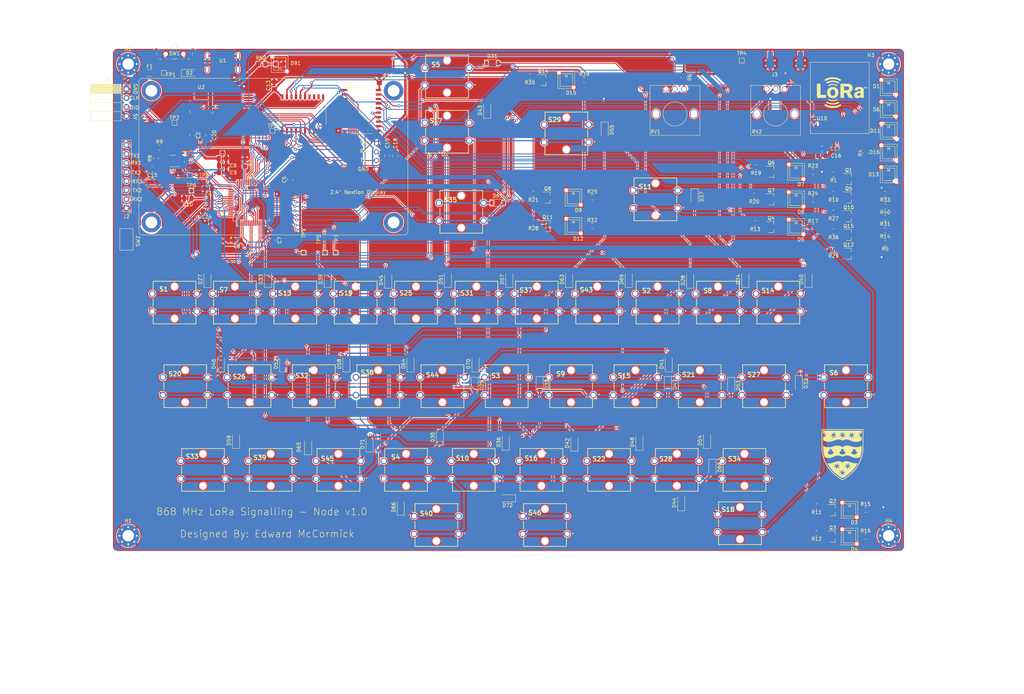
<source format=kicad_pcb>
(kicad_pcb (version 20171130) (host pcbnew "(5.1.8)-1")
  (title_block (date 2021-02-02))
  (layers (0 F.Cu signal) (31 B.Cu signal) (34 B.Paste user) (35 F.Paste user) (36 B.SilkS user) (37 F.SilkS user) (38 B.Mask user) (39 F.Mask user) (44 Edge.Cuts user))
  (net 0 "")
  (net 1 GND)
  (net 2 +5V)
  (net 3 +3V3)
  (net 4 NRST)
  (net 5 "Net-(D3-Pad2)")
  (net 6 "Net-(D3-Pad1)")
  (net 7 "Net-(D4-Pad2)")
  (net 8 "Net-(D4-Pad1)")
  (net 9 "Net-(D5-Pad2)")
  (net 10 "Net-(D5-Pad1)")
  (net 11 "Net-(D7-Pad2)")
  (net 12 "Net-(D7-Pad1)")
  (net 13 "Net-(D8-Pad2)")
  (net 14 "Net-(D8-Pad1)")
  (net 15 "Net-(D9-Pad2)")
  (net 16 "Net-(D9-Pad1)")
  (net 17 "Net-(D11-Pad2)")
  (net 18 "Net-(D11-Pad1)")
  (net 19 "Net-(D12-Pad2)")
  (net 20 "Net-(D12-Pad1)")
  (net 21 "Net-(D13-Pad2)")
  (net 22 "Net-(D13-Pad1)")
  (net 23 "Net-(D15-Pad2)")
  (net 24 "Net-(D15-Pad1)")
  (net 25 "Net-(D16-Pad2)")
  (net 26 "Net-(D16-Pad1)")
  (net 27 "Net-(D27-Pad1)")
  (net 28 "Net-(D28-Pad1)")
  (net 29 "Net-(D29-Pad1)")
  (net 30 "Net-(D30-Pad1)")
  (net 31 "Net-(D31-Pad1)")
  (net 32 "Net-(D32-Pad1)")
  (net 33 "Net-(D33-Pad1)")
  (net 34 "Net-(D34-Pad1)")
  (net 35 "Net-(D35-Pad1)")
  (net 36 "Net-(D36-Pad1)")
  (net 37 "Net-(D37-Pad1)")
  (net 38 "Net-(D39-Pad1)")
  (net 39 "Net-(D40-Pad1)")
  (net 40 "Net-(D41-Pad1)")
  (net 41 "Net-(D42-Pad1)")
  (net 42 "Net-(D43-Pad1)")
  (net 43 "Net-(D44-Pad1)")
  (net 44 "Net-(D45-Pad1)")
  (net 45 "Net-(D46-Pad1)")
  (net 46 "Net-(D47-Pad1)")
  (net 47 "Net-(D48-Pad1)")
  (net 48 "Net-(D51-Pad1)")
  (net 49 "Net-(D52-Pad1)")
  (net 50 "Net-(D53-Pad1)")
  (net 51 "Net-(D54-Pad1)")
  (net 52 "Net-(D55-Pad1)")
  (net 53 "Net-(D57-Pad1)")
  (net 54 "Net-(D58-Pad1)")
  (net 55 "Net-(D59-Pad1)")
  (net 56 "Net-(D60-Pad1)")
  (net 57 "Net-(D61-Pad1)")
  (net 58 "Net-(D63-Pad1)")
  (net 59 "Net-(D64-Pad1)")
  (net 60 "Net-(D65-Pad1)")
  (net 61 "Net-(D66-Pad1)")
  (net 62 "Net-(D69-Pad1)")
  (net 63 "Net-(D70-Pad1)")
  (net 64 "Net-(D71-Pad1)")
  (net 65 "Net-(D72-Pad1)")
  (net 66 SWCLK)
  (net 67 SWDIO)
  (net 68 "Net-(Q2-Pad1)")
  (net 69 "Net-(Q3-Pad1)")
  (net 70 "Net-(Q4-Pad1)")
  (net 71 "Net-(Q6-Pad1)")
  (net 72 "Net-(Q7-Pad1)")
  (net 73 "Net-(Q8-Pad1)")
  (net 74 "Net-(Q10-Pad1)")
  (net 75 "Net-(Q11-Pad1)")
  (net 76 "Net-(Q12-Pad1)")
  (net 77 "Net-(Q14-Pad1)")
  (net 78 "Net-(Q15-Pad1)")
  (net 79 "Net-(R2-Pad2)")
  (net 80 "Net-(R6-Pad2)")
  (net 81 "Net-(R7-Pad1)")
  (net 82 "Net-(R8-Pad2)")
  (net 83 Latch1Out0)
  (net 84 Latch1Out2)
  (net 85 Latch1Out4)
  (net 86 Latch1Out1)
  (net 87 Latch1Out3)
  (net 88 Latch1Out5)
  (net 89 Latch2Out0)
  (net 90 Latch2Out2)
  (net 91 Latch2Out4)
  (net 92 Latch2Out1)
  (net 93 Latch2Out3)
  (net 94 LED_Dim)
  (net 95 PWM_Out)
  (net 96 "Net-(U1-Pad4)")
  (net 97 "Net-(U1-Pad3)")
  (net 98 LP7)
  (net 99 LP6)
  (net 100 LP5)
  (net 101 LP4)
  (net 102 LP3)
  (net 103 "Net-(U3-Pad54)")
  (net 104 "Net-(U3-Pad53)")
  (net 105 USART3_RX)
  (net 106 USART3_TX)
  (net 107 ROW_5)
  (net 108 ROW_4)
  (net 109 ROW_3)
  (net 110 "Net-(U3-Pad40)")
  (net 111 LORA_Status)
  (net 112 LORA_Config)
  (net 113 "Net-(U3-Pad33)")
  (net 114 LP2)
  (net 115 LP1)
  (net 116 LP0)
  (net 117 USART1_RX)
  (net 118 USART1_TX)
  (net 119 LE_2)
  (net 120 LE_1)
  (net 121 USART2_RX)
  (net 122 USART2_TX)
  (net 123 ROW_2)
  (net 124 ROW_1)
  (net 125 "Net-(U3-Pad4)")
  (net 126 "Net-(U3-Pad3)")
  (net 127 "Net-(U3-Pad2)")
  (net 128 Column1)
  (net 129 Column2)
  (net 130 Column3)
  (net 131 Column4)
  (net 132 Column5)
  (net 133 Column6)
  (net 134 Column7)
  (net 135 Column8)
  (net 136 "Net-(J3-Pad1)")
  (net 137 LORA_Reset)
  (net 138 "Net-(D91-Pad2)")
  (net 139 "Net-(F1-Pad1)")
  (net 140 "Net-(Q1-Pad1)")
  (net 141 Screen_Dim)
  (net 142 "Net-(U1-Pad5)")
  (net 143 +5VL)
  (net 144 "Net-(U2-Pad4)")
  (net 145 "Net-(U3-Pad15)")
  (net 146 "Net-(SW1-Pad2)")
  (net 147 Spare1)
  (net 148 Spare2)
  (net 149 "Net-(U3-Pad50)")
  (net 150 "Net-(U5-Pad12)")
  (net 151 "Net-(U5-Pad13)")
  (net 152 "Net-(U3-Pad45)")
  (net 153 "Net-(D1-Pad2)")
  (net 154 "Net-(D1-Pad1)")
  (net 155 "Net-(D6-Pad1)")
  (net 156 "Net-(D6-Pad2)")
  (net 157 "Net-(Q5-Pad1)")
  (net 158 Latch1Out6)
  (net 159 Latch1Out7)
  (net 160 "Net-(SW1-Pad4)")
  (net 161 "Net-(U3-Pad23)")
  (net 162 "Net-(U3-Pad36)")
  (net 163 "Net-(U3-Pad44)")
  (net 164 "Net-(U5-Pad14)")
  (module "Testimages:Uni Logo 19.5x19.5" (layer F.Cu) (at 251 162)
    (fp_text reference G*** hide)
    (fp_text value LOGO hide)
  )
  (module "Testimages:Lora logo" (layer F.Cu) (at 251 61.5)
    (fp_text reference G*** hide)
    (fp_text value LOGO hide)
  )
  (module Custom:2.4-Nextion (layer F.Cu) (at 125 98 180)
    (fp_text reference U9 (at 8.5 1.5) (layer F.SilkS))
    (fp_text value 3.5"_Nextion)
    (fp_text user TX (at 8.5 17.5) (layer F.SilkS))
    (fp_text user RX (at 8.5 20) (layer F.SilkS))
    (fp_text user 5V (at 8.5 22.5) (layer F.SilkS))
    (fp_text user GND (at 8.5 15) (layer F.SilkS))
    (fp_text user "2.4\" Nextion Display" (at 10 8.5) (layer F.SilkS))
    (pad 2 thru_hole circle (at 4.8 17.4 180) (size 1.4 1.4) (drill 0.9) (layers *.Cu *.Mask) (net 106 USART3_TX))
    (pad "" thru_hole circle (at 0 37 180) (size 5.5 5.5) (drill 3.3) (layers *.Cu *.Mask))
    (pad 1 thru_hole circle (at 4.8 15 180) (size 1.4 1.4) (drill 0.9) (layers *.Cu *.Mask) (net 1 GND))
    (pad "" thru_hole circle (at 68 37 180) (size 5.5 5.5) (drill 3.3) (layers *.Cu *.Mask))
    (pad "" thru_hole circle (at 68 0 180) (size 5.5 5.5) (drill 3.3) (layers *.Cu *.Mask))
    (pad "" thru_hole circle (at 0 0 180) (size 5.5 5.5) (drill 3.3) (layers *.Cu *.Mask))
    (pad 3 thru_hole circle (at 4.8 19.8 180) (size 1.4 1.4) (drill 0.9) (layers *.Cu *.Mask) (net 105 USART3_RX))
    (pad 4 thru_hole circle (at 4.8 22.2 180) (size 1.4 1.4) (drill 0.9) (layers *.Cu *.Mask) (net 2 +5V))
  )
  (module Capacitor_SMD:C_0805_2012Metric_Pad1.18x1.45mm_HandSolder (layer F.Cu) (at 68.5 73.5375 270)
    (fp_text reference C2 (at 0 -1.68 90) (layer F.SilkS))
    (fp_text value 10u)
    (pad 2 smd roundrect (at 1.0375 0 270) (size 1.175 1.45) (layers F.Cu F.Paste F.Mask) (roundrect_rratio 0.2127659574468085) (net 1 GND))
    (pad 1 smd roundrect (at -1.0375 0 270) (size 1.175 1.45) (layers F.Cu F.Paste F.Mask) (roundrect_rratio 0.2127659574468085) (net 3 +3V3))
  )
  (module Capacitor_SMD:C_0805_2012Metric_Pad1.18x1.45mm_HandSolder (layer F.Cu) (at 76.9625 80)
    (fp_text reference C3 (at 0 -1.68) (layer F.SilkS))
    (fp_text value 4u7)
    (pad 1 smd roundrect (at -1.0375 0) (size 1.175 1.45) (layers F.Cu F.Paste F.Mask) (roundrect_rratio 0.2127659574468085) (net 3 +3V3))
    (pad 2 smd roundrect (at 1.0375 0) (size 1.175 1.45) (layers F.Cu F.Paste F.Mask) (roundrect_rratio 0.2127659574468085) (net 1 GND))
  )
  (module Capacitor_SMD:C_0805_2012Metric_Pad1.18x1.45mm_HandSolder (layer F.Cu) (at 73 88.5 180)
    (fp_text reference C4 (at 0 -1.68) (layer F.SilkS))
    (fp_text value 100n)
    (pad 2 smd roundrect (at 1.0375 0 180) (size 1.175 1.45) (layers F.Cu F.Paste F.Mask) (roundrect_rratio 0.2127659574468085) (net 1 GND))
    (pad 1 smd roundrect (at -1.0375 0 180) (size 1.175 1.45) (layers F.Cu F.Paste F.Mask) (roundrect_rratio 0.2127659574468085) (net 3 +3V3))
  )
  (module Capacitor_SMD:C_0805_2012Metric_Pad1.18x1.45mm_HandSolder (layer F.Cu) (at 96 86 90)
    (fp_text reference C5 (at 0 -1.68 90) (layer F.SilkS))
    (fp_text value 100n)
    (pad 1 smd roundrect (at -1.0375 0 90) (size 1.175 1.45) (layers F.Cu F.Paste F.Mask) (roundrect_rratio 0.2127659574468085) (net 3 +3V3))
    (pad 2 smd roundrect (at 1.0375 0 90) (size 1.175 1.45) (layers F.Cu F.Paste F.Mask) (roundrect_rratio 0.2127659574468085) (net 1 GND))
  )
  (module Capacitor_SMD:C_0805_2012Metric_Pad1.18x1.45mm_HandSolder (layer F.Cu) (at 77.0375 82)
    (fp_text reference C6 (at 2.9625 0) (layer F.SilkS))
    (fp_text value 100n)
    (pad 2 smd roundrect (at 1.0375 0) (size 1.175 1.45) (layers F.Cu F.Paste F.Mask) (roundrect_rratio 0.2127659574468085) (net 1 GND))
    (pad 1 smd roundrect (at -1.0375 0) (size 1.175 1.45) (layers F.Cu F.Paste F.Mask) (roundrect_rratio 0.2127659574468085) (net 3 +3V3))
  )
  (module Capacitor_SMD:C_0805_2012Metric_Pad1.18x1.45mm_HandSolder (layer F.Cu) (at 91 103 270)
    (fp_text reference C7 (at 0 -2 90) (layer F.SilkS))
    (fp_text value 100n)
    (pad 2 smd roundrect (at 1.0375 0 270) (size 1.175 1.45) (layers F.Cu F.Paste F.Mask) (roundrect_rratio 0.2127659574468085) (net 1 GND))
    (pad 1 smd roundrect (at -1.0375 0 270) (size 1.175 1.45) (layers F.Cu F.Paste F.Mask) (roundrect_rratio 0.2127659574468085) (net 3 +3V3))
  )
  (module Capacitor_SMD:C_0805_2012Metric_Pad1.18x1.45mm_HandSolder (layer F.Cu) (at 81 103 180)
    (fp_text reference C8 (at 0 -1.68) (layer F.SilkS))
    (fp_text value 100n)
    (pad 1 smd roundrect (at -1.0375 0 180) (size 1.175 1.45) (layers F.Cu F.Paste F.Mask) (roundrect_rratio 0.2127659574468085) (net 3 +3V3))
    (pad 2 smd roundrect (at 1.0375 0 180) (size 1.175 1.45) (layers F.Cu F.Paste F.Mask) (roundrect_rratio 0.2127659574468085) (net 1 GND))
  )
  (module Capacitor_SMD:C_0805_2012Metric_Pad1.18x1.45mm_HandSolder (layer F.Cu) (at 77 84)
    (fp_text reference C9 (at 3 0) (layer F.SilkS))
    (fp_text value 100n)
    (pad 2 smd roundrect (at 1.0375 0) (size 1.175 1.45) (layers F.Cu F.Paste F.Mask) (roundrect_rratio 0.2127659574468085) (net 1 GND))
    (pad 1 smd roundrect (at -1.0375 0) (size 1.175 1.45) (layers F.Cu F.Paste F.Mask) (roundrect_rratio 0.2127659574468085) (net 3 +3V3))
  )
  (module Capacitor_SMD:C_0805_2012Metric_Pad1.18x1.45mm_HandSolder (layer F.Cu) (at 67.2125 91.25 180)
    (fp_text reference C10 (at 0 -1.68) (layer F.SilkS))
    (fp_text value 100n)
    (pad 2 smd roundrect (at 1.0375 0 180) (size 1.175 1.45) (layers F.Cu F.Paste F.Mask) (roundrect_rratio 0.2127659574468085) (net 1 GND))
    (pad 1 smd roundrect (at -1.0375 0 180) (size 1.175 1.45) (layers F.Cu F.Paste F.Mask) (roundrect_rratio 0.2127659574468085) (net 4 NRST))
  )
  (module Capacitor_SMD:C_0805_2012Metric_Pad1.18x1.45mm_HandSolder (layer F.Cu) (at 121 57.75 90)
    (fp_text reference C12 (at 1 2.5 180) (layer F.SilkS))
    (fp_text value 100n)
    (pad 1 smd roundrect (at -1.0375 0 90) (size 1.175 1.45) (layers F.Cu F.Paste F.Mask) (roundrect_rratio 0.2127659574468085) (net 3 +3V3))
    (pad 2 smd roundrect (at 1.0375 0 90) (size 1.175 1.45) (layers F.Cu F.Paste F.Mask) (roundrect_rratio 0.2127659574468085) (net 1 GND))
  )
  (module Capacitor_SMD:C_0805_2012Metric_Pad1.18x1.45mm_HandSolder (layer F.Cu) (at 91.5 59.5375 90)
    (fp_text reference C13 (at 0 -1.68 90) (layer F.SilkS))
    (fp_text value 100n)
    (pad 1 smd roundrect (at -1.0375 0 90) (size 1.175 1.45) (layers F.Cu F.Paste F.Mask) (roundrect_rratio 0.2127659574468085) (net 3 +3V3))
    (pad 2 smd roundrect (at 1.0375 0 90) (size 1.175 1.45) (layers F.Cu F.Paste F.Mask) (roundrect_rratio 0.2127659574468085) (net 1 GND))
  )
  (module Capacitor_SMD:C_0805_2012Metric_Pad1.18x1.45mm_HandSolder (layer F.Cu) (at 57.25 83 180)
    (fp_text reference C15 (at 0 -1.68) (layer F.SilkS))
    (fp_text value 100n)
    (pad 2 smd roundrect (at 1.0375 0 180) (size 1.175 1.45) (layers F.Cu F.Paste F.Mask) (roundrect_rratio 0.2127659574468085) (net 1 GND))
    (pad 1 smd roundrect (at -1.0375 0 180) (size 1.175 1.45) (layers F.Cu F.Paste F.Mask) (roundrect_rratio 0.2127659574468085) (net 3 +3V3))
  )
  (module Capacitor_SMD:C_0805_2012Metric_Pad1.18x1.45mm_HandSolder (layer F.Cu) (at 245.2125 79.25)
    (fp_text reference C16 (at 4 0) (layer F.SilkS))
    (fp_text value 100n)
    (pad 2 smd roundrect (at 1.0375 0) (size 1.175 1.45) (layers F.Cu F.Paste F.Mask) (roundrect_rratio 0.2127659574468085) (net 1 GND))
    (pad 1 smd roundrect (at -1.0375 0) (size 1.175 1.45) (layers F.Cu F.Paste F.Mask) (roundrect_rratio 0.2127659574468085) (net 3 +3V3))
  )
  (module Capacitor_SMD:C_0805_2012Metric_Pad1.18x1.45mm_HandSolder (layer F.Cu) (at 245.25 77.25)
    (fp_text reference C17 (at 3.75 0) (layer F.SilkS))
    (fp_text value 10n)
    (pad 1 smd roundrect (at -1.0375 0) (size 1.175 1.45) (layers F.Cu F.Paste F.Mask) (roundrect_rratio 0.2127659574468085) (net 3 +3V3))
    (pad 2 smd roundrect (at 1.0375 0) (size 1.175 1.45) (layers F.Cu F.Paste F.Mask) (roundrect_rratio 0.2127659574468085) (net 1 GND))
  )
  (module Capacitor_SMD:C_0805_2012Metric_Pad1.18x1.45mm_HandSolder (layer F.Cu) (at 125.5 79.2875 270)
    (fp_text reference C18 (at -3.5375 0 90) (layer F.SilkS))
    (fp_text value 100n)
    (pad 1 smd roundrect (at -1.0375 0 270) (size 1.175 1.45) (layers F.Cu F.Paste F.Mask) (roundrect_rratio 0.2127659574468085) (net 2 +5V))
    (pad 2 smd roundrect (at 1.0375 0 270) (size 1.175 1.45) (layers F.Cu F.Paste F.Mask) (roundrect_rratio 0.2127659574468085) (net 1 GND))
  )
  (module Capacitor_SMD:C_0805_2012Metric_Pad1.18x1.45mm_HandSolder (layer F.Cu) (at 123.25 79.25 270)
    (fp_text reference C19 (at -3.5 0 90) (layer F.SilkS))
    (fp_text value 4u7)
    (pad 1 smd roundrect (at -1.0375 0 270) (size 1.175 1.45) (layers F.Cu F.Paste F.Mask) (roundrect_rratio 0.2127659574468085) (net 2 +5V))
    (pad 2 smd roundrect (at 1.0375 0 270) (size 1.175 1.45) (layers F.Cu F.Paste F.Mask) (roundrect_rratio 0.2127659574468085) (net 1 GND))
  )
  (module Capacitor_SMD:C_0805_2012Metric_Pad1.18x1.45mm_HandSolder (layer F.Cu) (at 73 73.4625 270)
    (fp_text reference C20 (at 0 -1.68 90) (layer F.SilkS))
    (fp_text value 10u)
    (pad 2 smd roundrect (at 1.0375 0 270) (size 1.175 1.45) (layers F.Cu F.Paste F.Mask) (roundrect_rratio 0.2127659574468085) (net 1 GND))
    (pad 1 smd roundrect (at -1.0375 0 270) (size 1.175 1.45) (layers F.Cu F.Paste F.Mask) (roundrect_rratio 0.2127659574468085) (net 2 +5V))
  )
  (module Capacitor_SMD:C_0805_2012Metric_Pad1.18x1.45mm_HandSolder (layer F.Cu) (at 72.5 94.75 180)
    (fp_text reference C24 (at 0 -1.68) (layer F.SilkS))
    (fp_text value 10n)
    (pad 1 smd roundrect (at -1.0375 0 180) (size 1.175 1.45) (layers F.Cu F.Paste F.Mask) (roundrect_rratio 0.2127659574468085) (net 3 +3V3))
    (pad 2 smd roundrect (at 1.0375 0 180) (size 1.175 1.45) (layers F.Cu F.Paste F.Mask) (roundrect_rratio 0.2127659574468085) (net 1 GND))
  )
  (module Custom:VLP-350-R (layer F.Cu) (at 264 60)
    (fp_text reference D1 (at -3.5 -0.25) (layer F.SilkS))
    (fp_text value Red)
    (pad "" thru_hole circle (at -2.05 -2.05) (size 0.8 0.8) (drill 0.7) (layers *.Cu *.Mask))
    (pad "" thru_hole circle (at 2.05 2.05) (size 0.8 0.8) (drill 0.7) (layers *.Cu *.Mask))
    (pad 2 smd roundrect (at 1.025 0) (size 1.15 1.4) (layers F.Cu F.Paste F.Mask) (roundrect_rratio 0.2173904347826087) (net 153 "Net-(D1-Pad2)"))
    (pad 1 smd roundrect (at -1.025 0) (size 1.15 1.4) (layers F.Cu F.Paste F.Mask) (roundrect_rratio 0.2173904347826087) (net 154 "Net-(D1-Pad1)"))
  )
  (module Diode_SMD:D_SOD-123 (layer F.Cu) (at 67.65 56)
    (fp_text reference D2 (at 0 0) (layer F.SilkS))
    (fp_text value D_Small)
    (pad 1 smd rect (at -1.65 0) (size 0.9 1.2) (layers F.Cu F.Paste F.Mask) (net 2 +5V))
    (pad 2 smd rect (at 1.65 0) (size 0.9 1.2) (layers F.Cu F.Paste F.Mask) (net 1 GND))
  )
  (module Custom:VLP-350-R (layer F.Cu) (at 253 178.75)
    (fp_text reference D3 (at 1.35 3.55) (layer F.SilkS))
    (fp_text value Yellow)
    (pad "" thru_hole circle (at -2.05 -2.05) (size 0.8 0.8) (drill 0.7) (layers *.Cu *.Mask))
    (pad "" thru_hole circle (at 2.05 2.05) (size 0.8 0.8) (drill 0.7) (layers *.Cu *.Mask))
    (pad 2 smd roundrect (at 1.025 0) (size 1.15 1.4) (layers F.Cu F.Paste F.Mask) (roundrect_rratio 0.2173904347826087) (net 5 "Net-(D3-Pad2)"))
    (pad 1 smd roundrect (at -1.025 0) (size 1.15 1.4) (layers F.Cu F.Paste F.Mask) (roundrect_rratio 0.2173904347826087) (net 6 "Net-(D3-Pad1)"))
  )
  (module Custom:VLP-350-R (layer F.Cu) (at 253 186.25)
    (fp_text reference D4 (at 1.35 3.55) (layer F.SilkS))
    (fp_text value Green)
    (pad "" thru_hole circle (at -2.05 -2.05) (size 0.8 0.8) (drill 0.7) (layers *.Cu *.Mask))
    (pad "" thru_hole circle (at 2.05 2.05) (size 0.8 0.8) (drill 0.7) (layers *.Cu *.Mask))
    (pad 2 smd roundrect (at 1.025 0) (size 1.15 1.4) (layers F.Cu F.Paste F.Mask) (roundrect_rratio 0.2173904347826087) (net 7 "Net-(D4-Pad2)"))
    (pad 1 smd roundrect (at -1.025 0) (size 1.15 1.4) (layers F.Cu F.Paste F.Mask) (roundrect_rratio 0.2173904347826087) (net 8 "Net-(D4-Pad1)"))
  )
  (module Custom:VLP-350-R (layer F.Cu) (at 238 99.25)
    (fp_text reference D5 (at 1.35 3.55) (layer F.SilkS))
    (fp_text value Green)
    (pad 1 smd roundrect (at -1.025 0) (size 1.15 1.4) (layers F.Cu F.Paste F.Mask) (roundrect_rratio 0.2173904347826087) (net 10 "Net-(D5-Pad1)"))
    (pad 2 smd roundrect (at 1.025 0) (size 1.15 1.4) (layers F.Cu F.Paste F.Mask) (roundrect_rratio 0.2173904347826087) (net 9 "Net-(D5-Pad2)"))
    (pad "" thru_hole circle (at 2.05 2.05) (size 0.8 0.8) (drill 0.7) (layers *.Cu *.Mask))
    (pad "" thru_hole circle (at -2.05 -2.05) (size 0.8 0.8) (drill 0.7) (layers *.Cu *.Mask))
  )
  (module Custom:VLP-350-R (layer F.Cu) (at 264 66.125)
    (fp_text reference D6 (at -3.5 0.125) (layer F.SilkS))
    (fp_text value Red)
    (pad 1 smd roundrect (at -1.025 0) (size 1.15 1.4) (layers F.Cu F.Paste F.Mask) (roundrect_rratio 0.2173904347826087) (net 155 "Net-(D6-Pad1)"))
    (pad 2 smd roundrect (at 1.025 0) (size 1.15 1.4) (layers F.Cu F.Paste F.Mask) (roundrect_rratio 0.2173904347826087) (net 156 "Net-(D6-Pad2)"))
    (pad "" thru_hole circle (at 2.05 2.05) (size 0.8 0.8) (drill 0.7) (layers *.Cu *.Mask))
    (pad "" thru_hole circle (at -2.05 -2.05) (size 0.8 0.8) (drill 0.7) (layers *.Cu *.Mask))
  )
  (module Custom:VLP-350-R (layer F.Cu) (at 238 83.75)
    (fp_text reference D7 (at 1.35 3.55) (layer F.SilkS))
    (fp_text value Yellow)
    (pad 1 smd roundrect (at -1.025 0) (size 1.15 1.4) (layers F.Cu F.Paste F.Mask) (roundrect_rratio 0.2173904347826087) (net 12 "Net-(D7-Pad1)"))
    (pad 2 smd roundrect (at 1.025 0) (size 1.15 1.4) (layers F.Cu F.Paste F.Mask) (roundrect_rratio 0.2173904347826087) (net 11 "Net-(D7-Pad2)"))
    (pad "" thru_hole circle (at 2.05 2.05) (size 0.8 0.8) (drill 0.7) (layers *.Cu *.Mask))
    (pad "" thru_hole circle (at -2.05 -2.05) (size 0.8 0.8) (drill 0.7) (layers *.Cu *.Mask))
  )
  (module Custom:VLP-350-R (layer F.Cu) (at 238 91.5)
    (fp_text reference D8 (at 1.35 3.55) (layer F.SilkS))
    (fp_text value Green)
    (pad 1 smd roundrect (at -1.025 0) (size 1.15 1.4) (layers F.Cu F.Paste F.Mask) (roundrect_rratio 0.2173904347826087) (net 14 "Net-(D8-Pad1)"))
    (pad 2 smd roundrect (at 1.025 0) (size 1.15 1.4) (layers F.Cu F.Paste F.Mask) (roundrect_rratio 0.2173904347826087) (net 13 "Net-(D8-Pad2)"))
    (pad "" thru_hole circle (at 2.05 2.05) (size 0.8 0.8) (drill 0.7) (layers *.Cu *.Mask))
    (pad "" thru_hole circle (at -2.05 -2.05) (size 0.8 0.8) (drill 0.7) (layers *.Cu *.Mask))
  )
  (module Custom:VLP-350-R (layer F.Cu) (at 175.5 91)
    (fp_text reference D9 (at 1.35 3.55) (layer F.SilkS))
    (fp_text value Red)
    (pad "" thru_hole circle (at -2.05 -2.05) (size 0.8 0.8) (drill 0.7) (layers *.Cu *.Mask))
    (pad "" thru_hole circle (at 2.05 2.05) (size 0.8 0.8) (drill 0.7) (layers *.Cu *.Mask))
    (pad 2 smd roundrect (at 1.025 0) (size 1.15 1.4) (layers F.Cu F.Paste F.Mask) (roundrect_rratio 0.2173904347826087) (net 15 "Net-(D9-Pad2)"))
    (pad 1 smd roundrect (at -1.025 0) (size 1.15 1.4) (layers F.Cu F.Paste F.Mask) (roundrect_rratio 0.2173904347826087) (net 16 "Net-(D9-Pad1)"))
  )
  (module Custom:VLP-350-R (layer F.Cu) (at 264 72.25)
    (fp_text reference D11 (at -3.75 0) (layer F.SilkS))
    (fp_text value Red)
    (pad 1 smd roundrect (at -1.025 0) (size 1.15 1.4) (layers F.Cu F.Paste F.Mask) (roundrect_rratio 0.2173904347826087) (net 18 "Net-(D11-Pad1)"))
    (pad 2 smd roundrect (at 1.025 0) (size 1.15 1.4) (layers F.Cu F.Paste F.Mask) (roundrect_rratio 0.2173904347826087) (net 17 "Net-(D11-Pad2)"))
    (pad "" thru_hole circle (at 2.05 2.05) (size 0.8 0.8) (drill 0.7) (layers *.Cu *.Mask))
    (pad "" thru_hole circle (at -2.05 -2.05) (size 0.8 0.8) (drill 0.7) (layers *.Cu *.Mask))
  )
  (module Custom:VLP-350-R (layer F.Cu) (at 175.5 99)
    (fp_text reference D12 (at 1.35 3.55) (layer F.SilkS))
    (fp_text value Blue)
    (pad 1 smd roundrect (at -1.025 0) (size 1.15 1.4) (layers F.Cu F.Paste F.Mask) (roundrect_rratio 0.2173904347826087) (net 20 "Net-(D12-Pad1)"))
    (pad 2 smd roundrect (at 1.025 0) (size 1.15 1.4) (layers F.Cu F.Paste F.Mask) (roundrect_rratio 0.2173904347826087) (net 19 "Net-(D12-Pad2)"))
    (pad "" thru_hole circle (at 2.05 2.05) (size 0.8 0.8) (drill 0.7) (layers *.Cu *.Mask))
    (pad "" thru_hole circle (at -2.05 -2.05) (size 0.8 0.8) (drill 0.7) (layers *.Cu *.Mask))
  )
  (module Custom:VLP-350-R (layer F.Cu) (at 263.975 84.5)
    (fp_text reference D13 (at -4.225 0) (layer F.SilkS))
    (fp_text value Blue)
    (pad 1 smd roundrect (at -1.025 0) (size 1.15 1.4) (layers F.Cu F.Paste F.Mask) (roundrect_rratio 0.2173904347826087) (net 22 "Net-(D13-Pad1)"))
    (pad 2 smd roundrect (at 1.025 0) (size 1.15 1.4) (layers F.Cu F.Paste F.Mask) (roundrect_rratio 0.2173904347826087) (net 21 "Net-(D13-Pad2)"))
    (pad "" thru_hole circle (at 2.05 2.05) (size 0.8 0.8) (drill 0.7) (layers *.Cu *.Mask))
    (pad "" thru_hole circle (at -2.05 -2.05) (size 0.8 0.8) (drill 0.7) (layers *.Cu *.Mask))
  )
  (module Custom:VLP-350-R (layer F.Cu) (at 173.475 58)
    (fp_text reference D15 (at 1.35 3.55) (layer F.SilkS))
    (fp_text value Blue)
    (pad "" thru_hole circle (at -2.05 -2.05) (size 0.8 0.8) (drill 0.7) (layers *.Cu *.Mask))
    (pad "" thru_hole circle (at 2.05 2.05) (size 0.8 0.8) (drill 0.7) (layers *.Cu *.Mask))
    (pad 2 smd roundrect (at 1.025 0) (size 1.15 1.4) (layers F.Cu F.Paste F.Mask) (roundrect_rratio 0.2173904347826087) (net 23 "Net-(D15-Pad2)"))
    (pad 1 smd roundrect (at -1.025 0) (size 1.15 1.4) (layers F.Cu F.Paste F.Mask) (roundrect_rratio 0.2173904347826087) (net 24 "Net-(D15-Pad1)"))
  )
  (module Custom:VLP-350-R (layer F.Cu) (at 264 78.375)
    (fp_text reference D16 (at -4 -0.125 180) (layer F.SilkS))
    (fp_text value Blue)
    (pad "" thru_hole circle (at -2.05 -2.05) (size 0.8 0.8) (drill 0.7) (layers *.Cu *.Mask))
    (pad "" thru_hole circle (at 2.05 2.05) (size 0.8 0.8) (drill 0.7) (layers *.Cu *.Mask))
    (pad 2 smd roundrect (at 1.025 0) (size 1.15 1.4) (layers F.Cu F.Paste F.Mask) (roundrect_rratio 0.2173904347826087) (net 25 "Net-(D16-Pad2)"))
    (pad 1 smd roundrect (at -1.025 0) (size 1.15 1.4) (layers F.Cu F.Paste F.Mask) (roundrect_rratio 0.2173904347826087) (net 26 "Net-(D16-Pad1)"))
  )
  (module Diode_SMD:D_SOD-123 (layer F.Cu) (at 72.75 114 90)
    (fp_text reference D27 (at 0 -2 90) (layer F.SilkS))
    (fp_text value D_Small)
    (pad 1 smd rect (at -1.65 0 90) (size 0.9 1.2) (layers F.Cu F.Paste F.Mask) (net 27 "Net-(D27-Pad1)"))
    (pad 2 smd rect (at 1.65 0 90) (size 0.9 1.2) (layers F.Cu F.Paste F.Mask) (net 128 Column1))
  )
  (module Diode_SMD:D_SOD-123 (layer F.Cu) (at 208.25 114.25 90)
    (fp_text reference D28 (at 0 -2 90) (layer F.SilkS))
    (fp_text value D_Small)
    (pad 1 smd rect (at -1.65 0 90) (size 0.9 1.2) (layers F.Cu F.Paste F.Mask) (net 28 "Net-(D28-Pad1)"))
    (pad 2 smd rect (at 1.65 0 90) (size 0.9 1.2) (layers F.Cu F.Paste F.Mask) (net 128 Column1))
  )
  (module Diode_SMD:D_SOD-123 (layer F.Cu) (at 147.75 143.75 270)
    (fp_text reference D29 (at 0 -2 90) (layer F.SilkS))
    (fp_text value D_Small)
    (pad 2 smd rect (at 1.65 0 270) (size 0.9 1.2) (layers F.Cu F.Paste F.Mask) (net 128 Column1))
    (pad 1 smd rect (at -1.65 0 270) (size 0.9 1.2) (layers F.Cu F.Paste F.Mask) (net 29 "Net-(D29-Pad1)"))
  )
  (module Diode_SMD:D_SOD-123 (layer F.Cu) (at 138 158.35 90)
    (fp_text reference D30 (at 0 -2 90) (layer F.SilkS))
    (fp_text value D_Small)
    (pad 2 smd rect (at 1.65 0 90) (size 0.9 1.2) (layers F.Cu F.Paste F.Mask) (net 128 Column1))
    (pad 1 smd rect (at -1.65 0 90) (size 0.9 1.2) (layers F.Cu F.Paste F.Mask) (net 30 "Net-(D30-Pad1)"))
  )
  (module Diode_SMD:D_SOD-123 (layer F.Cu) (at 152.75 53.25)
    (fp_text reference D31 (at 0 -2) (layer F.SilkS))
    (fp_text value D_Small)
    (pad 1 smd rect (at -1.65 0) (size 0.9 1.2) (layers F.Cu F.Paste F.Mask) (net 31 "Net-(D31-Pad1)"))
    (pad 2 smd rect (at 1.65 0) (size 0.9 1.2) (layers F.Cu F.Paste F.Mask) (net 128 Column1))
  )
  (module Diode_SMD:D_SOD-123 (layer F.Cu) (at 238.75 143.25 270)
    (fp_text reference D32 (at 0 -2 90) (layer F.SilkS))
    (fp_text value D_Small)
    (pad 1 smd rect (at -1.65 0 270) (size 0.9 1.2) (layers F.Cu F.Paste F.Mask) (net 32 "Net-(D32-Pad1)"))
    (pad 2 smd rect (at 1.65 0 270) (size 0.9 1.2) (layers F.Cu F.Paste F.Mask) (net 132 Column5))
  )
  (module Diode_SMD:D_SOD-123 (layer F.Cu) (at 89.75 114 90)
    (fp_text reference D33 (at 0 -2 90) (layer F.SilkS))
    (fp_text value D_Small)
    (pad 1 smd rect (at -1.65 0 90) (size 0.9 1.2) (layers F.Cu F.Paste F.Mask) (net 33 "Net-(D33-Pad1)"))
    (pad 2 smd rect (at 1.65 0 90) (size 0.9 1.2) (layers F.Cu F.Paste F.Mask) (net 129 Column2))
  )
  (module Diode_SMD:D_SOD-123 (layer F.Cu) (at 223.75 114 90)
    (fp_text reference D34 (at 0 -2 90) (layer F.SilkS))
    (fp_text value D_Small)
    (pad 1 smd rect (at -1.65 0 90) (size 0.9 1.2) (layers F.Cu F.Paste F.Mask) (net 34 "Net-(D34-Pad1)"))
    (pad 2 smd rect (at 1.65 0 90) (size 0.9 1.2) (layers F.Cu F.Paste F.Mask) (net 129 Column2))
  )
  (module Diode_SMD:D_SOD-123 (layer F.Cu) (at 166 143.5 270)
    (fp_text reference D35 (at 0 -2 90) (layer F.SilkS))
    (fp_text value D_Small)
    (pad 2 smd rect (at 1.65 0 270) (size 0.9 1.2) (layers F.Cu F.Paste F.Mask) (net 129 Column2))
    (pad 1 smd rect (at -1.65 0 270) (size 0.9 1.2) (layers F.Cu F.Paste F.Mask) (net 35 "Net-(D35-Pad1)"))
  )
  (module Diode_SMD:D_SOD-123 (layer F.Cu) (at 156.5 159.75 90)
    (fp_text reference D36 (at 0 -2 90) (layer F.SilkS))
    (fp_text value D_Small)
    (pad 2 smd rect (at 1.65 0 90) (size 0.9 1.2) (layers F.Cu F.Paste F.Mask) (net 129 Column2))
    (pad 1 smd rect (at -1.65 0 90) (size 0.9 1.2) (layers F.Cu F.Paste F.Mask) (net 36 "Net-(D36-Pad1)"))
  )
  (module Diode_SMD:D_SOD-123 (layer F.Cu) (at 209.5 90.75 270)
    (fp_text reference D37 (at 0 -2 90) (layer F.SilkS))
    (fp_text value D_Small)
    (pad 2 smd rect (at 1.65 0 270) (size 0.9 1.2) (layers F.Cu F.Paste F.Mask) (net 129 Column2))
    (pad 1 smd rect (at -1.65 0 270) (size 0.9 1.2) (layers F.Cu F.Paste F.Mask) (net 37 "Net-(D37-Pad1)"))
  )
  (module Diode_SMD:D_SOD-123 (layer F.Cu) (at 106.5 114 90)
    (fp_text reference D39 (at 0 -2 90) (layer F.SilkS))
    (fp_text value D_Small)
    (pad 2 smd rect (at 1.65 0 90) (size 0.9 1.2) (layers F.Cu F.Paste F.Mask) (net 130 Column3))
    (pad 1 smd rect (at -1.65 0 90) (size 0.9 1.2) (layers F.Cu F.Paste F.Mask) (net 38 "Net-(D39-Pad1)"))
  )
  (module Diode_SMD:D_SOD-123 (layer F.Cu) (at 241.5 114 90)
    (fp_text reference D40 (at 0 -2 90) (layer F.SilkS))
    (fp_text value D_Small)
    (pad 1 smd rect (at -1.65 0 90) (size 0.9 1.2) (layers F.Cu F.Paste F.Mask) (net 39 "Net-(D40-Pad1)"))
    (pad 2 smd rect (at 1.65 0 90) (size 0.9 1.2) (layers F.Cu F.Paste F.Mask) (net 130 Column3))
  )
  (module Diode_SMD:D_SOD-123 (layer F.Cu) (at 202.25 137.75 90)
    (fp_text reference D41 (at 0 -2 90) (layer F.SilkS))
    (fp_text value D_Small)
    (pad 2 smd rect (at 1.65 0 90) (size 0.9 1.2) (layers F.Cu F.Paste F.Mask) (net 130 Column3))
    (pad 1 smd rect (at -1.65 0 90) (size 0.9 1.2) (layers F.Cu F.Paste F.Mask) (net 40 "Net-(D41-Pad1)"))
  )
  (module Diode_SMD:D_SOD-123 (layer F.Cu) (at 175.75 160 90)
    (fp_text reference D42 (at 0 -2 90) (layer F.SilkS))
    (fp_text value D_Small)
    (pad 2 smd rect (at 1.65 0 90) (size 0.9 1.2) (layers F.Cu F.Paste F.Mask) (net 130 Column3))
    (pad 1 smd rect (at -1.65 0 90) (size 0.9 1.2) (layers F.Cu F.Paste F.Mask) (net 41 "Net-(D42-Pad1)"))
  )
  (module Diode_SMD:D_SOD-123 (layer F.Cu) (at 151.25 66.5 90)
    (fp_text reference D43 (at 0 -2 90) (layer F.SilkS))
    (fp_text value D_Small)
    (pad 1 smd rect (at -1.65 0 90) (size 0.9 1.2) (layers F.Cu F.Paste F.Mask) (net 42 "Net-(D43-Pad1)"))
    (pad 2 smd rect (at 1.65 0 90) (size 0.9 1.2) (layers F.Cu F.Paste F.Mask) (net 130 Column3))
  )
  (module Diode_SMD:D_SOD-123 (layer F.Cu) (at 205.75 176.75 90)
    (fp_text reference D44 (at 0 -2 90) (layer F.SilkS))
    (fp_text value D_Small)
    (pad 2 smd rect (at 1.65 0 90) (size 0.9 1.2) (layers F.Cu F.Paste F.Mask) (net 133 Column6))
    (pad 1 smd rect (at -1.65 0 90) (size 0.9 1.2) (layers F.Cu F.Paste F.Mask) (net 43 "Net-(D44-Pad1)"))
  )
  (module Diode_SMD:D_SOD-123 (layer F.Cu) (at 123.5 114.25 90)
    (fp_text reference D45 (at 0 -2 90) (layer F.SilkS))
    (fp_text value D_Small)
    (pad 1 smd rect (at -1.65 0 90) (size 0.9 1.2) (layers F.Cu F.Paste F.Mask) (net 44 "Net-(D45-Pad1)"))
    (pad 2 smd rect (at 1.65 0 90) (size 0.9 1.2) (layers F.Cu F.Paste F.Mask) (net 131 Column4))
  )
  (module Diode_SMD:D_SOD-123 (layer F.Cu) (at 76.5 137.75 90)
    (fp_text reference D46 (at 0 -2 90) (layer F.SilkS))
    (fp_text value D_Small)
    (pad 2 smd rect (at 1.65 0 90) (size 0.9 1.2) (layers F.Cu F.Paste F.Mask) (net 131 Column4))
    (pad 1 smd rect (at -1.65 0 90) (size 0.9 1.2) (layers F.Cu F.Paste F.Mask) (net 45 "Net-(D46-Pad1)"))
  )
  (module Diode_SMD:D_SOD-123 (layer F.Cu) (at 202 143.5 270)
    (fp_text reference D47 (at 0 -2 90) (layer F.SilkS))
    (fp_text value D_Small)
    (pad 1 smd rect (at -1.65 0 270) (size 0.9 1.2) (layers F.Cu F.Paste F.Mask) (net 46 "Net-(D47-Pad1)"))
    (pad 2 smd rect (at 1.65 0 270) (size 0.9 1.2) (layers F.Cu F.Paste F.Mask) (net 131 Column4))
  )
  (module Diode_SMD:D_SOD-123 (layer F.Cu) (at 194 159.75 90)
    (fp_text reference D48 (at 0 -2 90) (layer F.SilkS))
    (fp_text value D_Small)
    (pad 1 smd rect (at -1.65 0 90) (size 0.9 1.2) (layers F.Cu F.Paste F.Mask) (net 47 "Net-(D48-Pad1)"))
    (pad 2 smd rect (at 1.65 0 90) (size 0.9 1.2) (layers F.Cu F.Paste F.Mask) (net 131 Column4))
  )
  (module Diode_SMD:D_SOD-123 (layer F.Cu) (at 140.25 114 90)
    (fp_text reference D51 (at 0 -2 90) (layer F.SilkS))
    (fp_text value D_Small)
    (pad 2 smd rect (at 1.65 0 90) (size 0.9 1.2) (layers F.Cu F.Paste F.Mask) (net 132 Column5))
    (pad 1 smd rect (at -1.65 0 90) (size 0.9 1.2) (layers F.Cu F.Paste F.Mask) (net 48 "Net-(D51-Pad1)"))
  )
  (module Diode_SMD:D_SOD-123 (layer F.Cu) (at 94 137.75 90)
    (fp_text reference D52 (at 0 -2 90) (layer F.SilkS))
    (fp_text value D_Small)
    (pad 1 smd rect (at -1.65 0 90) (size 0.9 1.2) (layers F.Cu F.Paste F.Mask) (net 49 "Net-(D52-Pad1)"))
    (pad 2 smd rect (at 1.65 0 90) (size 0.9 1.2) (layers F.Cu F.Paste F.Mask) (net 132 Column5))
  )
  (module Diode_SMD:D_SOD-123 (layer F.Cu) (at 219.75 143.75 270)
    (fp_text reference D53 (at 0 -2 90) (layer F.SilkS))
    (fp_text value D_Small)
    (pad 1 smd rect (at -1.65 0 270) (size 0.9 1.2) (layers F.Cu F.Paste F.Mask) (net 50 "Net-(D53-Pad1)"))
    (pad 2 smd rect (at 1.65 0 270) (size 0.9 1.2) (layers F.Cu F.Paste F.Mask) (net 132 Column5))
  )
  (module Diode_SMD:D_SOD-123 (layer F.Cu) (at 213 159.25 90)
    (fp_text reference D54 (at 0 -2 90) (layer F.SilkS))
    (fp_text value D_Small)
    (pad 2 smd rect (at 1.65 0 90) (size 0.9 1.2) (layers F.Cu F.Paste F.Mask) (net 132 Column5))
    (pad 1 smd rect (at -1.65 0 90) (size 0.9 1.2) (layers F.Cu F.Paste F.Mask) (net 51 "Net-(D54-Pad1)"))
  )
  (module Diode_SMD:D_SOD-123 (layer F.Cu) (at 184.25 72 270)
    (fp_text reference D55 (at 0 -2 90) (layer F.SilkS))
    (fp_text value D_Small)
    (pad 2 smd rect (at 1.65 0 270) (size 0.9 1.2) (layers F.Cu F.Paste F.Mask) (net 134 Column7))
    (pad 1 smd rect (at -1.65 0 270) (size 0.9 1.2) (layers F.Cu F.Paste F.Mask) (net 52 "Net-(D55-Pad1)"))
  )
  (module Diode_SMD:D_SOD-123 (layer F.Cu) (at 157.5 114 90)
    (fp_text reference D57 (at 0 -2 90) (layer F.SilkS))
    (fp_text value D_Small)
    (pad 1 smd rect (at -1.65 0 90) (size 0.9 1.2) (layers F.Cu F.Paste F.Mask) (net 53 "Net-(D57-Pad1)"))
    (pad 2 smd rect (at 1.65 0 90) (size 0.9 1.2) (layers F.Cu F.Paste F.Mask) (net 133 Column6))
  )
  (module Diode_SMD:D_SOD-123 (layer F.Cu) (at 111.75 137.75 90)
    (fp_text reference D58 (at 0 -2 90) (layer F.SilkS))
    (fp_text value D_Small)
    (pad 1 smd rect (at -1.65 0 90) (size 0.9 1.2) (layers F.Cu F.Paste F.Mask) (net 54 "Net-(D58-Pad1)"))
    (pad 2 smd rect (at 1.65 0 90) (size 0.9 1.2) (layers F.Cu F.Paste F.Mask) (net 133 Column6))
  )
  (module Diode_SMD:D_SOD-123 (layer F.Cu) (at 80.75 159.25 90)
    (fp_text reference D59 (at 0 -2 90) (layer F.SilkS))
    (fp_text value D_Small)
    (pad 2 smd rect (at 1.65 0 90) (size 0.9 1.2) (layers F.Cu F.Paste F.Mask) (net 133 Column6))
    (pad 1 smd rect (at -1.65 0 90) (size 0.9 1.2) (layers F.Cu F.Paste F.Mask) (net 55 "Net-(D59-Pad1)"))
  )
  (module Diode_SMD:D_SOD-123 (layer F.Cu) (at 214.5 166.75 270)
    (fp_text reference D60 (at 0 -2 90) (layer F.SilkS))
    (fp_text value D_Small)
    (pad 1 smd rect (at -1.65 0 270) (size 0.9 1.2) (layers F.Cu F.Paste F.Mask) (net 56 "Net-(D60-Pad1)"))
    (pad 2 smd rect (at 1.65 0 270) (size 0.9 1.2) (layers F.Cu F.Paste F.Mask) (net 133 Column6))
  )
  (module Diode_SMD:D_SOD-123 (layer F.Cu) (at 154.25 92.5)
    (fp_text reference D61 (at 0 -2) (layer F.SilkS))
    (fp_text value D_Small)
    (pad 2 smd rect (at 1.65 0) (size 0.9 1.2) (layers F.Cu F.Paste F.Mask) (net 135 Column8))
    (pad 1 smd rect (at -1.65 0) (size 0.9 1.2) (layers F.Cu F.Paste F.Mask) (net 57 "Net-(D61-Pad1)"))
  )
  (module Diode_SMD:D_SOD-123 (layer F.Cu) (at 174.25 114 90)
    (fp_text reference D63 (at 0 -2 90) (layer F.SilkS))
    (fp_text value D_Small)
    (pad 2 smd rect (at 1.65 0 90) (size 0.9 1.2) (layers F.Cu F.Paste F.Mask) (net 134 Column7))
    (pad 1 smd rect (at -1.65 0 90) (size 0.9 1.2) (layers F.Cu F.Paste F.Mask) (net 58 "Net-(D63-Pad1)"))
  )
  (module Diode_SMD:D_SOD-123 (layer F.Cu) (at 129.75 137.75 90)
    (fp_text reference D64 (at 0 -2 90) (layer F.SilkS))
    (fp_text value D_Small)
    (pad 2 smd rect (at 1.65 0 90) (size 0.9 1.2) (layers F.Cu F.Paste F.Mask) (net 134 Column7))
    (pad 1 smd rect (at -1.65 0 90) (size 0.9 1.2) (layers F.Cu F.Paste F.Mask) (net 59 "Net-(D64-Pad1)"))
  )
  (module Diode_SMD:D_SOD-123 (layer F.Cu) (at 101 161 90)
    (fp_text reference D65 (at -0.125001 -2.625001 90) (layer F.SilkS))
    (fp_text value D_Small)
    (pad 1 smd rect (at -1.65 0 90) (size 0.9 1.2) (layers F.Cu F.Paste F.Mask) (net 60 "Net-(D65-Pad1)"))
    (pad 2 smd rect (at 1.65 0 90) (size 0.9 1.2) (layers F.Cu F.Paste F.Mask) (net 134 Column7))
  )
  (module Diode_SMD:D_SOD-123 (layer F.Cu) (at 127 178 90)
    (fp_text reference D66 (at 0 -2 90) (layer F.SilkS))
    (fp_text value D_Small)
    (pad 2 smd rect (at 1.65 0 90) (size 0.9 1.2) (layers F.Cu F.Paste F.Mask) (net 134 Column7))
    (pad 1 smd rect (at -1.65 0 90) (size 0.9 1.2) (layers F.Cu F.Paste F.Mask) (net 61 "Net-(D66-Pad1)"))
  )
  (module Diode_SMD:D_SOD-123 (layer F.Cu) (at 191 114 90)
    (fp_text reference D69 (at 0 -2 90) (layer F.SilkS))
    (fp_text value D_Small)
    (pad 1 smd rect (at -1.65 0 90) (size 0.9 1.2) (layers F.Cu F.Paste F.Mask) (net 62 "Net-(D69-Pad1)"))
    (pad 2 smd rect (at 1.65 0 90) (size 0.9 1.2) (layers F.Cu F.Paste F.Mask) (net 135 Column8))
  )
  (module Diode_SMD:D_SOD-123 (layer F.Cu) (at 148 137.75 90)
    (fp_text reference D70 (at 0 -2 90) (layer F.SilkS))
    (fp_text value D_Small)
    (pad 2 smd rect (at 1.65 0 90) (size 0.9 1.2) (layers F.Cu F.Paste F.Mask) (net 135 Column8))
    (pad 1 smd rect (at -1.65 0 90) (size 0.9 1.2) (layers F.Cu F.Paste F.Mask) (net 63 "Net-(D70-Pad1)"))
  )
  (module Diode_SMD:D_SOD-123 (layer F.Cu) (at 118.25 160.25 90)
    (fp_text reference D71 (at 0 -2 90) (layer F.SilkS))
    (fp_text value D_Small)
    (pad 2 smd rect (at 1.65 0 90) (size 0.9 1.2) (layers F.Cu F.Paste F.Mask) (net 135 Column8))
    (pad 1 smd rect (at -1.65 0 90) (size 0.9 1.2) (layers F.Cu F.Paste F.Mask) (net 64 "Net-(D71-Pad1)"))
  )
  (module Diode_SMD:D_SOD-123 (layer F.Cu) (at 157 175.5 180)
    (fp_text reference D72 (at 0 -2) (layer F.SilkS))
    (fp_text value D_Small)
    (pad 1 smd rect (at -1.65 0 180) (size 0.9 1.2) (layers F.Cu F.Paste F.Mask) (net 65 "Net-(D72-Pad1)"))
    (pad 2 smd rect (at 1.65 0 180) (size 0.9 1.2) (layers F.Cu F.Paste F.Mask) (net 135 Column8))
  )
  (module Custom:VLP-350-R (layer F.Cu) (at 93 53.5 180)
    (fp_text reference D91 (at -4.5 0.25) (layer F.SilkS))
    (fp_text value LED_Small)
    (pad "" thru_hole circle (at -2.05 -2.05 180) (size 0.8 0.8) (drill 0.7) (layers *.Cu *.Mask))
    (pad "" thru_hole circle (at 2.05 2.05 180) (size 0.8 0.8) (drill 0.7) (layers *.Cu *.Mask))
    (pad 2 smd roundrect (at 1.025 0 180) (size 1.15 1.4) (layers F.Cu F.Paste F.Mask) (roundrect_rratio 0.2173904347826087) (net 138 "Net-(D91-Pad2)"))
    (pad 1 smd roundrect (at -1.025 0 180) (size 1.15 1.4) (layers F.Cu F.Paste F.Mask) (roundrect_rratio 0.2173904347826087) (net 1 GND))
  )
  (module Fuse:Fuse_1206_3216Metric_Pad1.42x1.75mm_HandSolder (layer F.Cu) (at 56.5 56)
    (fp_text reference F1 (at 0 -1.82) (layer F.SilkS))
    (fp_text value 350mA)
    (pad 1 smd roundrect (at -1.4875 0) (size 1.425 1.75) (layers F.Cu F.Paste F.Mask) (roundrect_rratio 0.1754385964912281) (net 139 "Net-(F1-Pad1)"))
    (pad 2 smd roundrect (at 1.4875 0) (size 1.425 1.75) (layers F.Cu F.Paste F.Mask) (roundrect_rratio 0.1754385964912281) (net 2 +5V))
  )
  (module MountingHole:MountingHole_3.2mm_M3_Pad_Via (layer F.Cu) (at 50.5 186)
    (fp_text reference H1 (at 0 -4.2) (layer F.SilkS))
    (fp_text value MountingHole_Pad)
    (pad 1 thru_hole circle (at 1.697056 -1.697056) (size 0.8 0.8) (drill 0.5) (layers *.Cu *.Mask) (net 1 GND))
    (pad 1 thru_hole circle (at 0 -2.4) (size 0.8 0.8) (drill 0.5) (layers *.Cu *.Mask) (net 1 GND))
    (pad 1 thru_hole circle (at -1.697056 -1.697056) (size 0.8 0.8) (drill 0.5) (layers *.Cu *.Mask) (net 1 GND))
    (pad 1 thru_hole circle (at -2.4 0) (size 0.8 0.8) (drill 0.5) (layers *.Cu *.Mask) (net 1 GND))
    (pad 1 thru_hole circle (at -1.697056 1.697056) (size 0.8 0.8) (drill 0.5) (layers *.Cu *.Mask) (net 1 GND))
    (pad 1 thru_hole circle (at 0 2.4) (size 0.8 0.8) (drill 0.5) (layers *.Cu *.Mask) (net 1 GND))
    (pad 1 thru_hole circle (at 1.697056 1.697056) (size 0.8 0.8) (drill 0.5) (layers *.Cu *.Mask) (net 1 GND))
    (pad 1 thru_hole circle (at 2.4 0) (size 0.8 0.8) (drill 0.5) (layers *.Cu *.Mask) (net 1 GND))
    (pad 1 thru_hole circle (at 0 0) (size 6.4 6.4) (drill 3.2) (layers *.Cu *.Mask) (net 1 GND))
  )
  (module MountingHole:MountingHole_3.2mm_M3_Pad_Via (layer F.Cu) (at 50.5 53.5)
    (fp_text reference H2 (at 0 -4.2) (layer F.SilkS))
    (fp_text value MountingHole_Pad)
    (pad 1 thru_hole circle (at 0 0) (size 6.4 6.4) (drill 3.2) (layers *.Cu *.Mask) (net 1 GND))
    (pad 1 thru_hole circle (at 2.4 0) (size 0.8 0.8) (drill 0.5) (layers *.Cu *.Mask) (net 1 GND))
    (pad 1 thru_hole circle (at 1.697056 1.697056) (size 0.8 0.8) (drill 0.5) (layers *.Cu *.Mask) (net 1 GND))
    (pad 1 thru_hole circle (at 0 2.4) (size 0.8 0.8) (drill 0.5) (layers *.Cu *.Mask) (net 1 GND))
    (pad 1 thru_hole circle (at -1.697056 1.697056) (size 0.8 0.8) (drill 0.5) (layers *.Cu *.Mask) (net 1 GND))
    (pad 1 thru_hole circle (at -2.4 0) (size 0.8 0.8) (drill 0.5) (layers *.Cu *.Mask) (net 1 GND))
    (pad 1 thru_hole circle (at -1.697056 -1.697056) (size 0.8 0.8) (drill 0.5) (layers *.Cu *.Mask) (net 1 GND))
    (pad 1 thru_hole circle (at 0 -2.4) (size 0.8 0.8) (drill 0.5) (layers *.Cu *.Mask) (net 1 GND))
    (pad 1 thru_hole circle (at 1.697056 -1.697056) (size 0.8 0.8) (drill 0.5) (layers *.Cu *.Mask) (net 1 GND))
  )
  (module MountingHole:MountingHole_3.2mm_M3_Pad_Via (layer F.Cu) (at 264 53.5)
    (fp_text reference H3 (at -5 -2.5) (layer F.SilkS))
    (fp_text value MountingHole_Pad)
    (pad 1 thru_hole circle (at 1.697056 -1.697056) (size 0.8 0.8) (drill 0.5) (layers *.Cu *.Mask) (net 1 GND))
    (pad 1 thru_hole circle (at 0 -2.4) (size 0.8 0.8) (drill 0.5) (layers *.Cu *.Mask) (net 1 GND))
    (pad 1 thru_hole circle (at -1.697056 -1.697056) (size 0.8 0.8) (drill 0.5) (layers *.Cu *.Mask) (net 1 GND))
    (pad 1 thru_hole circle (at -2.4 0) (size 0.8 0.8) (drill 0.5) (layers *.Cu *.Mask) (net 1 GND))
    (pad 1 thru_hole circle (at -1.697056 1.697056) (size 0.8 0.8) (drill 0.5) (layers *.Cu *.Mask) (net 1 GND))
    (pad 1 thru_hole circle (at 0 2.4) (size 0.8 0.8) (drill 0.5) (layers *.Cu *.Mask) (net 1 GND))
    (pad 1 thru_hole circle (at 1.697056 1.697056) (size 0.8 0.8) (drill 0.5) (layers *.Cu *.Mask) (net 1 GND))
    (pad 1 thru_hole circle (at 2.4 0) (size 0.8 0.8) (drill 0.5) (layers *.Cu *.Mask) (net 1 GND))
    (pad 1 thru_hole circle (at 0 0) (size 6.4 6.4) (drill 3.2) (layers *.Cu *.Mask) (net 1 GND))
  )
  (module MountingHole:MountingHole_3.2mm_M3_Pad_Via (layer F.Cu) (at 264 186)
    (fp_text reference H4 (at 0 -4.2) (layer F.SilkS))
    (fp_text value MountingHole_Pad)
    (pad 1 thru_hole circle (at 0 0) (size 6.4 6.4) (drill 3.2) (layers *.Cu *.Mask) (net 1 GND))
    (pad 1 thru_hole circle (at 2.4 0) (size 0.8 0.8) (drill 0.5) (layers *.Cu *.Mask) (net 1 GND))
    (pad 1 thru_hole circle (at 1.697056 1.697056) (size 0.8 0.8) (drill 0.5) (layers *.Cu *.Mask) (net 1 GND))
    (pad 1 thru_hole circle (at 0 2.4) (size 0.8 0.8) (drill 0.5) (layers *.Cu *.Mask) (net 1 GND))
    (pad 1 thru_hole circle (at -1.697056 1.697056) (size 0.8 0.8) (drill 0.5) (layers *.Cu *.Mask) (net 1 GND))
    (pad 1 thru_hole circle (at -2.4 0) (size 0.8 0.8) (drill 0.5) (layers *.Cu *.Mask) (net 1 GND))
    (pad 1 thru_hole circle (at -1.697056 -1.697056) (size 0.8 0.8) (drill 0.5) (layers *.Cu *.Mask) (net 1 GND))
    (pad 1 thru_hole circle (at 0 -2.4) (size 0.8 0.8) (drill 0.5) (layers *.Cu *.Mask) (net 1 GND))
    (pad 1 thru_hole circle (at 1.697056 -1.697056) (size 0.8 0.8) (drill 0.5) (layers *.Cu *.Mask) (net 1 GND))
  )
  (module Connector_PinSocket_2.54mm:PinSocket_1x04_P2.54mm_Horizontal (layer F.Cu) (at 50 60.5)
    (fp_text reference J1 (at -5.25 -2.77) (layer F.SilkS))
    (fp_text value 0022232041)
    (pad 1 thru_hole rect (at 0 0) (size 1.7 1.7) (drill 1) (layers *.Cu *.Mask) (net 1 GND))
    (pad 2 thru_hole oval (at 0 2.54) (size 1.7 1.7) (drill 1) (layers *.Cu *.Mask) (net 66 SWCLK))
    (pad 3 thru_hole oval (at 0 5.08) (size 1.7 1.7) (drill 1) (layers *.Cu *.Mask) (net 67 SWDIO))
    (pad 4 thru_hole oval (at 0 7.62) (size 1.7 1.7) (drill 1) (layers *.Cu *.Mask) (net 2 +5V))
  )
  (module Connector_PinHeader_2.54mm:PinHeader_1x08_P2.54mm_Vertical (layer F.Cu) (at 50 94 180)
    (fp_text reference J2 (at 0 -2.33) (layer F.SilkS))
    (fp_text value Conn_01x08)
    (pad 1 thru_hole rect (at 0 0 180) (size 1.7 1.7) (drill 1) (layers *.Cu *.Mask) (net 1 GND))
    (pad 2 thru_hole oval (at 0 2.54 180) (size 1.7 1.7) (drill 1) (layers *.Cu *.Mask) (net 121 USART2_RX))
    (pad 3 thru_hole oval (at 0 5.08 180) (size 1.7 1.7) (drill 1) (layers *.Cu *.Mask) (net 122 USART2_TX))
    (pad 4 thru_hole oval (at 0 7.62 180) (size 1.7 1.7) (drill 1) (layers *.Cu *.Mask) (net 105 USART3_RX))
    (pad 5 thru_hole oval (at 0 10.16 180) (size 1.7 1.7) (drill 1) (layers *.Cu *.Mask) (net 106 USART3_TX))
    (pad 6 thru_hole oval (at 0 12.7 180) (size 1.7 1.7) (drill 1) (layers *.Cu *.Mask) (net 117 USART1_RX))
    (pad 7 thru_hole oval (at 0 15.24 180) (size 1.7 1.7) (drill 1) (layers *.Cu *.Mask) (net 118 USART1_TX))
    (pad 8 thru_hole oval (at 0 17.78 180) (size 1.7 1.7) (drill 1) (layers *.Cu *.Mask) (net 3 +3V3))
  )
  (module Connector_Coaxial:SMA_Amphenol_132289_EdgeMount (layer F.Cu) (at 235 52.5 90)
    (fp_text reference J3 (at -3.96 -3) (layer F.SilkS))
    (fp_text value CONSMA001-SMD-G)
    (pad 2 smd rect (at 0 4.25 180) (size 1.5 5.08) (layers B.Cu B.Paste B.Mask) (net 1 GND))
    (pad 2 smd rect (at 0 -4.25 180) (size 1.5 5.08) (layers B.Cu B.Paste B.Mask) (net 1 GND))
    (pad 2 smd rect (at 0 4.25 180) (size 1.5 5.08) (layers F.Cu F.Paste F.Mask) (net 1 GND))
    (pad 2 smd rect (at 0 -4.25 180) (size 1.5 5.08) (layers F.Cu F.Paste F.Mask) (net 1 GND))
    (pad 1 smd rect (at 0 0 180) (size 1.5 5.08) (layers F.Cu F.Paste F.Mask) (net 136 "Net-(J3-Pad1)"))
  )
  (module Package_TO_SOT_SMD:SOT-23 (layer F.Cu) (at 252.75 85.8)
    (fp_text reference Q1 (at 0 -2.5) (layer F.SilkS))
    (fp_text value Q_NPN_BEC)
    (pad 1 smd rect (at -1 -0.95) (size 0.9 0.8) (layers F.Cu F.Paste F.Mask) (net 140 "Net-(Q1-Pad1)"))
    (pad 2 smd rect (at -1 0.95) (size 0.9 0.8) (layers F.Cu F.Paste F.Mask) (net 1 GND))
    (pad 3 smd rect (at 1 0) (size 0.9 0.8) (layers F.Cu F.Paste F.Mask) (net 154 "Net-(D1-Pad1)"))
  )
  (module Package_TO_SOT_SMD:SOT-23 (layer F.Cu) (at 248.25 178.8)
    (fp_text reference Q2 (at 0 -2.5) (layer F.SilkS))
    (fp_text value Q_NPN_BEC)
    (pad 3 smd rect (at 1 0) (size 0.9 0.8) (layers F.Cu F.Paste F.Mask) (net 6 "Net-(D3-Pad1)"))
    (pad 2 smd rect (at -1 0.95) (size 0.9 0.8) (layers F.Cu F.Paste F.Mask) (net 1 GND))
    (pad 1 smd rect (at -1 -0.95) (size 0.9 0.8) (layers F.Cu F.Paste F.Mask) (net 68 "Net-(Q2-Pad1)"))
  )
  (module Package_TO_SOT_SMD:SOT-23 (layer F.Cu) (at 248.25 186.25)
    (fp_text reference Q3 (at 0 -2.5) (layer F.SilkS))
    (fp_text value Q_NPN_BEC)
    (pad 1 smd rect (at -1 -0.95) (size 0.9 0.8) (layers F.Cu F.Paste F.Mask) (net 69 "Net-(Q3-Pad1)"))
    (pad 2 smd rect (at -1 0.95) (size 0.9 0.8) (layers F.Cu F.Paste F.Mask) (net 1 GND))
    (pad 3 smd rect (at 1 0) (size 0.9 0.8) (layers F.Cu F.Paste F.Mask) (net 8 "Net-(D4-Pad1)"))
  )
  (module Package_TO_SOT_SMD:SOT-23 (layer F.Cu) (at 231 99.25)
    (fp_text reference Q4 (at 0 -2.5) (layer F.SilkS))
    (fp_text value Q_NPN_BEC)
    (pad 1 smd rect (at -1 -0.95) (size 0.9 0.8) (layers F.Cu F.Paste F.Mask) (net 70 "Net-(Q4-Pad1)"))
    (pad 2 smd rect (at -1 0.95) (size 0.9 0.8) (layers F.Cu F.Paste F.Mask) (net 1 GND))
    (pad 3 smd rect (at 1 0) (size 0.9 0.8) (layers F.Cu F.Paste F.Mask) (net 10 "Net-(D5-Pad1)"))
  )
  (module Package_TO_SOT_SMD:SOT-23 (layer F.Cu) (at 252.75 91)
    (fp_text reference Q5 (at 0 -2.5) (layer F.SilkS))
    (fp_text value Q_NPN_BEC)
    (pad 3 smd rect (at 1 0) (size 0.9 0.8) (layers F.Cu F.Paste F.Mask) (net 155 "Net-(D6-Pad1)"))
    (pad 2 smd rect (at -1 0.95) (size 0.9 0.8) (layers F.Cu F.Paste F.Mask) (net 1 GND))
    (pad 1 smd rect (at -1 -0.95) (size 0.9 0.8) (layers F.Cu F.Paste F.Mask) (net 157 "Net-(Q5-Pad1)"))
  )
  (module Package_TO_SOT_SMD:SOT-23 (layer F.Cu) (at 231 83.75)
    (fp_text reference Q6 (at 0 -2.5) (layer F.SilkS))
    (fp_text value Q_NPN_BEC)
    (pad 1 smd rect (at -1 -0.95) (size 0.9 0.8) (layers F.Cu F.Paste F.Mask) (net 71 "Net-(Q6-Pad1)"))
    (pad 2 smd rect (at -1 0.95) (size 0.9 0.8) (layers F.Cu F.Paste F.Mask) (net 1 GND))
    (pad 3 smd rect (at 1 0) (size 0.9 0.8) (layers F.Cu F.Paste F.Mask) (net 12 "Net-(D7-Pad1)"))
  )
  (module Package_TO_SOT_SMD:SOT-23 (layer F.Cu) (at 231 91.5)
    (fp_text reference Q7 (at 0 -2.5) (layer F.SilkS))
    (fp_text value Q_NPN_BEC)
    (pad 3 smd rect (at 1 0) (size 0.9 0.8) (layers F.Cu F.Paste F.Mask) (net 14 "Net-(D8-Pad1)"))
    (pad 2 smd rect (at -1 0.95) (size 0.9 0.8) (layers F.Cu F.Paste F.Mask) (net 1 GND))
    (pad 1 smd rect (at -1 -0.95) (size 0.9 0.8) (layers F.Cu F.Paste F.Mask) (net 72 "Net-(Q7-Pad1)"))
  )
  (module Package_TO_SOT_SMD:SOT-23 (layer F.Cu) (at 168.25 91)
    (fp_text reference Q8 (at 0 -2.5) (layer F.SilkS))
    (fp_text value Q_NPN_BEC)
    (pad 1 smd rect (at -1 -0.95) (size 0.9 0.8) (layers F.Cu F.Paste F.Mask) (net 73 "Net-(Q8-Pad1)"))
    (pad 2 smd rect (at -1 0.95) (size 0.9 0.8) (layers F.Cu F.Paste F.Mask) (net 1 GND))
    (pad 3 smd rect (at 1 0) (size 0.9 0.8) (layers F.Cu F.Paste F.Mask) (net 16 "Net-(D9-Pad1)"))
  )
  (module Package_TO_SOT_SMD:SOT-23 (layer F.Cu) (at 252.75 96.25)
    (fp_text reference Q10 (at 0 -2.5) (layer F.SilkS))
    (fp_text value Q_NPN_BEC)
    (pad 3 smd rect (at 1 0) (size 0.9 0.8) (layers F.Cu F.Paste F.Mask) (net 18 "Net-(D11-Pad1)"))
    (pad 2 smd rect (at -1 0.95) (size 0.9 0.8) (layers F.Cu F.Paste F.Mask) (net 1 GND))
    (pad 1 smd rect (at -1 -0.95) (size 0.9 0.8) (layers F.Cu F.Paste F.Mask) (net 74 "Net-(Q10-Pad1)"))
  )
  (module Package_TO_SOT_SMD:SOT-23 (layer F.Cu) (at 168.25 99)
    (fp_text reference Q11 (at 0 -2.5) (layer F.SilkS))
    (fp_text value Q_NPN_BEC)
    (pad 3 smd rect (at 1 0) (size 0.9 0.8) (layers F.Cu F.Paste F.Mask) (net 20 "Net-(D12-Pad1)"))
    (pad 2 smd rect (at -1 0.95) (size 0.9 0.8) (layers F.Cu F.Paste F.Mask) (net 1 GND))
    (pad 1 smd rect (at -1 -0.95) (size 0.9 0.8) (layers F.Cu F.Paste F.Mask) (net 75 "Net-(Q11-Pad1)"))
  )
  (module Package_TO_SOT_SMD:SOT-23 (layer F.Cu) (at 252.75 106.75)
    (fp_text reference Q12 (at 0 -2.5) (layer F.SilkS))
    (fp_text value Q_NPN_BEC)
    (pad 3 smd rect (at 1 0) (size 0.9 0.8) (layers F.Cu F.Paste F.Mask) (net 22 "Net-(D13-Pad1)"))
    (pad 2 smd rect (at -1 0.95) (size 0.9 0.8) (layers F.Cu F.Paste F.Mask) (net 1 GND))
    (pad 1 smd rect (at -1 -0.95) (size 0.9 0.8) (layers F.Cu F.Paste F.Mask) (net 76 "Net-(Q12-Pad1)"))
  )
  (module Package_TO_SOT_SMD:SOT-23 (layer F.Cu) (at 167 58)
    (fp_text reference Q14 (at 0 -2.5) (layer F.SilkS))
    (fp_text value Q_NPN_BEC)
    (pad 3 smd rect (at 1 0) (size 0.9 0.8) (layers F.Cu F.Paste F.Mask) (net 24 "Net-(D15-Pad1)"))
    (pad 2 smd rect (at -1 0.95) (size 0.9 0.8) (layers F.Cu F.Paste F.Mask) (net 1 GND))
    (pad 1 smd rect (at -1 -0.95) (size 0.9 0.8) (layers F.Cu F.Paste F.Mask) (net 77 "Net-(Q14-Pad1)"))
  )
  (module Package_TO_SOT_SMD:SOT-23 (layer F.Cu) (at 252.75 101.5)
    (fp_text reference Q15 (at 0 -2.5) (layer F.SilkS))
    (fp_text value Q_NPN_BEC)
    (pad 1 smd rect (at -1 -0.95) (size 0.9 0.8) (layers F.Cu F.Paste F.Mask) (net 78 "Net-(Q15-Pad1)"))
    (pad 2 smd rect (at -1 0.95) (size 0.9 0.8) (layers F.Cu F.Paste F.Mask) (net 1 GND))
    (pad 3 smd rect (at 1 0) (size 0.9 0.8) (layers F.Cu F.Paste F.Mask) (net 26 "Net-(D16-Pad1)"))
  )
  (module Resistor_SMD:R_0805_2012Metric_Pad1.20x1.40mm_HandSolder (layer F.Cu) (at 248.5 84.5 180)
    (fp_text reference R1 (at 0 -1.65) (layer F.SilkS))
    (fp_text value 4k7)
    (pad 1 smd roundrect (at -1 0 180) (size 1.2 1.4) (layers F.Cu F.Paste F.Mask) (roundrect_rratio 0.2083325) (net 140 "Net-(Q1-Pad1)"))
    (pad 2 smd roundrect (at 1 0 180) (size 1.2 1.4) (layers F.Cu F.Paste F.Mask) (roundrect_rratio 0.2083325) (net 158 Latch1Out6))
  )
  (module Resistor_SMD:R_0805_2012Metric_Pad1.20x1.40mm_HandSolder (layer F.Cu) (at 83.25 81.25 270)
    (fp_text reference R2 (at 0 -1.65 90) (layer F.SilkS))
    (fp_text value 10k)
    (pad 2 smd roundrect (at 1 0 270) (size 1.2 1.4) (layers F.Cu F.Paste F.Mask) (roundrect_rratio 0.2083325) (net 79 "Net-(R2-Pad2)"))
    (pad 1 smd roundrect (at -1 0 270) (size 1.2 1.4) (layers F.Cu F.Paste F.Mask) (roundrect_rratio 0.2083325) (net 1 GND))
  )
  (module Resistor_SMD:R_0805_2012Metric_Pad1.20x1.40mm_HandSolder (layer F.Cu) (at 257.5 78.5 270)
    (fp_text reference R4 (at 0 1.5 90) (layer F.SilkS))
    (fp_text value 10k)
    (pad 2 smd roundrect (at 1 0 270) (size 1.2 1.4) (layers F.Cu F.Paste F.Mask) (roundrect_rratio 0.2083325) (net 3 +3V3))
    (pad 1 smd roundrect (at -1 0 270) (size 1.2 1.4) (layers F.Cu F.Paste F.Mask) (roundrect_rratio 0.2083325) (net 137 LORA_Reset))
  )
  (module Resistor_SMD:R_0805_2012Metric_Pad1.20x1.40mm_HandSolder (layer F.Cu) (at 263 103.75 180)
    (fp_text reference R5 (at 0 -1.65) (layer F.SilkS))
    (fp_text value 1k)
    (pad 2 smd roundrect (at 1 0 180) (size 1.2 1.4) (layers F.Cu F.Paste F.Mask) (roundrect_rratio 0.2083325) (net 2 +5V))
    (pad 1 smd roundrect (at -1 0 180) (size 1.2 1.4) (layers F.Cu F.Paste F.Mask) (roundrect_rratio 0.2083325) (net 153 "Net-(D1-Pad2)"))
  )
  (module Resistor_SMD:R_0805_2012Metric_Pad1.20x1.40mm_HandSolder (layer F.Cu) (at 206.5 57.25 270)
    (fp_text reference R6 (at 0 -1.65 90) (layer F.SilkS))
    (fp_text value 25k)
    (pad 1 smd roundrect (at -1 0 270) (size 1.2 1.4) (layers F.Cu F.Paste F.Mask) (roundrect_rratio 0.2083325) (net 3 +3V3))
    (pad 2 smd roundrect (at 1 0 270) (size 1.2 1.4) (layers F.Cu F.Paste F.Mask) (roundrect_rratio 0.2083325) (net 80 "Net-(R6-Pad2)"))
  )
  (module Resistor_SMD:R_0805_2012Metric_Pad1.20x1.40mm_HandSolder (layer F.Cu) (at 67 81 270)
    (fp_text reference R7 (at -2.5 0 180) (layer F.SilkS))
    (fp_text value 200k)
    (pad 1 smd roundrect (at -1 0 270) (size 1.2 1.4) (layers F.Cu F.Paste F.Mask) (roundrect_rratio 0.2083325) (net 81 "Net-(R7-Pad1)"))
    (pad 2 smd roundrect (at 1 0 270) (size 1.2 1.4) (layers F.Cu F.Paste F.Mask) (roundrect_rratio 0.2083325) (net 1 GND))
  )
  (module Resistor_SMD:R_0805_2012Metric_Pad1.20x1.40mm_HandSolder (layer F.Cu) (at 58.25 80 90)
    (fp_text reference R8 (at 0 -1.65 90) (layer F.SilkS))
    (fp_text value 1000k)
    (pad 1 smd roundrect (at -1 0 90) (size 1.2 1.4) (layers F.Cu F.Paste F.Mask) (roundrect_rratio 0.2083325) (net 3 +3V3))
    (pad 2 smd roundrect (at 1 0 90) (size 1.2 1.4) (layers F.Cu F.Paste F.Mask) (roundrect_rratio 0.2083325) (net 82 "Net-(R8-Pad2)"))
  )
  (module Resistor_SMD:R_0805_2012Metric_Pad1.20x1.40mm_HandSolder (layer F.Cu) (at 59.25 77)
    (fp_text reference R9 (at 0 -1.65) (layer F.SilkS))
    (fp_text value 523k)
    (pad 2 smd roundrect (at 1 0) (size 1.2 1.4) (layers F.Cu F.Paste F.Mask) (roundrect_rratio 0.2083325) (net 1 GND))
    (pad 1 smd roundrect (at -1 0) (size 1.2 1.4) (layers F.Cu F.Paste F.Mask) (roundrect_rratio 0.2083325) (net 82 "Net-(R8-Pad2)"))
  )
  (module Resistor_SMD:R_0805_2012Metric_Pad1.20x1.40mm_HandSolder (layer F.Cu) (at 248.5 90 180)
    (fp_text reference R10 (at 0 -1.65) (layer F.SilkS))
    (fp_text value 4k7)
    (pad 2 smd roundrect (at 1 0 180) (size 1.2 1.4) (layers F.Cu F.Paste F.Mask) (roundrect_rratio 0.2083325) (net 159 Latch1Out7))
    (pad 1 smd roundrect (at -1 0 180) (size 1.2 1.4) (layers F.Cu F.Paste F.Mask) (roundrect_rratio 0.2083325) (net 157 "Net-(Q5-Pad1)"))
  )
  (module Resistor_SMD:R_0805_2012Metric_Pad1.20x1.40mm_HandSolder (layer F.Cu) (at 243.75 177.75 180)
    (fp_text reference R11 (at 0 -1.65) (layer F.SilkS))
    (fp_text value 4k7)
    (pad 1 smd roundrect (at -1 0 180) (size 1.2 1.4) (layers F.Cu F.Paste F.Mask) (roundrect_rratio 0.2083325) (net 68 "Net-(Q2-Pad1)"))
    (pad 2 smd roundrect (at 1 0 180) (size 1.2 1.4) (layers F.Cu F.Paste F.Mask) (roundrect_rratio 0.2083325) (net 83 Latch1Out0))
  )
  (module Resistor_SMD:R_0805_2012Metric_Pad1.20x1.40mm_HandSolder (layer F.Cu) (at 243.75 185.25 180)
    (fp_text reference R12 (at 0 -1.65) (layer F.SilkS))
    (fp_text value 4k7)
    (pad 1 smd roundrect (at -1 0 180) (size 1.2 1.4) (layers F.Cu F.Paste F.Mask) (roundrect_rratio 0.2083325) (net 69 "Net-(Q3-Pad1)"))
    (pad 2 smd roundrect (at 1 0 180) (size 1.2 1.4) (layers F.Cu F.Paste F.Mask) (roundrect_rratio 0.2083325) (net 84 Latch1Out2))
  )
  (module Resistor_SMD:R_0805_2012Metric_Pad1.20x1.40mm_HandSolder (layer F.Cu) (at 226.5 98.25 180)
    (fp_text reference R13 (at 0 -1.65) (layer F.SilkS))
    (fp_text value 4k7)
    (pad 1 smd roundrect (at -1 0 180) (size 1.2 1.4) (layers F.Cu F.Paste F.Mask) (roundrect_rratio 0.2083325) (net 70 "Net-(Q4-Pad1)"))
    (pad 2 smd roundrect (at 1 0 180) (size 1.2 1.4) (layers F.Cu F.Paste F.Mask) (roundrect_rratio 0.2083325) (net 85 Latch1Out4))
  )
  (module Resistor_SMD:R_0805_2012Metric_Pad1.20x1.40mm_HandSolder (layer F.Cu) (at 263 100.25 180)
    (fp_text reference R14 (at 0 -1.65) (layer F.SilkS))
    (fp_text value 1k)
    (pad 2 smd roundrect (at 1 0 180) (size 1.2 1.4) (layers F.Cu F.Paste F.Mask) (roundrect_rratio 0.2083325) (net 2 +5V))
    (pad 1 smd roundrect (at -1 0 180) (size 1.2 1.4) (layers F.Cu F.Paste F.Mask) (roundrect_rratio 0.2083325) (net 156 "Net-(D6-Pad2)"))
  )
  (module Resistor_SMD:R_0805_2012Metric_Pad1.20x1.40mm_HandSolder (layer F.Cu) (at 257.5 178.75)
    (fp_text reference R15 (at 0 -1.65) (layer F.SilkS))
    (fp_text value 1k)
    (pad 1 smd roundrect (at -1 0) (size 1.2 1.4) (layers F.Cu F.Paste F.Mask) (roundrect_rratio 0.2083325) (net 5 "Net-(D3-Pad2)"))
    (pad 2 smd roundrect (at 1 0) (size 1.2 1.4) (layers F.Cu F.Paste F.Mask) (roundrect_rratio 0.2083325) (net 2 +5V))
  )
  (module Resistor_SMD:R_0805_2012Metric_Pad1.20x1.40mm_HandSolder (layer F.Cu) (at 257.5 186.25)
    (fp_text reference R16 (at 0 -1.65) (layer F.SilkS))
    (fp_text value 470)
    (pad 1 smd roundrect (at -1 0) (size 1.2 1.4) (layers F.Cu F.Paste F.Mask) (roundrect_rratio 0.2083325) (net 7 "Net-(D4-Pad2)"))
    (pad 2 smd roundrect (at 1 0) (size 1.2 1.4) (layers F.Cu F.Paste F.Mask) (roundrect_rratio 0.2083325) (net 2 +5V))
  )
  (module Resistor_SMD:R_0805_2012Metric_Pad1.20x1.40mm_HandSolder (layer F.Cu) (at 242.75 99.25)
    (fp_text reference R17 (at 0 -1.65) (layer F.SilkS))
    (fp_text value 470)
    (pad 2 smd roundrect (at 1 0) (size 1.2 1.4) (layers F.Cu F.Paste F.Mask) (roundrect_rratio 0.2083325) (net 2 +5V))
    (pad 1 smd roundrect (at -1 0) (size 1.2 1.4) (layers F.Cu F.Paste F.Mask) (roundrect_rratio 0.2083325) (net 9 "Net-(D5-Pad2)"))
  )
  (module Resistor_SMD:R_0805_2012Metric_Pad1.20x1.40mm_HandSolder (layer F.Cu) (at 226.75 82.5 180)
    (fp_text reference R19 (at 0 -1.65) (layer F.SilkS))
    (fp_text value 4k7)
    (pad 1 smd roundrect (at -1 0 180) (size 1.2 1.4) (layers F.Cu F.Paste F.Mask) (roundrect_rratio 0.2083325) (net 71 "Net-(Q6-Pad1)"))
    (pad 2 smd roundrect (at 1 0 180) (size 1.2 1.4) (layers F.Cu F.Paste F.Mask) (roundrect_rratio 0.2083325) (net 86 Latch1Out1))
  )
  (module Resistor_SMD:R_0805_2012Metric_Pad1.20x1.40mm_HandSolder (layer F.Cu) (at 226.25 90.5 180)
    (fp_text reference R20 (at 0 -1.65) (layer F.SilkS))
    (fp_text value 4k7)
    (pad 2 smd roundrect (at 1 0 180) (size 1.2 1.4) (layers F.Cu F.Paste F.Mask) (roundrect_rratio 0.2083325) (net 87 Latch1Out3))
    (pad 1 smd roundrect (at -1 0 180) (size 1.2 1.4) (layers F.Cu F.Paste F.Mask) (roundrect_rratio 0.2083325) (net 72 "Net-(Q7-Pad1)"))
  )
  (module Resistor_SMD:R_0805_2012Metric_Pad1.20x1.40mm_HandSolder (layer F.Cu) (at 164.25 90 180)
    (fp_text reference R21 (at 0 -1.65) (layer F.SilkS))
    (fp_text value 4k7)
    (pad 1 smd roundrect (at -1 0 180) (size 1.2 1.4) (layers F.Cu F.Paste F.Mask) (roundrect_rratio 0.2083325) (net 73 "Net-(Q8-Pad1)"))
    (pad 2 smd roundrect (at 1 0 180) (size 1.2 1.4) (layers F.Cu F.Paste F.Mask) (roundrect_rratio 0.2083325) (net 88 Latch1Out5))
  )
  (module Resistor_SMD:R_0805_2012Metric_Pad1.20x1.40mm_HandSolder (layer F.Cu) (at 242.75 83.75)
    (fp_text reference R23 (at 0 -1.65) (layer F.SilkS))
    (fp_text value 1k)
    (pad 2 smd roundrect (at 1 0) (size 1.2 1.4) (layers F.Cu F.Paste F.Mask) (roundrect_rratio 0.2083325) (net 2 +5V))
    (pad 1 smd roundrect (at -1 0) (size 1.2 1.4) (layers F.Cu F.Paste F.Mask) (roundrect_rratio 0.2083325) (net 11 "Net-(D7-Pad2)"))
  )
  (module Resistor_SMD:R_0805_2012Metric_Pad1.20x1.40mm_HandSolder (layer F.Cu) (at 242.75 91.5)
    (fp_text reference R24 (at 0 -1.65) (layer F.SilkS))
    (fp_text value 470)
    (pad 1 smd roundrect (at -1 0) (size 1.2 1.4) (layers F.Cu F.Paste F.Mask) (roundrect_rratio 0.2083325) (net 13 "Net-(D8-Pad2)"))
    (pad 2 smd roundrect (at 1 0) (size 1.2 1.4) (layers F.Cu F.Paste F.Mask) (roundrect_rratio 0.2083325) (net 2 +5V))
  )
  (module Resistor_SMD:R_0805_2012Metric_Pad1.20x1.40mm_HandSolder (layer F.Cu) (at 180.75 91)
    (fp_text reference R25 (at 0 -1.65) (layer F.SilkS))
    (fp_text value 1k)
    (pad 2 smd roundrect (at 1 0) (size 1.2 1.4) (layers F.Cu F.Paste F.Mask) (roundrect_rratio 0.2083325) (net 2 +5V))
    (pad 1 smd roundrect (at -1 0) (size 1.2 1.4) (layers F.Cu F.Paste F.Mask) (roundrect_rratio 0.2083325) (net 15 "Net-(D9-Pad2)"))
  )
  (module Resistor_SMD:R_0805_2012Metric_Pad1.20x1.40mm_HandSolder (layer F.Cu) (at 248.5 95.25 180)
    (fp_text reference R27 (at 0 -1.65) (layer F.SilkS))
    (fp_text value 4k7)
    (pad 1 smd roundrect (at -1 0 180) (size 1.2 1.4) (layers F.Cu F.Paste F.Mask) (roundrect_rratio 0.2083325) (net 74 "Net-(Q10-Pad1)"))
    (pad 2 smd roundrect (at 1 0 180) (size 1.2 1.4) (layers F.Cu F.Paste F.Mask) (roundrect_rratio 0.2083325) (net 89 Latch2Out0))
  )
  (module Resistor_SMD:R_0805_2012Metric_Pad1.20x1.40mm_HandSolder (layer F.Cu) (at 164.25 98 180)
    (fp_text reference R28 (at 0 -1.65) (layer F.SilkS))
    (fp_text value 4k7)
    (pad 1 smd roundrect (at -1 0 180) (size 1.2 1.4) (layers F.Cu F.Paste F.Mask) (roundrect_rratio 0.2083325) (net 75 "Net-(Q11-Pad1)"))
    (pad 2 smd roundrect (at 1 0 180) (size 1.2 1.4) (layers F.Cu F.Paste F.Mask) (roundrect_rratio 0.2083325) (net 90 Latch2Out2))
  )
  (module Resistor_SMD:R_0805_2012Metric_Pad1.20x1.40mm_HandSolder (layer F.Cu) (at 248.5 105.75 180)
    (fp_text reference R29 (at 0 -1.65) (layer F.SilkS))
    (fp_text value 4k7)
    (pad 1 smd roundrect (at -1 0 180) (size 1.2 1.4) (layers F.Cu F.Paste F.Mask) (roundrect_rratio 0.2083325) (net 76 "Net-(Q12-Pad1)"))
    (pad 2 smd roundrect (at 1 0 180) (size 1.2 1.4) (layers F.Cu F.Paste F.Mask) (roundrect_rratio 0.2083325) (net 91 Latch2Out4))
  )
  (module Resistor_SMD:R_0805_2012Metric_Pad1.20x1.40mm_HandSolder (layer F.Cu) (at 263 96.75 180)
    (fp_text reference R31 (at 0 -1.65) (layer F.SilkS))
    (fp_text value 1k)
    (pad 2 smd roundrect (at 1 0 180) (size 1.2 1.4) (layers F.Cu F.Paste F.Mask) (roundrect_rratio 0.2083325) (net 2 +5V))
    (pad 1 smd roundrect (at -1 0 180) (size 1.2 1.4) (layers F.Cu F.Paste F.Mask) (roundrect_rratio 0.2083325) (net 17 "Net-(D11-Pad2)"))
  )
  (module Resistor_SMD:R_0805_2012Metric_Pad1.20x1.40mm_HandSolder (layer F.Cu) (at 180.75 99)
    (fp_text reference R32 (at 0 -1.65) (layer F.SilkS))
    (fp_text value 4k7)
    (pad 1 smd roundrect (at -1 0) (size 1.2 1.4) (layers F.Cu F.Paste F.Mask) (roundrect_rratio 0.2083325) (net 19 "Net-(D12-Pad2)"))
    (pad 2 smd roundrect (at 1 0) (size 1.2 1.4) (layers F.Cu F.Paste F.Mask) (roundrect_rratio 0.2083325) (net 2 +5V))
  )
  (module Resistor_SMD:R_0805_2012Metric_Pad1.20x1.40mm_HandSolder (layer F.Cu) (at 263 90 180)
    (fp_text reference R33 (at 0 -1.65) (layer F.SilkS))
    (fp_text value 4k7)
    (pad 2 smd roundrect (at 1 0 180) (size 1.2 1.4) (layers F.Cu F.Paste F.Mask) (roundrect_rratio 0.2083325) (net 2 +5V))
    (pad 1 smd roundrect (at -1 0 180) (size 1.2 1.4) (layers F.Cu F.Paste F.Mask) (roundrect_rratio 0.2083325) (net 21 "Net-(D13-Pad2)"))
  )
  (module Resistor_SMD:R_0805_2012Metric_Pad1.20x1.40mm_HandSolder (layer F.Cu) (at 163.25 57 180)
    (fp_text reference R35 (at 0 -1.65) (layer F.SilkS))
    (fp_text value 4k7)
    (pad 1 smd roundrect (at -1 0 180) (size 1.2 1.4) (layers F.Cu F.Paste F.Mask) (roundrect_rratio 0.2083325) (net 77 "Net-(Q14-Pad1)"))
    (pad 2 smd roundrect (at 1 0 180) (size 1.2 1.4) (layers F.Cu F.Paste F.Mask) (roundrect_rratio 0.2083325) (net 92 Latch2Out1))
  )
  (module Resistor_SMD:R_0805_2012Metric_Pad1.20x1.40mm_HandSolder (layer F.Cu) (at 248.5 100.5 180)
    (fp_text reference R36 (at 0 -1.65) (layer F.SilkS))
    (fp_text value 4k7)
    (pad 2 smd roundrect (at 1 0 180) (size 1.2 1.4) (layers F.Cu F.Paste F.Mask) (roundrect_rratio 0.2083325) (net 93 Latch2Out3))
    (pad 1 smd roundrect (at -1 0 180) (size 1.2 1.4) (layers F.Cu F.Paste F.Mask) (roundrect_rratio 0.2083325) (net 78 "Net-(Q15-Pad1)"))
  )
  (module Resistor_SMD:R_0805_2012Metric_Pad1.20x1.40mm_HandSolder (layer F.Cu) (at 178.5 58)
    (fp_text reference R39 (at 0 -1.65) (layer F.SilkS))
    (fp_text value 4k7)
    (pad 1 smd roundrect (at -1 0) (size 1.2 1.4) (layers F.Cu F.Paste F.Mask) (roundrect_rratio 0.2083325) (net 23 "Net-(D15-Pad2)"))
    (pad 2 smd roundrect (at 1 0) (size 1.2 1.4) (layers F.Cu F.Paste F.Mask) (roundrect_rratio 0.2083325) (net 2 +5V))
  )
  (module Resistor_SMD:R_0805_2012Metric_Pad1.20x1.40mm_HandSolder (layer F.Cu) (at 263 93.5 180)
    (fp_text reference R40 (at 0 -1.65) (layer F.SilkS))
    (fp_text value 4k7)
    (pad 1 smd roundrect (at -1 0 180) (size 1.2 1.4) (layers F.Cu F.Paste F.Mask) (roundrect_rratio 0.2083325) (net 25 "Net-(D16-Pad2)"))
    (pad 2 smd roundrect (at 1 0 180) (size 1.2 1.4) (layers F.Cu F.Paste F.Mask) (roundrect_rratio 0.2083325) (net 2 +5V))
  )
  (module Resistor_SMD:R_0805_2012Metric_Pad1.20x1.40mm_HandSolder (layer F.Cu) (at 88 53.5)
    (fp_text reference R62 (at -0.25 -1.75) (layer F.SilkS))
    (fp_text value 1k)
    (pad 2 smd roundrect (at 1 0) (size 1.2 1.4) (layers F.Cu F.Paste F.Mask) (roundrect_rratio 0.2083325) (net 138 "Net-(D91-Pad2)"))
    (pad 1 smd roundrect (at -1 0) (size 1.2 1.4) (layers F.Cu F.Paste F.Mask) (roundrect_rratio 0.2083325) (net 2 +5V))
  )
  (module Custom:B103 (layer F.Cu) (at 204 60.5 180)
    (fp_text reference RV1 (at 5.5 -12) (layer F.SilkS))
    (fp_text value 10k)
    (pad "" thru_hole oval (at -5.3 -7 180) (size 2.2 2.6) (drill oval 1.8 2.2) (layers *.Cu *.Mask))
    (pad "" thru_hole oval (at 5.3 -7 180) (size 2.2 2.6) (drill oval 1.8 2.2) (layers *.Cu *.Mask))
    (pad 1 thru_hole circle (at -2.5 0 180) (size 1.524 1.524) (drill 1.2) (layers *.Cu *.Mask) (net 80 "Net-(R6-Pad2)"))
    (pad 3 thru_hole circle (at 2.5 0 180) (size 1.524 1.524) (drill 1.2) (layers *.Cu *.Mask) (net 1 GND))
    (pad 2 thru_hole circle (at 0 0 180) (size 1.524 1.524) (drill 1.2) (layers *.Cu *.Mask) (net 94 LED_Dim))
  )
  (module Custom:B103 (layer F.Cu) (at 232.25 60.5 180)
    (fp_text reference RV2 (at 5.25 -12) (layer F.SilkS))
    (fp_text value 10k)
    (pad 2 thru_hole circle (at 0 0 180) (size 1.524 1.524) (drill 1.2) (layers *.Cu *.Mask) (net 141 Screen_Dim))
    (pad 3 thru_hole circle (at 2.5 0 180) (size 1.524 1.524) (drill 1.2) (layers *.Cu *.Mask) (net 1 GND))
    (pad 1 thru_hole circle (at -2.5 0 180) (size 1.524 1.524) (drill 1.2) (layers *.Cu *.Mask) (net 3 +3V3))
    (pad "" thru_hole oval (at 5.3 -7 180) (size 2.2 2.6) (drill oval 1.8 2.2) (layers *.Cu *.Mask))
    (pad "" thru_hole oval (at -5.3 -7 180) (size 2.2 2.6) (drill oval 1.8 2.2) (layers *.Cu *.Mask))
  )
  (module SamacSys_Parts:B3F-4000 (layer F.Cu) (at 63.5 120.5)
    (fp_text reference S1 (at -3.035 -3.750001) (layer F.SilkS) (effects (font (size 1.27 1.27) (thickness 0.254))))
    (fp_text value "Q / 1" hide)
    (pad "" thru_hole circle (at 0 4.5) (size 1.85 1.85) (drill 1.8) (layers *.Cu *.Mask))
    (pad "" thru_hole circle (at 0 -4.5) (size 1.85 1.85) (drill 1.8) (layers *.Cu *.Mask))
    (pad 4 thru_hole circle (at -6.25 -2.5) (size 1.85 1.85) (drill 1.25) (layers *.Cu *.Mask) (net 27 "Net-(D27-Pad1)"))
    (pad 3 thru_hole circle (at 6.25 -2.5) (size 1.85 1.85) (drill 1.25) (layers *.Cu *.Mask) (net 27 "Net-(D27-Pad1)"))
    (pad 2 thru_hole circle (at -6.25 2.5) (size 1.85 1.85) (drill 1.25) (layers *.Cu *.Mask) (net 124 ROW_1))
    (pad 1 thru_hole circle (at 6.25 2.5) (size 1.85 1.85) (drill 1.25) (layers *.Cu *.Mask) (net 124 ROW_1))
  )
  (module SamacSys_Parts:B3F-4000 (layer F.Cu) (at 199.1 120.5)
    (fp_text reference S2 (at -3.115 -3.350001) (layer F.SilkS) (effects (font (size 1.27 1.27) (thickness 0.254))))
    (fp_text value "O / 8" hide)
    (pad 1 thru_hole circle (at 6.25 2.5) (size 1.85 1.85) (drill 1.25) (layers *.Cu *.Mask) (net 123 ROW_2))
    (pad 2 thru_hole circle (at -6.25 2.5) (size 1.85 1.85) (drill 1.25) (layers *.Cu *.Mask) (net 123 ROW_2))
    (pad 3 thru_hole circle (at 6.25 -2.5) (size 1.85 1.85) (drill 1.25) (layers *.Cu *.Mask) (net 28 "Net-(D28-Pad1)"))
    (pad 4 thru_hole circle (at -6.25 -2.5) (size 1.85 1.85) (drill 1.25) (layers *.Cu *.Mask) (net 28 "Net-(D28-Pad1)"))
    (pad "" thru_hole circle (at 0 -4.5) (size 1.85 1.85) (drill 1.8) (layers *.Cu *.Mask))
    (pad "" thru_hole circle (at 0 4.5) (size 1.85 1.85) (drill 1.8) (layers *.Cu *.Mask))
  )
  (module SamacSys_Parts:B3F-4000 (layer F.Cu) (at 156.777775 144)
    (fp_text reference S3 (at -3.115 -2.950001) (layer F.SilkS) (effects (font (size 1.27 1.27) (thickness 0.254))))
    (fp_text value "H / £" hide)
    (pad 1 thru_hole circle (at 6.25 2.5) (size 1.85 1.85) (drill 1.25) (layers *.Cu *.Mask) (net 109 ROW_3))
    (pad 2 thru_hole circle (at -6.25 2.5) (size 1.85 1.85) (drill 1.25) (layers *.Cu *.Mask) (net 109 ROW_3))
    (pad 3 thru_hole circle (at 6.25 -2.5) (size 1.85 1.85) (drill 1.25) (layers *.Cu *.Mask) (net 29 "Net-(D29-Pad1)"))
    (pad 4 thru_hole circle (at -6.25 -2.5) (size 1.85 1.85) (drill 1.25) (layers *.Cu *.Mask) (net 29 "Net-(D29-Pad1)"))
    (pad "" thru_hole circle (at 0 -4.5) (size 1.85 1.85) (drill 1.8) (layers *.Cu *.Mask))
    (pad "" thru_hole circle (at 0 4.5) (size 1.85 1.85) (drill 1.8) (layers *.Cu *.Mask))
  )
  (module SamacSys_Parts:B3F-4000 (layer F.Cu) (at 128.5 167.5)
    (fp_text reference S4 (at -2.925 -3.550001) (layer F.SilkS) (effects (font (size 1.27 1.27) (thickness 0.254))))
    (fp_text value "V " hide)
    (pad "" thru_hole circle (at 0 4.5) (size 1.85 1.85) (drill 1.8) (layers *.Cu *.Mask))
    (pad "" thru_hole circle (at 0 -4.5) (size 1.85 1.85) (drill 1.8) (layers *.Cu *.Mask))
    (pad 4 thru_hole circle (at -6.25 -2.5) (size 1.85 1.85) (drill 1.25) (layers *.Cu *.Mask) (net 30 "Net-(D30-Pad1)"))
    (pad 3 thru_hole circle (at 6.25 -2.5) (size 1.85 1.85) (drill 1.25) (layers *.Cu *.Mask) (net 30 "Net-(D30-Pad1)"))
    (pad 2 thru_hole circle (at -6.25 2.5) (size 1.85 1.85) (drill 1.25) (layers *.Cu *.Mask) (net 108 ROW_4))
    (pad 1 thru_hole circle (at 6.25 2.5) (size 1.85 1.85) (drill 1.25) (layers *.Cu *.Mask) (net 108 ROW_4))
  )
  (module SamacSys_Parts:B3F-4000 (layer F.Cu) (at 140 57)
    (fp_text reference S5 (at -3.155 -3.350001) (layer F.SilkS) (effects (font (size 1.27 1.27) (thickness 0.254))))
    (fp_text value Up hide)
    (pad "" thru_hole circle (at 0 4.5) (size 1.85 1.85) (drill 1.8) (layers *.Cu *.Mask))
    (pad "" thru_hole circle (at 0 -4.5) (size 1.85 1.85) (drill 1.8) (layers *.Cu *.Mask))
    (pad 4 thru_hole circle (at -6.25 -2.5) (size 1.85 1.85) (drill 1.25) (layers *.Cu *.Mask) (net 31 "Net-(D31-Pad1)"))
    (pad 3 thru_hole circle (at 6.25 -2.5) (size 1.85 1.85) (drill 1.25) (layers *.Cu *.Mask) (net 31 "Net-(D31-Pad1)"))
    (pad 2 thru_hole circle (at -6.25 2.5) (size 1.85 1.85) (drill 1.25) (layers *.Cu *.Mask) (net 107 ROW_5))
    (pad 1 thru_hole circle (at 6.25 2.5) (size 1.85 1.85) (drill 1.25) (layers *.Cu *.Mask) (net 107 ROW_5))
  )
  (module SamacSys_Parts:B3F-4000 (layer F.Cu) (at 252 144)
    (fp_text reference S6 (at -3.425 -3.750001) (layer F.SilkS) (effects (font (size 1.27 1.27) (thickness 0.254))))
    (fp_text value "Back " hide)
    (pad 1 thru_hole circle (at 6.25 2.5) (size 1.85 1.85) (drill 1.25) (layers *.Cu *.Mask) (net 107 ROW_5))
    (pad 2 thru_hole circle (at -6.25 2.5) (size 1.85 1.85) (drill 1.25) (layers *.Cu *.Mask) (net 107 ROW_5))
    (pad 3 thru_hole circle (at 6.25 -2.5) (size 1.85 1.85) (drill 1.25) (layers *.Cu *.Mask) (net 32 "Net-(D32-Pad1)"))
    (pad 4 thru_hole circle (at -6.25 -2.5) (size 1.85 1.85) (drill 1.25) (layers *.Cu *.Mask) (net 32 "Net-(D32-Pad1)"))
    (pad "" thru_hole circle (at 0 -4.5) (size 1.85 1.85) (drill 1.8) (layers *.Cu *.Mask))
    (pad "" thru_hole circle (at 0 4.5) (size 1.85 1.85) (drill 1.8) (layers *.Cu *.Mask))
  )
  (module SamacSys_Parts:B3F-4000 (layer F.Cu) (at 80.45 120.5)
    (fp_text reference S7 (at -3.155 -3.550001) (layer F.SilkS) (effects (font (size 1.27 1.27) (thickness 0.254))))
    (fp_text value "W / 2" hide)
    (pad 1 thru_hole circle (at 6.25 2.5) (size 1.85 1.85) (drill 1.25) (layers *.Cu *.Mask) (net 124 ROW_1))
    (pad 2 thru_hole circle (at -6.25 2.5) (size 1.85 1.85) (drill 1.25) (layers *.Cu *.Mask) (net 124 ROW_1))
    (pad 3 thru_hole circle (at 6.25 -2.5) (size 1.85 1.85) (drill 1.25) (layers *.Cu *.Mask) (net 33 "Net-(D33-Pad1)"))
    (pad 4 thru_hole circle (at -6.25 -2.5) (size 1.85 1.85) (drill 1.25) (layers *.Cu *.Mask) (net 33 "Net-(D33-Pad1)"))
    (pad "" thru_hole circle (at 0 -4.5) (size 1.85 1.85) (drill 1.8) (layers *.Cu *.Mask))
    (pad "" thru_hole circle (at 0 4.5) (size 1.85 1.85) (drill 1.8) (layers *.Cu *.Mask))
  )
  (module SamacSys_Parts:B3F-4000 (layer F.Cu) (at 216.05 120.5)
    (fp_text reference S8 (at -2.885 -3.350001) (layer F.SilkS) (effects (font (size 1.27 1.27) (thickness 0.254))))
    (fp_text value "P / 9" hide)
    (pad 1 thru_hole circle (at 6.25 2.5) (size 1.85 1.85) (drill 1.25) (layers *.Cu *.Mask) (net 123 ROW_2))
    (pad 2 thru_hole circle (at -6.25 2.5) (size 1.85 1.85) (drill 1.25) (layers *.Cu *.Mask) (net 123 ROW_2))
    (pad 3 thru_hole circle (at 6.25 -2.5) (size 1.85 1.85) (drill 1.25) (layers *.Cu *.Mask) (net 34 "Net-(D34-Pad1)"))
    (pad 4 thru_hole circle (at -6.25 -2.5) (size 1.85 1.85) (drill 1.25) (layers *.Cu *.Mask) (net 34 "Net-(D34-Pad1)"))
    (pad "" thru_hole circle (at 0 -4.5) (size 1.85 1.85) (drill 1.8) (layers *.Cu *.Mask))
    (pad "" thru_hole circle (at 0 4.5) (size 1.85 1.85) (drill 1.8) (layers *.Cu *.Mask))
  )
  (module SamacSys_Parts:B3F-4000 (layer F.Cu) (at 174.83333 144)
    (fp_text reference S9 (at -2.925 -3.450001) (layer F.SilkS) (effects (font (size 1.27 1.27) (thickness 0.254))))
    (fp_text value "J / $" hide)
    (pad "" thru_hole circle (at 0 4.5) (size 1.85 1.85) (drill 1.8) (layers *.Cu *.Mask))
    (pad "" thru_hole circle (at 0 -4.5) (size 1.85 1.85) (drill 1.8) (layers *.Cu *.Mask))
    (pad 4 thru_hole circle (at -6.25 -2.5) (size 1.85 1.85) (drill 1.25) (layers *.Cu *.Mask) (net 35 "Net-(D35-Pad1)"))
    (pad 3 thru_hole circle (at 6.25 -2.5) (size 1.85 1.85) (drill 1.25) (layers *.Cu *.Mask) (net 35 "Net-(D35-Pad1)"))
    (pad 2 thru_hole circle (at -6.25 2.5) (size 1.85 1.85) (drill 1.25) (layers *.Cu *.Mask) (net 109 ROW_3))
    (pad 1 thru_hole circle (at 6.25 2.5) (size 1.85 1.85) (drill 1.25) (layers *.Cu *.Mask) (net 109 ROW_3))
  )
  (module SamacSys_Parts:B3F-4000 (layer F.Cu) (at 147.5 167.5)
    (fp_text reference S10 (at -3.155 -3.250001) (layer F.SilkS) (effects (font (size 1.27 1.27) (thickness 0.254))))
    (fp_text value B hide)
    (pad "" thru_hole circle (at 0 4.5) (size 1.85 1.85) (drill 1.8) (layers *.Cu *.Mask))
    (pad "" thru_hole circle (at 0 -4.5) (size 1.85 1.85) (drill 1.8) (layers *.Cu *.Mask))
    (pad 4 thru_hole circle (at -6.25 -2.5) (size 1.85 1.85) (drill 1.25) (layers *.Cu *.Mask) (net 36 "Net-(D36-Pad1)"))
    (pad 3 thru_hole circle (at 6.25 -2.5) (size 1.85 1.85) (drill 1.25) (layers *.Cu *.Mask) (net 36 "Net-(D36-Pad1)"))
    (pad 2 thru_hole circle (at -6.25 2.5) (size 1.85 1.85) (drill 1.25) (layers *.Cu *.Mask) (net 108 ROW_4))
    (pad 1 thru_hole circle (at 6.25 2.5) (size 1.85 1.85) (drill 1.25) (layers *.Cu *.Mask) (net 108 ROW_4))
  )
  (module SamacSys_Parts:B3F-4000 (layer F.Cu) (at 198.5 91.5)
    (fp_text reference S11 (at -2.885 -3.550001) (layer F.SilkS) (effects (font (size 1.27 1.27) (thickness 0.254))))
    (fp_text value Ready hide)
    (pad "" thru_hole circle (at 0 4.5) (size 1.85 1.85) (drill 1.8) (layers *.Cu *.Mask))
    (pad "" thru_hole circle (at 0 -4.5) (size 1.85 1.85) (drill 1.8) (layers *.Cu *.Mask))
    (pad 4 thru_hole circle (at -6.25 -2.5) (size 1.85 1.85) (drill 1.25) (layers *.Cu *.Mask) (net 37 "Net-(D37-Pad1)"))
    (pad 3 thru_hole circle (at 6.25 -2.5) (size 1.85 1.85) (drill 1.25) (layers *.Cu *.Mask) (net 37 "Net-(D37-Pad1)"))
    (pad 2 thru_hole circle (at -6.25 2.5) (size 1.85 1.85) (drill 1.25) (layers *.Cu *.Mask) (net 107 ROW_5))
    (pad 1 thru_hole circle (at 6.25 2.5) (size 1.85 1.85) (drill 1.25) (layers *.Cu *.Mask) (net 107 ROW_5))
  )
  (module SamacSys_Parts:B3F-4000 (layer F.Cu) (at 97.4 120.5)
    (fp_text reference S13 (at -2.885 -2.650001) (layer F.SilkS) (effects (font (size 1.27 1.27) (thickness 0.254))))
    (fp_text value "E / 3" hide)
    (pad "" thru_hole circle (at 0 4.5) (size 1.85 1.85) (drill 1.8) (layers *.Cu *.Mask))
    (pad "" thru_hole circle (at 0 -4.5) (size 1.85 1.85) (drill 1.8) (layers *.Cu *.Mask))
    (pad 4 thru_hole circle (at -6.25 -2.5) (size 1.85 1.85) (drill 1.25) (layers *.Cu *.Mask) (net 38 "Net-(D39-Pad1)"))
    (pad 3 thru_hole circle (at 6.25 -2.5) (size 1.85 1.85) (drill 1.25) (layers *.Cu *.Mask) (net 38 "Net-(D39-Pad1)"))
    (pad 2 thru_hole circle (at -6.25 2.5) (size 1.85 1.85) (drill 1.25) (layers *.Cu *.Mask) (net 124 ROW_1))
    (pad 1 thru_hole circle (at 6.25 2.5) (size 1.85 1.85) (drill 1.25) (layers *.Cu *.Mask) (net 124 ROW_1))
  )
  (module SamacSys_Parts:B3F-4000 (layer F.Cu) (at 233 120.5)
    (fp_text reference S14 (at -2.925 -3.350001) (layer F.SilkS) (effects (font (size 1.27 1.27) (thickness 0.254))))
    (fp_text value "? / 0" hide)
    (pad 1 thru_hole circle (at 6.25 2.5) (size 1.85 1.85) (drill 1.25) (layers *.Cu *.Mask) (net 123 ROW_2))
    (pad 2 thru_hole circle (at -6.25 2.5) (size 1.85 1.85) (drill 1.25) (layers *.Cu *.Mask) (net 123 ROW_2))
    (pad 3 thru_hole circle (at 6.25 -2.5) (size 1.85 1.85) (drill 1.25) (layers *.Cu *.Mask) (net 39 "Net-(D40-Pad1)"))
    (pad 4 thru_hole circle (at -6.25 -2.5) (size 1.85 1.85) (drill 1.25) (layers *.Cu *.Mask) (net 39 "Net-(D40-Pad1)"))
    (pad "" thru_hole circle (at 0 -4.5) (size 1.85 1.85) (drill 1.8) (layers *.Cu *.Mask))
    (pad "" thru_hole circle (at 0 4.5) (size 1.85 1.85) (drill 1.8) (layers *.Cu *.Mask))
  )
  (module SamacSys_Parts:B3F-4000 (layer F.Cu) (at 192.888885 144)
    (fp_text reference S15 (at -3.155 -2.950001) (layer F.SilkS) (effects (font (size 1.27 1.27) (thickness 0.254))))
    (fp_text value "K / %" hide)
    (pad 1 thru_hole circle (at 6.25 2.5) (size 1.85 1.85) (drill 1.25) (layers *.Cu *.Mask) (net 109 ROW_3))
    (pad 2 thru_hole circle (at -6.25 2.5) (size 1.85 1.85) (drill 1.25) (layers *.Cu *.Mask) (net 109 ROW_3))
    (pad 3 thru_hole circle (at 6.25 -2.5) (size 1.85 1.85) (drill 1.25) (layers *.Cu *.Mask) (net 40 "Net-(D41-Pad1)"))
    (pad 4 thru_hole circle (at -6.25 -2.5) (size 1.85 1.85) (drill 1.25) (layers *.Cu *.Mask) (net 40 "Net-(D41-Pad1)"))
    (pad "" thru_hole circle (at 0 -4.5) (size 1.85 1.85) (drill 1.8) (layers *.Cu *.Mask))
    (pad "" thru_hole circle (at 0 4.5) (size 1.85 1.85) (drill 1.8) (layers *.Cu *.Mask))
  )
  (module SamacSys_Parts:B3F-4000 (layer F.Cu) (at 166.5 167.5)
    (fp_text reference S16 (at -2.885 -3.250001) (layer F.SilkS) (effects (font (size 1.27 1.27) (thickness 0.254))))
    (fp_text value N hide)
    (pad "" thru_hole circle (at 0 4.5) (size 1.85 1.85) (drill 1.8) (layers *.Cu *.Mask))
    (pad "" thru_hole circle (at 0 -4.5) (size 1.85 1.85) (drill 1.8) (layers *.Cu *.Mask))
    (pad 4 thru_hole circle (at -6.25 -2.5) (size 1.85 1.85) (drill 1.25) (layers *.Cu *.Mask) (net 41 "Net-(D42-Pad1)"))
    (pad 3 thru_hole circle (at 6.25 -2.5) (size 1.85 1.85) (drill 1.25) (layers *.Cu *.Mask) (net 41 "Net-(D42-Pad1)"))
    (pad 2 thru_hole circle (at -6.25 2.5) (size 1.85 1.85) (drill 1.25) (layers *.Cu *.Mask) (net 108 ROW_4))
    (pad 1 thru_hole circle (at 6.25 2.5) (size 1.85 1.85) (drill 1.25) (layers *.Cu *.Mask) (net 108 ROW_4))
  )
  (module SamacSys_Parts:B3F-4000 (layer F.Cu) (at 140 72.5)
    (fp_text reference S17 (at -3.115 -3.050001) (layer F.SilkS) (effects (font (size 1.27 1.27) (thickness 0.254))))
    (fp_text value "Down " hide)
    (pad "" thru_hole circle (at 0 4.5) (size 1.85 1.85) (drill 1.8) (layers *.Cu *.Mask))
    (pad "" thru_hole circle (at 0 -4.5) (size 1.85 1.85) (drill 1.8) (layers *.Cu *.Mask))
    (pad 4 thru_hole circle (at -6.25 -2.5) (size 1.85 1.85) (drill 1.25) (layers *.Cu *.Mask) (net 42 "Net-(D43-Pad1)"))
    (pad 3 thru_hole circle (at 6.25 -2.5) (size 1.85 1.85) (drill 1.25) (layers *.Cu *.Mask) (net 42 "Net-(D43-Pad1)"))
    (pad 2 thru_hole circle (at -6.25 2.5) (size 1.85 1.85) (drill 1.25) (layers *.Cu *.Mask) (net 107 ROW_5))
    (pad 1 thru_hole circle (at 6.25 2.5) (size 1.85 1.85) (drill 1.25) (layers *.Cu *.Mask) (net 107 ROW_5))
  )
  (module SamacSys_Parts:B3F-4000 (layer F.Cu) (at 222.25 182.5)
    (fp_text reference S18 (at -3.345 -3.850001) (layer F.SilkS) (effects (font (size 1.27 1.27) (thickness 0.254))))
    (fp_text value "Caps Lock / Shift" hide)
    (pad 1 thru_hole circle (at 6.25 2.5) (size 1.85 1.85) (drill 1.25) (layers *.Cu *.Mask) (net 107 ROW_5))
    (pad 2 thru_hole circle (at -6.25 2.5) (size 1.85 1.85) (drill 1.25) (layers *.Cu *.Mask) (net 107 ROW_5))
    (pad 3 thru_hole circle (at 6.25 -2.5) (size 1.85 1.85) (drill 1.25) (layers *.Cu *.Mask) (net 43 "Net-(D44-Pad1)"))
    (pad 4 thru_hole circle (at -6.25 -2.5) (size 1.85 1.85) (drill 1.25) (layers *.Cu *.Mask) (net 43 "Net-(D44-Pad1)"))
    (pad "" thru_hole circle (at 0 -4.5) (size 1.85 1.85) (drill 1.8) (layers *.Cu *.Mask))
    (pad "" thru_hole circle (at 0 4.5) (size 1.85 1.85) (drill 1.8) (layers *.Cu *.Mask))
  )
  (module SamacSys_Parts:B3F-4000 (layer F.Cu) (at 114.35 120.5)
    (fp_text reference S19 (at -2.655 -2.650001) (layer F.SilkS) (effects (font (size 1.27 1.27) (thickness 0.254))))
    (fp_text value "R / 4" hide)
    (pad 1 thru_hole circle (at 6.25 2.5) (size 1.85 1.85) (drill 1.25) (layers *.Cu *.Mask) (net 124 ROW_1))
    (pad 2 thru_hole circle (at -6.25 2.5) (size 1.85 1.85) (drill 1.25) (layers *.Cu *.Mask) (net 124 ROW_1))
    (pad 3 thru_hole circle (at 6.25 -2.5) (size 1.85 1.85) (drill 1.25) (layers *.Cu *.Mask) (net 44 "Net-(D45-Pad1)"))
    (pad 4 thru_hole circle (at -6.25 -2.5) (size 1.85 1.85) (drill 1.25) (layers *.Cu *.Mask) (net 44 "Net-(D45-Pad1)"))
    (pad "" thru_hole circle (at 0 -4.5) (size 1.85 1.85) (drill 1.8) (layers *.Cu *.Mask))
    (pad "" thru_hole circle (at 0 4.5) (size 1.85 1.85) (drill 1.8) (layers *.Cu *.Mask))
  )
  (module SamacSys_Parts:B3F-4000 (layer F.Cu) (at 66.5 144)
    (fp_text reference S20 (at -2.885 -3.450001) (layer F.SilkS) (effects (font (size 1.27 1.27) (thickness 0.254))))
    (fp_text value "A / -" hide)
    (pad "" thru_hole circle (at 0 4.5) (size 1.85 1.85) (drill 1.8) (layers *.Cu *.Mask))
    (pad "" thru_hole circle (at 0 -4.5) (size 1.85 1.85) (drill 1.8) (layers *.Cu *.Mask))
    (pad 4 thru_hole circle (at -6.25 -2.5) (size 1.85 1.85) (drill 1.25) (layers *.Cu *.Mask) (net 45 "Net-(D46-Pad1)"))
    (pad 3 thru_hole circle (at 6.25 -2.5) (size 1.85 1.85) (drill 1.25) (layers *.Cu *.Mask) (net 45 "Net-(D46-Pad1)"))
    (pad 2 thru_hole circle (at -6.25 2.5) (size 1.85 1.85) (drill 1.25) (layers *.Cu *.Mask) (net 123 ROW_2))
    (pad 1 thru_hole circle (at 6.25 2.5) (size 1.85 1.85) (drill 1.25) (layers *.Cu *.Mask) (net 123 ROW_2))
  )
  (module SamacSys_Parts:B3F-4000 (layer F.Cu) (at 210.94444 144)
    (fp_text reference S21 (at -3.115 -3.250001) (layer F.SilkS) (effects (font (size 1.27 1.27) (thickness 0.254))))
    (fp_text value "L / ^" hide)
    (pad 1 thru_hole circle (at 6.25 2.5) (size 1.85 1.85) (drill 1.25) (layers *.Cu *.Mask) (net 109 ROW_3))
    (pad 2 thru_hole circle (at -6.25 2.5) (size 1.85 1.85) (drill 1.25) (layers *.Cu *.Mask) (net 109 ROW_3))
    (pad 3 thru_hole circle (at 6.25 -2.5) (size 1.85 1.85) (drill 1.25) (layers *.Cu *.Mask) (net 46 "Net-(D47-Pad1)"))
    (pad 4 thru_hole circle (at -6.25 -2.5) (size 1.85 1.85) (drill 1.25) (layers *.Cu *.Mask) (net 46 "Net-(D47-Pad1)"))
    (pad "" thru_hole circle (at 0 -4.5) (size 1.85 1.85) (drill 1.8) (layers *.Cu *.Mask))
    (pad "" thru_hole circle (at 0 4.5) (size 1.85 1.85) (drill 1.8) (layers *.Cu *.Mask))
  )
  (module SamacSys_Parts:B3F-4000 (layer F.Cu) (at 185.5 167.5)
    (fp_text reference S22 (at -2.845 -3.050001) (layer F.SilkS) (effects (font (size 1.27 1.27) (thickness 0.254))))
    (fp_text value M hide)
    (pad "" thru_hole circle (at 0 4.5) (size 1.85 1.85) (drill 1.8) (layers *.Cu *.Mask))
    (pad "" thru_hole circle (at 0 -4.5) (size 1.85 1.85) (drill 1.8) (layers *.Cu *.Mask))
    (pad 4 thru_hole circle (at -6.25 -2.5) (size 1.85 1.85) (drill 1.25) (layers *.Cu *.Mask) (net 47 "Net-(D48-Pad1)"))
    (pad 3 thru_hole circle (at 6.25 -2.5) (size 1.85 1.85) (drill 1.25) (layers *.Cu *.Mask) (net 47 "Net-(D48-Pad1)"))
    (pad 2 thru_hole circle (at -6.25 2.5) (size 1.85 1.85) (drill 1.25) (layers *.Cu *.Mask) (net 108 ROW_4))
    (pad 1 thru_hole circle (at 6.25 2.5) (size 1.85 1.85) (drill 1.25) (layers *.Cu *.Mask) (net 108 ROW_4))
  )
  (module SamacSys_Parts:B3F-4000 (layer F.Cu) (at 131.3 120.5)
    (fp_text reference S25 (at -2.845 -2.650001) (layer F.SilkS) (effects (font (size 1.27 1.27) (thickness 0.254))))
    (fp_text value "T / 5" hide)
    (pad 1 thru_hole circle (at 6.25 2.5) (size 1.85 1.85) (drill 1.25) (layers *.Cu *.Mask) (net 124 ROW_1))
    (pad 2 thru_hole circle (at -6.25 2.5) (size 1.85 1.85) (drill 1.25) (layers *.Cu *.Mask) (net 124 ROW_1))
    (pad 3 thru_hole circle (at 6.25 -2.5) (size 1.85 1.85) (drill 1.25) (layers *.Cu *.Mask) (net 48 "Net-(D51-Pad1)"))
    (pad 4 thru_hole circle (at -6.25 -2.5) (size 1.85 1.85) (drill 1.25) (layers *.Cu *.Mask) (net 48 "Net-(D51-Pad1)"))
    (pad "" thru_hole circle (at 0 -4.5) (size 1.85 1.85) (drill 1.8) (layers *.Cu *.Mask))
    (pad "" thru_hole circle (at 0 4.5) (size 1.85 1.85) (drill 1.8) (layers *.Cu *.Mask))
  )
  (module SamacSys_Parts:B3F-4000 (layer F.Cu) (at 84.555555 144)
    (fp_text reference S26 (at -2.925 -2.650001) (layer F.SilkS) (effects (font (size 1.27 1.27) (thickness 0.254))))
    (fp_text value "S / =" hide)
    (pad "" thru_hole circle (at 0 4.5) (size 1.85 1.85) (drill 1.8) (layers *.Cu *.Mask))
    (pad "" thru_hole circle (at 0 -4.5) (size 1.85 1.85) (drill 1.8) (layers *.Cu *.Mask))
    (pad 4 thru_hole circle (at -6.25 -2.5) (size 1.85 1.85) (drill 1.25) (layers *.Cu *.Mask) (net 49 "Net-(D52-Pad1)"))
    (pad 3 thru_hole circle (at 6.25 -2.5) (size 1.85 1.85) (drill 1.25) (layers *.Cu *.Mask) (net 49 "Net-(D52-Pad1)"))
    (pad 2 thru_hole circle (at -6.25 2.5) (size 1.85 1.85) (drill 1.25) (layers *.Cu *.Mask) (net 123 ROW_2))
    (pad 1 thru_hole circle (at 6.25 2.5) (size 1.85 1.85) (drill 1.25) (layers *.Cu *.Mask) (net 123 ROW_2))
  )
  (module SamacSys_Parts:B3F-4000 (layer F.Cu) (at 229 144)
    (fp_text reference S27 (at -2.845 -3.250001) (layer F.SilkS) (effects (font (size 1.27 1.27) (thickness 0.254))))
    (fp_text value ": / &" hide)
    (pad 1 thru_hole circle (at 6.25 2.5) (size 1.85 1.85) (drill 1.25) (layers *.Cu *.Mask) (net 109 ROW_3))
    (pad 2 thru_hole circle (at -6.25 2.5) (size 1.85 1.85) (drill 1.25) (layers *.Cu *.Mask) (net 109 ROW_3))
    (pad 3 thru_hole circle (at 6.25 -2.5) (size 1.85 1.85) (drill 1.25) (layers *.Cu *.Mask) (net 50 "Net-(D53-Pad1)"))
    (pad 4 thru_hole circle (at -6.25 -2.5) (size 1.85 1.85) (drill 1.25) (layers *.Cu *.Mask) (net 50 "Net-(D53-Pad1)"))
    (pad "" thru_hole circle (at 0 -4.5) (size 1.85 1.85) (drill 1.8) (layers *.Cu *.Mask))
    (pad "" thru_hole circle (at 0 4.5) (size 1.85 1.85) (drill 1.8) (layers *.Cu *.Mask))
  )
  (module SamacSys_Parts:B3F-4000 (layer F.Cu) (at 204.5 167.5)
    (fp_text reference S28 (at -3.075 -3.050001) (layer F.SilkS) (effects (font (size 1.27 1.27) (thickness 0.254))))
    (fp_text value "< / ," hide)
    (pad 1 thru_hole circle (at 6.25 2.5) (size 1.85 1.85) (drill 1.25) (layers *.Cu *.Mask) (net 108 ROW_4))
    (pad 2 thru_hole circle (at -6.25 2.5) (size 1.85 1.85) (drill 1.25) (layers *.Cu *.Mask) (net 108 ROW_4))
    (pad 3 thru_hole circle (at 6.25 -2.5) (size 1.85 1.85) (drill 1.25) (layers *.Cu *.Mask) (net 51 "Net-(D54-Pad1)"))
    (pad 4 thru_hole circle (at -6.25 -2.5) (size 1.85 1.85) (drill 1.25) (layers *.Cu *.Mask) (net 51 "Net-(D54-Pad1)"))
    (pad "" thru_hole circle (at 0 -4.5) (size 1.85 1.85) (drill 1.8) (layers *.Cu *.Mask))
    (pad "" thru_hole circle (at 0 4.5) (size 1.85 1.85) (drill 1.8) (layers *.Cu *.Mask))
  )
  (module SamacSys_Parts:B3F-4000 (layer F.Cu) (at 173.5 73)
    (fp_text reference S29 (at -3.305 -3.850001) (layer F.SilkS) (effects (font (size 1.27 1.27) (thickness 0.254))))
    (fp_text value Acknowledge hide)
    (pad 1 thru_hole circle (at 6.25 2.5) (size 1.85 1.85) (drill 1.25) (layers *.Cu *.Mask) (net 107 ROW_5))
    (pad 2 thru_hole circle (at -6.25 2.5) (size 1.85 1.85) (drill 1.25) (layers *.Cu *.Mask) (net 107 ROW_5))
    (pad 3 thru_hole circle (at 6.25 -2.5) (size 1.85 1.85) (drill 1.25) (layers *.Cu *.Mask) (net 52 "Net-(D55-Pad1)"))
    (pad 4 thru_hole circle (at -6.25 -2.5) (size 1.85 1.85) (drill 1.25) (layers *.Cu *.Mask) (net 52 "Net-(D55-Pad1)"))
    (pad "" thru_hole circle (at 0 -4.5) (size 1.85 1.85) (drill 1.8) (layers *.Cu *.Mask))
    (pad "" thru_hole circle (at 0 4.5) (size 1.85 1.85) (drill 1.8) (layers *.Cu *.Mask))
  )
  (module SamacSys_Parts:B3F-4000 (layer F.Cu) (at 148.25 120.5)
    (fp_text reference S31 (at -2.615 -2.650001) (layer F.SilkS) (effects (font (size 1.27 1.27) (thickness 0.254))))
    (fp_text value "Y / 6" hide)
    (pad 1 thru_hole circle (at 6.25 2.5) (size 1.85 1.85) (drill 1.25) (layers *.Cu *.Mask) (net 124 ROW_1))
    (pad 2 thru_hole circle (at -6.25 2.5) (size 1.85 1.85) (drill 1.25) (layers *.Cu *.Mask) (net 124 ROW_1))
    (pad 3 thru_hole circle (at 6.25 -2.5) (size 1.85 1.85) (drill 1.25) (layers *.Cu *.Mask) (net 53 "Net-(D57-Pad1)"))
    (pad 4 thru_hole circle (at -6.25 -2.5) (size 1.85 1.85) (drill 1.25) (layers *.Cu *.Mask) (net 53 "Net-(D57-Pad1)"))
    (pad "" thru_hole circle (at 0 -4.5) (size 1.85 1.85) (drill 1.8) (layers *.Cu *.Mask))
    (pad "" thru_hole circle (at 0 4.5) (size 1.85 1.85) (drill 1.8) (layers *.Cu *.Mask))
  )
  (module SamacSys_Parts:B3F-4000 (layer F.Cu) (at 102.61111 144)
    (fp_text reference S32 (at -3.345 -2.950001) (layer F.SilkS) (effects (font (size 1.27 1.27) (thickness 0.254))))
    (fp_text value "D / +" hide)
    (pad 1 thru_hole circle (at 6.25 2.5) (size 1.85 1.85) (drill 1.25) (layers *.Cu *.Mask) (net 123 ROW_2))
    (pad 2 thru_hole circle (at -6.25 2.5) (size 1.85 1.85) (drill 1.25) (layers *.Cu *.Mask) (net 123 ROW_2))
    (pad 3 thru_hole circle (at 6.25 -2.5) (size 1.85 1.85) (drill 1.25) (layers *.Cu *.Mask) (net 54 "Net-(D58-Pad1)"))
    (pad 4 thru_hole circle (at -6.25 -2.5) (size 1.85 1.85) (drill 1.25) (layers *.Cu *.Mask) (net 54 "Net-(D58-Pad1)"))
    (pad "" thru_hole circle (at 0 -4.5) (size 1.85 1.85) (drill 1.8) (layers *.Cu *.Mask))
    (pad "" thru_hole circle (at 0 4.5) (size 1.85 1.85) (drill 1.8) (layers *.Cu *.Mask))
  )
  (module SamacSys_Parts:B3F-4000 (layer F.Cu) (at 71.5 167.5)
    (fp_text reference S33 (at -3.075 -3.750001) (layer F.SilkS) (effects (font (size 1.27 1.27) (thickness 0.254))))
    (fp_text value "Z / *" hide)
    (pad "" thru_hole circle (at 0 4.5) (size 1.85 1.85) (drill 1.8) (layers *.Cu *.Mask))
    (pad "" thru_hole circle (at 0 -4.5) (size 1.85 1.85) (drill 1.8) (layers *.Cu *.Mask))
    (pad 4 thru_hole circle (at -6.25 -2.5) (size 1.85 1.85) (drill 1.25) (layers *.Cu *.Mask) (net 55 "Net-(D59-Pad1)"))
    (pad 3 thru_hole circle (at 6.25 -2.5) (size 1.85 1.85) (drill 1.25) (layers *.Cu *.Mask) (net 55 "Net-(D59-Pad1)"))
    (pad 2 thru_hole circle (at -6.25 2.5) (size 1.85 1.85) (drill 1.25) (layers *.Cu *.Mask) (net 109 ROW_3))
    (pad 1 thru_hole circle (at 6.25 2.5) (size 1.85 1.85) (drill 1.25) (layers *.Cu *.Mask) (net 109 ROW_3))
  )
  (module SamacSys_Parts:B3F-4000 (layer F.Cu) (at 223.5 167.5)
    (fp_text reference S34 (at -2.805 -3.050001) (layer F.SilkS) (effects (font (size 1.27 1.27) (thickness 0.254))))
    (fp_text value "> / ." hide)
    (pad 1 thru_hole circle (at 6.25 2.5) (size 1.85 1.85) (drill 1.25) (layers *.Cu *.Mask) (net 108 ROW_4))
    (pad 2 thru_hole circle (at -6.25 2.5) (size 1.85 1.85) (drill 1.25) (layers *.Cu *.Mask) (net 108 ROW_4))
    (pad 3 thru_hole circle (at 6.25 -2.5) (size 1.85 1.85) (drill 1.25) (layers *.Cu *.Mask) (net 56 "Net-(D60-Pad1)"))
    (pad 4 thru_hole circle (at -6.25 -2.5) (size 1.85 1.85) (drill 1.25) (layers *.Cu *.Mask) (net 56 "Net-(D60-Pad1)"))
    (pad "" thru_hole circle (at 0 -4.5) (size 1.85 1.85) (drill 1.8) (layers *.Cu *.Mask))
    (pad "" thru_hole circle (at 0 4.5) (size 1.85 1.85) (drill 1.8) (layers *.Cu *.Mask))
  )
  (module SamacSys_Parts:B3F-4000 (layer F.Cu) (at 144 95)
    (fp_text reference S35 (at -3.035 -3.350001) (layer F.SilkS) (effects (font (size 1.27 1.27) (thickness 0.254))))
    (fp_text value Send hide)
    (pad 1 thru_hole circle (at 6.25 2.5) (size 1.85 1.85) (drill 1.25) (layers *.Cu *.Mask) (net 107 ROW_5))
    (pad 2 thru_hole circle (at -6.25 2.5) (size 1.85 1.85) (drill 1.25) (layers *.Cu *.Mask) (net 107 ROW_5))
    (pad 3 thru_hole circle (at 6.25 -2.5) (size 1.85 1.85) (drill 1.25) (layers *.Cu *.Mask) (net 57 "Net-(D61-Pad1)"))
    (pad 4 thru_hole circle (at -6.25 -2.5) (size 1.85 1.85) (drill 1.25) (layers *.Cu *.Mask) (net 57 "Net-(D61-Pad1)"))
    (pad "" thru_hole circle (at 0 -4.5) (size 1.85 1.85) (drill 1.8) (layers *.Cu *.Mask))
    (pad "" thru_hole circle (at 0 4.5) (size 1.85 1.85) (drill 1.8) (layers *.Cu *.Mask))
  )
  (module SamacSys_Parts:B3F-4000 (layer F.Cu) (at 165.2 120.5)
    (fp_text reference S37 (at -3.035 -3.450001) (layer F.SilkS) (effects (font (size 1.27 1.27) (thickness 0.254))))
    (fp_text value "U /  7" hide)
    (pad 1 thru_hole circle (at 6.25 2.5) (size 1.85 1.85) (drill 1.25) (layers *.Cu *.Mask) (net 124 ROW_1))
    (pad 2 thru_hole circle (at -6.25 2.5) (size 1.85 1.85) (drill 1.25) (layers *.Cu *.Mask) (net 124 ROW_1))
    (pad 3 thru_hole circle (at 6.25 -2.5) (size 1.85 1.85) (drill 1.25) (layers *.Cu *.Mask) (net 58 "Net-(D63-Pad1)"))
    (pad 4 thru_hole circle (at -6.25 -2.5) (size 1.85 1.85) (drill 1.25) (layers *.Cu *.Mask) (net 58 "Net-(D63-Pad1)"))
    (pad "" thru_hole circle (at 0 -4.5) (size 1.85 1.85) (drill 1.8) (layers *.Cu *.Mask))
    (pad "" thru_hole circle (at 0 4.5) (size 1.85 1.85) (drill 1.8) (layers *.Cu *.Mask))
  )
  (module SamacSys_Parts:B3F-4000 (layer F.Cu) (at 120.666665 144)
    (fp_text reference S38 (at -3.075 -3.850001) (layer F.SilkS) (effects (font (size 1.27 1.27) (thickness 0.254))))
    (fp_text value "F / !" hide)
    (pad 1 thru_hole circle (at 6.25 2.5) (size 1.85 1.85) (drill 1.25) (layers *.Cu *.Mask) (net 123 ROW_2))
    (pad 2 thru_hole circle (at -6.25 2.5) (size 1.85 1.85) (drill 1.25) (layers *.Cu *.Mask) (net 123 ROW_2))
    (pad 3 thru_hole circle (at 6.25 -2.5) (size 1.85 1.85) (drill 1.25) (layers *.Cu *.Mask) (net 59 "Net-(D64-Pad1)"))
    (pad 4 thru_hole circle (at -6.25 -2.5) (size 1.85 1.85) (drill 1.25) (layers *.Cu *.Mask) (net 59 "Net-(D64-Pad1)"))
    (pad "" thru_hole circle (at 0 -4.5) (size 1.85 1.85) (drill 1.8) (layers *.Cu *.Mask))
    (pad "" thru_hole circle (at 0 4.5) (size 1.85 1.85) (drill 1.8) (layers *.Cu *.Mask))
  )
  (module SamacSys_Parts:B3F-4000 (layer F.Cu) (at 90.5 167.5)
    (fp_text reference S39 (at -3.075 -3.450001) (layer F.SilkS) (effects (font (size 1.27 1.27) (thickness 0.254))))
    (fp_text value "X / (" hide)
    (pad "" thru_hole circle (at 0 4.5) (size 1.85 1.85) (drill 1.8) (layers *.Cu *.Mask))
    (pad "" thru_hole circle (at 0 -4.5) (size 1.85 1.85) (drill 1.8) (layers *.Cu *.Mask))
    (pad 4 thru_hole circle (at -6.25 -2.5) (size 1.85 1.85) (drill 1.25) (layers *.Cu *.Mask) (net 60 "Net-(D65-Pad1)"))
    (pad 3 thru_hole circle (at 6.25 -2.5) (size 1.85 1.85) (drill 1.25) (layers *.Cu *.Mask) (net 60 "Net-(D65-Pad1)"))
    (pad 2 thru_hole circle (at -6.25 2.5) (size 1.85 1.85) (drill 1.25) (layers *.Cu *.Mask) (net 109 ROW_3))
    (pad 1 thru_hole circle (at 6.25 2.5) (size 1.85 1.85) (drill 1.25) (layers *.Cu *.Mask) (net 109 ROW_3))
  )
  (module SamacSys_Parts:B3F-4000 (layer F.Cu) (at 137 183)
    (fp_text reference S40 (at -2.805 -3.250001) (layer F.SilkS) (effects (font (size 1.27 1.27) (thickness 0.254))))
    (fp_text value "Space 1" hide)
    (pad "" thru_hole circle (at 0 4.5) (size 1.85 1.85) (drill 1.8) (layers *.Cu *.Mask))
    (pad "" thru_hole circle (at 0 -4.5) (size 1.85 1.85) (drill 1.8) (layers *.Cu *.Mask))
    (pad 4 thru_hole circle (at -6.25 -2.5) (size 1.85 1.85) (drill 1.25) (layers *.Cu *.Mask) (net 61 "Net-(D66-Pad1)"))
    (pad 3 thru_hole circle (at 6.25 -2.5) (size 1.85 1.85) (drill 1.25) (layers *.Cu *.Mask) (net 61 "Net-(D66-Pad1)"))
    (pad 2 thru_hole circle (at -6.25 2.5) (size 1.85 1.85) (drill 1.25) (layers *.Cu *.Mask) (net 108 ROW_4))
    (pad 1 thru_hole circle (at 6.25 2.5) (size 1.85 1.85) (drill 1.25) (layers *.Cu *.Mask) (net 108 ROW_4))
  )
  (module SamacSys_Parts:B3F-4000 (layer F.Cu) (at 182.15 120.5)
    (fp_text reference S43 (at -3.035 -3.550001) (layer F.SilkS) (effects (font (size 1.27 1.27) (thickness 0.254))))
    (fp_text value "I / 8" hide)
    (pad "" thru_hole circle (at 0 4.5) (size 1.85 1.85) (drill 1.8) (layers *.Cu *.Mask))
    (pad "" thru_hole circle (at 0 -4.5) (size 1.85 1.85) (drill 1.8) (layers *.Cu *.Mask))
    (pad 4 thru_hole circle (at -6.25 -2.5) (size 1.85 1.85) (drill 1.25) (layers *.Cu *.Mask) (net 62 "Net-(D69-Pad1)"))
    (pad 3 thru_hole circle (at 6.25 -2.5) (size 1.85 1.85) (drill 1.25) (layers *.Cu *.Mask) (net 62 "Net-(D69-Pad1)"))
    (pad 2 thru_hole circle (at -6.25 2.5) (size 1.85 1.85) (drill 1.25) (layers *.Cu *.Mask) (net 124 ROW_1))
    (pad 1 thru_hole circle (at 6.25 2.5) (size 1.85 1.85) (drill 1.25) (layers *.Cu *.Mask) (net 124 ROW_1))
  )
  (module SamacSys_Parts:B3F-4000 (layer F.Cu) (at 138.72222 144)
    (fp_text reference S44 (at -2.805 -3.150001) (layer F.SilkS) (effects (font (size 1.27 1.27) (thickness 0.254))))
    (fp_text value "G / \"" hide)
    (pad "" thru_hole circle (at 0 4.5) (size 1.85 1.85) (drill 1.8) (layers *.Cu *.Mask))
    (pad "" thru_hole circle (at 0 -4.5) (size 1.85 1.85) (drill 1.8) (layers *.Cu *.Mask))
    (pad 4 thru_hole circle (at -6.25 -2.5) (size 1.85 1.85) (drill 1.25) (layers *.Cu *.Mask) (net 63 "Net-(D70-Pad1)"))
    (pad 3 thru_hole circle (at 6.25 -2.5) (size 1.85 1.85) (drill 1.25) (layers *.Cu *.Mask) (net 63 "Net-(D70-Pad1)"))
    (pad 2 thru_hole circle (at -6.25 2.5) (size 1.85 1.85) (drill 1.25) (layers *.Cu *.Mask) (net 123 ROW_2))
    (pad 1 thru_hole circle (at 6.25 2.5) (size 1.85 1.85) (drill 1.25) (layers *.Cu *.Mask) (net 123 ROW_2))
  )
  (module SamacSys_Parts:B3F-4000 (layer F.Cu) (at 109.5 167.5)
    (fp_text reference S45 (at -3.075 -3.150001) (layer F.SilkS) (effects (font (size 1.27 1.27) (thickness 0.254))))
    (fp_text value "C / )" hide)
    (pad "" thru_hole circle (at 0 4.5) (size 1.85 1.85) (drill 1.8) (layers *.Cu *.Mask))
    (pad "" thru_hole circle (at 0 -4.5) (size 1.85 1.85) (drill 1.8) (layers *.Cu *.Mask))
    (pad 4 thru_hole circle (at -6.25 -2.5) (size 1.85 1.85) (drill 1.25) (layers *.Cu *.Mask) (net 64 "Net-(D71-Pad1)"))
    (pad 3 thru_hole circle (at 6.25 -2.5) (size 1.85 1.85) (drill 1.25) (layers *.Cu *.Mask) (net 64 "Net-(D71-Pad1)"))
    (pad 2 thru_hole circle (at -6.25 2.5) (size 1.85 1.85) (drill 1.25) (layers *.Cu *.Mask) (net 109 ROW_3))
    (pad 1 thru_hole circle (at 6.25 2.5) (size 1.85 1.85) (drill 1.25) (layers *.Cu *.Mask) (net 109 ROW_3))
  )
  (module SamacSys_Parts:B3F-4000 (layer F.Cu) (at 167.5 183)
    (fp_text reference S46 (at -2.805 -3.450001) (layer F.SilkS) (effects (font (size 1.27 1.27) (thickness 0.254))))
    (fp_text value "Space 2" hide)
    (pad "" thru_hole circle (at 0 4.5) (size 1.85 1.85) (drill 1.8) (layers *.Cu *.Mask))
    (pad "" thru_hole circle (at 0 -4.5) (size 1.85 1.85) (drill 1.8) (layers *.Cu *.Mask))
    (pad 4 thru_hole circle (at -6.25 -2.5) (size 1.85 1.85) (drill 1.25) (layers *.Cu *.Mask) (net 65 "Net-(D72-Pad1)"))
    (pad 3 thru_hole circle (at 6.25 -2.5) (size 1.85 1.85) (drill 1.25) (layers *.Cu *.Mask) (net 65 "Net-(D72-Pad1)"))
    (pad 2 thru_hole circle (at -6.25 2.5) (size 1.85 1.85) (drill 1.25) (layers *.Cu *.Mask) (net 108 ROW_4))
    (pad 1 thru_hole circle (at 6.25 2.5) (size 1.85 1.85) (drill 1.25) (layers *.Cu *.Mask) (net 108 ROW_4))
  )
  (module Button_Switch_SMD:SW_SP3T_PCM13 (layer F.Cu) (at 63.5 51 180)
    (fp_text reference SW1 (at 0 0.5) (layer F.SilkS))
    (fp_text value SW_SP3T)
    (pad "" np_thru_hole circle (at -2.5 0.33 180) (size 0.9 0.9) (drill 0.9) (layers *.Cu *.Mask))
    (pad "" np_thru_hole circle (at 2.5 0.33 180) (size 0.9 0.9) (drill 0.9) (layers *.Cu *.Mask))
    (pad 1 smd rect (at -3 -1.43 180) (size 0.7 1.5) (layers F.Cu F.Paste F.Mask) (net 143 +5VL))
    (pad 2 smd rect (at -1.5 -1.43 180) (size 0.7 1.5) (layers F.Cu F.Paste F.Mask) (net 146 "Net-(SW1-Pad2)"))
    (pad 3 smd rect (at 1.5 -1.43 180) (size 0.7 1.5) (layers F.Cu F.Paste F.Mask) (net 139 "Net-(F1-Pad1)"))
    (pad 4 smd rect (at 3 -1.43 180) (size 0.7 1.5) (layers F.Cu F.Paste F.Mask) (net 160 "Net-(SW1-Pad4)"))
    (pad "" smd rect (at -5.15 1.43 180) (size 1 0.8) (layers F.Cu F.Paste F.Mask))
    (pad "" smd rect (at 5.15 1.43 180) (size 1 0.8) (layers F.Cu F.Paste F.Mask))
    (pad "" smd rect (at 5.15 -0.78 180) (size 1 0.8) (layers F.Cu F.Paste F.Mask))
    (pad "" smd rect (at -5.15 -0.78 180) (size 1 0.8) (layers F.Cu F.Paste F.Mask))
  )
  (module Button_Switch_SMD:SW_SPST_CK_RS282G05A3 (layer F.Cu) (at 50 102.75 90)
    (fp_text reference SW2 (at -0.5 3.25 270) (layer F.SilkS))
    (fp_text value SW_SPST)
    (pad 1 smd rect (at -3.9 0 90) (size 1.5 1.5) (layers F.Cu F.Paste F.Mask) (net 4 NRST))
    (pad 2 smd rect (at 3.9 0 90) (size 1.5 1.5) (layers F.Cu F.Paste F.Mask) (net 1 GND))
  )
  (module TestPoint:TestPoint_Pad_1.0x1.0mm (layer F.Cu) (at 60.5 56)
    (fp_text reference TP1 (at 2 0.5) (layer F.SilkS))
    (fp_text value TestPoint)
    (pad 1 smd rect (at 0 0) (size 1 1) (layers F.Cu F.Mask) (net 2 +5V))
  )
  (module TestPoint:TestPoint_Pad_1.0x1.0mm (layer F.Cu) (at 63.5 70)
    (fp_text reference TP2 (at 0 -1.448) (layer F.SilkS))
    (fp_text value TestPoint)
    (pad 1 smd rect (at 0 0) (size 1 1) (layers F.Cu F.Mask) (net 3 +3V3))
  )
  (module TestPoint:TestPoint_Pad_1.0x1.0mm (layer F.Cu) (at 91 72.25)
    (fp_text reference TP3 (at 0 -1.448) (layer F.SilkS))
    (fp_text value TestPoint)
    (pad 1 smd rect (at 0 0) (size 1 1) (layers F.Cu F.Mask) (net 95 PWM_Out))
  )
  (module TestPoint:TestPoint_Pad_1.0x1.0mm (layer F.Cu) (at 222.75 52.5)
    (fp_text reference TP4 (at 0 -2) (layer F.SilkS))
    (fp_text value TestPoint)
    (pad 1 smd rect (at 0 0) (size 1 1) (layers F.Cu F.Mask) (net 1 GND))
  )
  (module TestPoint:TestPoint_Pad_1.0x1.0mm (layer F.Cu) (at 105.75 106.5)
    (fp_text reference TP5 (at -1.75 -3.75 90) (layer F.SilkS))
    (fp_text value TestPoint)
    (pad 1 smd rect (at 0 0) (size 1 1) (layers F.Cu F.Mask) (net 147 Spare1))
  )
  (module TestPoint:TestPoint_Pad_1.0x1.0mm (layer F.Cu) (at 68.25 89)
    (fp_text reference TP6 (at 0 -1.448) (layer F.SilkS))
    (fp_text value TestPoint)
    (pad 1 smd rect (at 0 0) (size 1 1) (layers F.Cu F.Mask) (net 4 NRST))
  )
  (module TestPoint:TestPoint_Pad_1.0x1.0mm (layer F.Cu) (at 108.75 106.5)
    (fp_text reference TP7 (at 0.25 -3.75 90) (layer F.SilkS))
    (fp_text value TestPoint)
    (pad 1 smd rect (at 0 0) (size 1 1) (layers F.Cu F.Mask) (net 148 Spare2))
  )
  (module TestPoint:TestPoint_Pad_1.0x1.0mm (layer F.Cu) (at 67.75 84.75)
    (fp_text reference TP8 (at 4 0) (layer F.SilkS))
    (fp_text value TestPoint)
    (pad 1 smd rect (at 0 0) (size 1 1) (layers F.Cu F.Mask) (net 94 LED_Dim))
  )
  (module TestPoint:TestPoint_Pad_1.0x1.0mm (layer F.Cu) (at 99.75 106.5)
    (fp_text reference TP9 (at 0 -5.5 90) (layer F.SilkS))
    (fp_text value TestPoint)
    (pad 1 smd rect (at 0 0) (size 1 1) (layers F.Cu F.Mask) (net 141 Screen_Dim))
  )
  (module USBC:USB_TypeC (layer F.Cu) (at 77 55 180)
    (fp_text reference U1 (at 0 2.5) (layer F.SilkS))
    (fp_text value USBC-C456012)
    (pad 5 thru_hole oval (at -4.32 0 180) (size 1.1 1.9) (drill oval 0.7 1.5) (layers *.Cu *.Mask) (net 142 "Net-(U1-Pad5)"))
    (pad 1 smd rect (at -2.7 0 180) (size 0.8 1.2) (layers F.Cu F.Paste F.Mask) (net 1 GND))
    (pad 2 smd rect (at -1.5 0 180) (size 0.8 1.2) (layers F.Cu F.Paste F.Mask) (net 143 +5VL))
    (pad 3 smd rect (at -0.5 0 180) (size 0.7 1.2) (layers F.Cu F.Paste F.Mask) (net 97 "Net-(U1-Pad3)"))
    (pad 4 smd rect (at 0.5 0 180) (size 0.7 1.2) (layers F.Cu F.Paste F.Mask) (net 96 "Net-(U1-Pad4)"))
    (pad 2 smd rect (at 1.5 0 180) (size 0.8 1.2) (layers F.Cu F.Paste F.Mask) (net 143 +5VL))
    (pad 1 smd rect (at 2.7 0 180) (size 0.8 1.2) (layers F.Cu F.Paste F.Mask) (net 1 GND))
    (pad 5 thru_hole oval (at 4.32 0 180) (size 1.1 1.9) (drill oval 0.7 1.5) (layers *.Cu *.Mask) (net 142 "Net-(U1-Pad5)"))
    (pad 5 thru_hole oval (at 4.32 3.8 180) (size 1.1 1.9) (drill oval 0.7 1.5) (layers *.Cu *.Mask) (net 142 "Net-(U1-Pad5)"))
    (pad 5 thru_hole oval (at -4.32 3.8 180) (size 1.1 1.9) (drill oval 0.7 1.5) (layers *.Cu *.Mask) (net 142 "Net-(U1-Pad5)"))
  )
  (module digikey-footprints:SOT-223 (layer F.Cu) (at 71 65.5)
    (fp_text reference U2 (at 0 -5.5) (layer F.SilkS))
    (fp_text value NCP1117ST33T3G)
    (pad 3 smd rect (at 2.3 3.15) (size 1.5 2.2) (layers F.Cu F.Paste F.Mask) (net 2 +5V))
    (pad 2 smd rect (at 0 3.15) (size 1.5 2.2) (layers F.Cu F.Paste F.Mask) (net 3 +3V3))
    (pad 1 smd rect (at -2.3 3.15) (size 1.5 2.2) (layers F.Cu F.Paste F.Mask) (net 1 GND))
    (pad 4 smd rect (at 0 -3.15) (size 3.8 2.2) (layers F.Cu F.Paste F.Mask) (net 144 "Net-(U2-Pad4)"))
  )
  (module Package_QFP:LQFP-64_10x10mm_P0.5mm (layer F.Cu) (at 85 92.5)
    (fp_text reference U3 (at 0 -7.4) (layer F.SilkS))
    (fp_text value STM32F303RETx)
    (pad 1 smd roundrect (at -5.675 -3.75) (size 1.55 0.3) (layers F.Cu F.Paste F.Mask) (net 3 +3V3))
    (pad 2 smd roundrect (at -5.675 -3.25) (size 1.55 0.3) (layers F.Cu F.Paste F.Mask) (net 127 "Net-(U3-Pad2)"))
    (pad 3 smd roundrect (at -5.675 -2.75) (size 1.55 0.3) (layers F.Cu F.Paste F.Mask) (net 126 "Net-(U3-Pad3)"))
    (pad 4 smd roundrect (at -5.675 -2.25) (size 1.55 0.3) (layers F.Cu F.Paste F.Mask) (net 125 "Net-(U3-Pad4)"))
    (pad 5 smd roundrect (at -5.675 -1.75) (size 1.55 0.3) (layers F.Cu F.Paste F.Mask) (net 124 ROW_1))
    (pad 6 smd roundrect (at -5.675 -1.25) (size 1.55 0.3) (layers F.Cu F.Paste F.Mask) (net 123 ROW_2))
    (pad 7 smd roundrect (at -5.675 -0.75) (size 1.55 0.3) (layers F.Cu F.Paste F.Mask) (net 4 NRST))
    (pad 8 smd roundrect (at -5.675 -0.25) (size 1.55 0.3) (layers F.Cu F.Paste F.Mask) (net 132 Column5))
    (pad 9 smd roundrect (at -5.675 0.25) (size 1.55 0.3) (layers F.Cu F.Paste F.Mask) (net 133 Column6))
    (pad 10 smd roundrect (at -5.675 0.75) (size 1.55 0.3) (layers F.Cu F.Paste F.Mask) (net 134 Column7))
    (pad 11 smd roundrect (at -5.675 1.25) (size 1.55 0.3) (layers F.Cu F.Paste F.Mask) (net 135 Column8))
    (pad 12 smd roundrect (at -5.675 1.75) (size 1.55 0.3) (layers F.Cu F.Paste F.Mask) (net 1 GND))
    (pad 13 smd roundrect (at -5.675 2.25) (size 1.55 0.3) (layers F.Cu F.Paste F.Mask) (net 3 +3V3))
    (pad 14 smd roundrect (at -5.675 2.75) (size 1.55 0.3) (layers F.Cu F.Paste F.Mask) (net 94 LED_Dim))
    (pad 15 smd roundrect (at -5.675 3.25) (size 1.55 0.3) (layers F.Cu F.Paste F.Mask) (net 145 "Net-(U3-Pad15)"))
    (pad 16 smd roundrect (at -5.675 3.75) (size 1.55 0.3) (layers F.Cu F.Paste F.Mask) (net 122 USART2_TX))
    (pad 17 smd roundrect (at -3.75 5.675) (size 0.3 1.55) (layers F.Cu F.Paste F.Mask) (net 121 USART2_RX))
    (pad 18 smd roundrect (at -3.25 5.675) (size 0.3 1.55) (layers F.Cu F.Paste F.Mask) (net 1 GND))
    (pad 19 smd roundrect (at -2.75 5.675) (size 0.3 1.55) (layers F.Cu F.Paste F.Mask) (net 3 +3V3))
    (pad 20 smd roundrect (at -2.25 5.675) (size 0.3 1.55) (layers F.Cu F.Paste F.Mask) (net 141 Screen_Dim))
    (pad 21 smd roundrect (at -1.75 5.675) (size 0.3 1.55) (layers F.Cu F.Paste F.Mask) (net 120 LE_1))
    (pad 22 smd roundrect (at -1.25 5.675) (size 0.3 1.55) (layers F.Cu F.Paste F.Mask) (net 119 LE_2))
    (pad 23 smd roundrect (at -0.75 5.675) (size 0.3 1.55) (layers F.Cu F.Paste F.Mask) (net 161 "Net-(U3-Pad23)"))
    (pad 24 smd roundrect (at -0.25 5.675) (size 0.3 1.55) (layers F.Cu F.Paste F.Mask) (net 118 USART1_TX))
    (pad 25 smd roundrect (at 0.25 5.675) (size 0.3 1.55) (layers F.Cu F.Paste F.Mask) (net 117 USART1_RX))
    (pad 26 smd roundrect (at 0.75 5.675) (size 0.3 1.55) (layers F.Cu F.Paste F.Mask) (net 116 LP0))
    (pad 27 smd roundrect (at 1.25 5.675) (size 0.3 1.55) (layers F.Cu F.Paste F.Mask) (net 115 LP1))
    (pad 28 smd roundrect (at 1.75 5.675) (size 0.3 1.55) (layers F.Cu F.Paste F.Mask) (net 114 LP2))
    (pad 29 smd roundrect (at 2.25 5.675) (size 0.3 1.55) (layers F.Cu F.Paste F.Mask) (net 130 Column3))
    (pad 30 smd roundrect (at 2.75 5.675) (size 0.3 1.55) (layers F.Cu F.Paste F.Mask) (net 131 Column4))
    (pad 31 smd roundrect (at 3.25 5.675) (size 0.3 1.55) (layers F.Cu F.Paste F.Mask) (net 1 GND))
    (pad 32 smd roundrect (at 3.75 5.675) (size 0.3 1.55) (layers F.Cu F.Paste F.Mask) (net 3 +3V3))
    (pad 33 smd roundrect (at 5.675 3.75) (size 1.55 0.3) (layers F.Cu F.Paste F.Mask) (net 113 "Net-(U3-Pad33)"))
    (pad 34 smd roundrect (at 5.675 3.25) (size 1.55 0.3) (layers F.Cu F.Paste F.Mask) (net 147 Spare1))
    (pad 35 smd roundrect (at 5.675 2.75) (size 1.55 0.3) (layers F.Cu F.Paste F.Mask) (net 148 Spare2))
    (pad 36 smd roundrect (at 5.675 2.25) (size 1.55 0.3) (layers F.Cu F.Paste F.Mask) (net 162 "Net-(U3-Pad36)"))
    (pad 37 smd roundrect (at 5.675 1.75) (size 1.55 0.3) (layers F.Cu F.Paste F.Mask) (net 112 LORA_Config))
    (pad 38 smd roundrect (at 5.675 1.25) (size 1.55 0.3) (layers F.Cu F.Paste F.Mask) (net 111 LORA_Status))
    (pad 39 smd roundrect (at 5.675 0.75) (size 1.55 0.3) (layers F.Cu F.Paste F.Mask) (net 137 LORA_Reset))
    (pad 40 smd roundrect (at 5.675 0.25) (size 1.55 0.3) (layers F.Cu F.Paste F.Mask) (net 110 "Net-(U3-Pad40)"))
    (pad 41 smd roundrect (at 5.675 -0.25) (size 1.55 0.3) (layers F.Cu F.Paste F.Mask) (net 109 ROW_3))
    (pad 42 smd roundrect (at 5.675 -0.75) (size 1.55 0.3) (layers F.Cu F.Paste F.Mask) (net 108 ROW_4))
    (pad 43 smd roundrect (at 5.675 -1.25) (size 1.55 0.3) (layers F.Cu F.Paste F.Mask) (net 107 ROW_5))
    (pad 44 smd roundrect (at 5.675 -1.75) (size 1.55 0.3) (layers F.Cu F.Paste F.Mask) (net 163 "Net-(U3-Pad44)"))
    (pad 45 smd roundrect (at 5.675 -2.25) (size 1.55 0.3) (layers F.Cu F.Paste F.Mask) (net 152 "Net-(U3-Pad45)"))
    (pad 46 smd roundrect (at 5.675 -2.75) (size 1.55 0.3) (layers F.Cu F.Paste F.Mask) (net 67 SWDIO))
    (pad 47 smd roundrect (at 5.675 -3.25) (size 1.55 0.3) (layers F.Cu F.Paste F.Mask) (net 1 GND))
    (pad 48 smd roundrect (at 5.675 -3.75) (size 1.55 0.3) (layers F.Cu F.Paste F.Mask) (net 3 +3V3))
    (pad 49 smd roundrect (at 3.75 -5.675) (size 0.3 1.55) (layers F.Cu F.Paste F.Mask) (net 66 SWCLK))
    (pad 50 smd roundrect (at 3.25 -5.675) (size 0.3 1.55) (layers F.Cu F.Paste F.Mask) (net 149 "Net-(U3-Pad50)"))
    (pad 51 smd roundrect (at 2.75 -5.675) (size 0.3 1.55) (layers F.Cu F.Paste F.Mask) (net 106 USART3_TX))
    (pad 52 smd roundrect (at 2.25 -5.675) (size 0.3 1.55) (layers F.Cu F.Paste F.Mask) (net 105 USART3_RX))
    (pad 53 smd roundrect (at 1.75 -5.675) (size 0.3 1.55) (layers F.Cu F.Paste F.Mask) (net 104 "Net-(U3-Pad53)"))
    (pad 54 smd roundrect (at 1.25 -5.675) (size 0.3 1.55) (layers F.Cu F.Paste F.Mask) (net 103 "Net-(U3-Pad54)"))
    (pad 55 smd roundrect (at 0.75 -5.675) (size 0.3 1.55) (layers F.Cu F.Paste F.Mask) (net 102 LP3))
    (pad 56 smd roundrect (at 0.25 -5.675) (size 0.3 1.55) (layers F.Cu F.Paste F.Mask) (net 101 LP4))
    (pad 57 smd roundrect (at -0.25 -5.675) (size 0.3 1.55) (layers F.Cu F.Paste F.Mask) (net 100 LP5))
    (pad 58 smd roundrect (at -0.75 -5.675) (size 0.3 1.55) (layers F.Cu F.Paste F.Mask) (net 99 LP6))
    (pad 59 smd roundrect (at -1.25 -5.675) (size 0.3 1.55) (layers F.Cu F.Paste F.Mask) (net 98 LP7))
    (pad 60 smd roundrect (at -1.75 -5.675) (size 0.3 1.55) (layers F.Cu F.Paste F.Mask) (net 79 "Net-(R2-Pad2)"))
    (pad 61 smd roundrect (at -2.25 -5.675) (size 0.3 1.55) (layers F.Cu F.Paste F.Mask) (net 128 Column1))
    (pad 62 smd roundrect (at -2.75 -5.675) (size 0.3 1.55) (layers F.Cu F.Paste F.Mask) (net 129 Column2))
    (pad 63 smd roundrect (at -3.25 -5.675) (size 0.3 1.55) (layers F.Cu F.Paste F.Mask) (net 1 GND))
    (pad 64 smd roundrect (at -3.75 -5.675) (size 0.3 1.55) (layers F.Cu F.Paste F.Mask) (net 3 +3V3))
  )
  (module Package_SO:SO-20_12.8x7.5mm_P1.27mm (layer F.Cu) (at 116 66.5)
    (fp_text reference U4 (at -3.69 -7.42) (layer F.SilkS))
    (fp_text value 74LS573)
    (pad 6 smd rect (at -4.75 0.635) (size 1.5 0.6) (layers F.Cu F.Paste F.Mask) (net 101 LP4))
    (pad 5 smd rect (at -4.75 -0.635) (size 1.5 0.6) (layers F.Cu F.Paste F.Mask) (net 102 LP3))
    (pad 4 smd rect (at -4.75 -1.905) (size 1.5 0.6) (layers F.Cu F.Paste F.Mask) (net 114 LP2))
    (pad 3 smd rect (at -4.75 -3.175) (size 1.5 0.6) (layers F.Cu F.Paste F.Mask) (net 115 LP1))
    (pad 2 smd rect (at -4.75 -4.445) (size 1.5 0.6) (layers F.Cu F.Paste F.Mask) (net 116 LP0))
    (pad 1 smd rect (at -4.75 -5.715) (size 1.5 0.6) (layers F.Cu F.Paste F.Mask) (net 95 PWM_Out))
    (pad 7 smd rect (at -4.75 1.905) (size 1.5 0.6) (layers F.Cu F.Paste F.Mask) (net 100 LP5))
    (pad 8 smd rect (at -4.75 3.175) (size 1.5 0.6) (layers F.Cu F.Paste F.Mask) (net 99 LP6))
    (pad 9 smd rect (at -4.75 4.445) (size 1.5 0.6) (layers F.Cu F.Paste F.Mask) (net 98 LP7))
    (pad 10 smd rect (at -4.75 5.715) (size 1.5 0.6) (layers F.Cu F.Paste F.Mask) (net 1 GND))
    (pad 11 smd rect (at 4.75 5.715) (size 1.5 0.6) (layers F.Cu F.Paste F.Mask) (net 120 LE_1))
    (pad 12 smd rect (at 4.75 4.445) (size 1.5 0.6) (layers F.Cu F.Paste F.Mask) (net 159 Latch1Out7))
    (pad 13 smd rect (at 4.75 3.175) (size 1.5 0.6) (layers F.Cu F.Paste F.Mask) (net 158 Latch1Out6))
    (pad 14 smd rect (at 4.75 1.905) (size 1.5 0.6) (layers F.Cu F.Paste F.Mask) (net 88 Latch1Out5))
    (pad 15 smd rect (at 4.75 0.635) (size 1.5 0.6) (layers F.Cu F.Paste F.Mask) (net 85 Latch1Out4))
    (pad 16 smd rect (at 4.75 -0.635) (size 1.5 0.6) (layers F.Cu F.Paste F.Mask) (net 87 Latch1Out3))
    (pad 17 smd rect (at 4.75 -1.905) (size 1.5 0.6) (layers F.Cu F.Paste F.Mask) (net 84 Latch1Out2))
    (pad 18 smd rect (at 4.75 -3.175) (size 1.5 0.6) (layers F.Cu F.Paste F.Mask) (net 86 Latch1Out1))
    (pad 19 smd rect (at 4.75 -4.445) (size 1.5 0.6) (layers F.Cu F.Paste F.Mask) (net 83 Latch1Out0))
    (pad 20 smd rect (at 4.75 -5.715) (size 1.5 0.6) (layers F.Cu F.Paste F.Mask) (net 3 +3V3))
  )
  (module Package_SO:SO-20_12.8x7.5mm_P1.27mm (layer F.Cu) (at 99.5 67.5 90)
    (fp_text reference U5 (at -3.69 -7.42 90) (layer F.SilkS))
    (fp_text value 74LS573)
    (pad 20 smd rect (at 4.75 -5.715 90) (size 1.5 0.6) (layers F.Cu F.Paste F.Mask) (net 3 +3V3))
    (pad 19 smd rect (at 4.75 -4.445 90) (size 1.5 0.6) (layers F.Cu F.Paste F.Mask) (net 89 Latch2Out0))
    (pad 18 smd rect (at 4.75 -3.175 90) (size 1.5 0.6) (layers F.Cu F.Paste F.Mask) (net 92 Latch2Out1))
    (pad 17 smd rect (at 4.75 -1.905 90) (size 1.5 0.6) (layers F.Cu F.Paste F.Mask) (net 90 Latch2Out2))
    (pad 16 smd rect (at 4.75 -0.635 90) (size 1.5 0.6) (layers F.Cu F.Paste F.Mask) (net 93 Latch2Out3))
    (pad 15 smd rect (at 4.75 0.635 90) (size 1.5 0.6) (layers F.Cu F.Paste F.Mask) (net 91 Latch2Out4))
    (pad 14 smd rect (at 4.75 1.905 90) (size 1.5 0.6) (layers F.Cu F.Paste F.Mask) (net 164 "Net-(U5-Pad14)"))
    (pad 13 smd rect (at 4.75 3.175 90) (size 1.5 0.6) (layers F.Cu F.Paste F.Mask) (net 151 "Net-(U5-Pad13)"))
    (pad 12 smd rect (at 4.75 4.445 90) (size 1.5 0.6) (layers F.Cu F.Paste F.Mask) (net 150 "Net-(U5-Pad12)"))
    (pad 11 smd rect (at 4.75 5.715 90) (size 1.5 0.6) (layers F.Cu F.Paste F.Mask) (net 119 LE_2))
    (pad 10 smd rect (at -4.75 5.715 90) (size 1.5 0.6) (layers F.Cu F.Paste F.Mask) (net 1 GND))
    (pad 9 smd rect (at -4.75 4.445 90) (size 1.5 0.6) (layers F.Cu F.Paste F.Mask) (net 98 LP7))
    (pad 8 smd rect (at -4.75 3.175 90) (size 1.5 0.6) (layers F.Cu F.Paste F.Mask) (net 99 LP6))
    (pad 7 smd rect (at -4.75 1.905 90) (size 1.5 0.6) (layers F.Cu F.Paste F.Mask) (net 100 LP5))
    (pad 1 smd rect (at -4.75 -5.715 90) (size 1.5 0.6) (layers F.Cu F.Paste F.Mask) (net 95 PWM_Out))
    (pad 2 smd rect (at -4.75 -4.445 90) (size 1.5 0.6) (layers F.Cu F.Paste F.Mask) (net 116 LP0))
    (pad 3 smd rect (at -4.75 -3.175 90) (size 1.5 0.6) (layers F.Cu F.Paste F.Mask) (net 115 LP1))
    (pad 4 smd rect (at -4.75 -1.905 90) (size 1.5 0.6) (layers F.Cu F.Paste F.Mask) (net 114 LP2))
    (pad 5 smd rect (at -4.75 -0.635 90) (size 1.5 0.6) (layers F.Cu F.Paste F.Mask) (net 102 LP3))
    (pad 6 smd rect (at -4.75 0.635 90) (size 1.5 0.6) (layers F.Cu F.Paste F.Mask) (net 101 LP4))
  )
  (module Package_TO_SOT_SMD:SOT-23-6_Handsoldering (layer F.Cu) (at 63 80.75 180)
    (fp_text reference U7 (at 0 -2.9) (layer F.SilkS))
    (fp_text value LTC6992-1)
    (pad 1 smd rect (at -1.35 -0.95 180) (size 1.56 0.65) (layers F.Cu F.Paste F.Mask) (net 94 LED_Dim))
    (pad 2 smd rect (at -1.35 0 180) (size 1.56 0.65) (layers F.Cu F.Paste F.Mask) (net 1 GND))
    (pad 3 smd rect (at -1.35 0.95 180) (size 1.56 0.65) (layers F.Cu F.Paste F.Mask) (net 81 "Net-(R7-Pad1)"))
    (pad 4 smd rect (at 1.35 0.95 180) (size 1.56 0.65) (layers F.Cu F.Paste F.Mask) (net 82 "Net-(R8-Pad2)"))
    (pad 6 smd rect (at 1.35 -0.95 180) (size 1.56 0.65) (layers F.Cu F.Paste F.Mask) (net 95 PWM_Out))
    (pad 5 smd rect (at 1.35 0 180) (size 1.56 0.65) (layers F.Cu F.Paste F.Mask) (net 3 +3V3))
  )
  (module Custom:HM-TRLR-S-868_v2 (layer F.Cu) (at 250.5 73)
    (fp_text reference U10 (at -5.25 -4.25) (layer F.SilkS))
    (fp_text value HM-TRLR-S-868)
    (pad 10 smd rect (at -5 -20) (size 1.2 4) (layers F.Cu F.Paste F.Mask) (net 1 GND))
    (pad 9 smd rect (at -7 -20) (size 1.2 4) (layers F.Cu F.Paste F.Mask) (net 136 "Net-(J3-Pad1)"))
    (pad 8 smd rect (at 7 0) (size 1.2 4) (layers F.Cu F.Paste F.Mask) (net 137 LORA_Reset))
    (pad 7 smd rect (at 5 0) (size 1.2 4) (layers F.Cu F.Paste F.Mask) (net 111 LORA_Status))
    (pad 6 smd rect (at 3 0) (size 1.2 4) (layers F.Cu F.Paste F.Mask) (net 1 GND))
    (pad 5 smd rect (at 1 0) (size 1.2 4) (layers F.Cu F.Paste F.Mask) (net 112 LORA_Config))
    (pad 4 smd rect (at -1 0) (size 1.2 4) (layers F.Cu F.Paste F.Mask) (net 118 USART1_TX))
    (pad 3 smd rect (at -3 0) (size 1.2 4) (layers F.Cu F.Paste F.Mask) (net 1 GND))
    (pad 2 smd rect (at -5 0) (size 1.2 4) (layers F.Cu F.Paste F.Mask) (net 117 USART1_RX))
    (pad 1 smd rect (at -7 0) (size 1.2 4) (layers F.Cu F.Paste F.Mask) (net 3 +3V3))
  )
  (gr_text RX2 (at 53 91.5) (layer F.SilkS) (effects (font (size 1 1))))
  (gr_text TX2 (at 53 89) (layer F.SilkS) (effects (font (size 1 1))))
  (gr_text RX3 (at 53 86.5) (layer F.SilkS) (effects (font (size 1 1))))
  (gr_text TX3 (at 52.75 84) (layer F.SilkS) (effects (font (size 1 1))))
  (gr_text RX1 (at 52.75 81.25) (layer F.SilkS) (effects (font (size 1 1))))
  (gr_text "TX1\n" (at 52.5 79.25) (layer F.SilkS) (effects (font (size 1 1))))
  (gr_text 5V (at 52.5 68.25 270) (layer F.SilkS) (effects (font (size 1 1))))
  (gr_text DIO (at 52.25 65.75) (layer F.SilkS) (effects (font (size 1 1))))
  (gr_text CLK (at 52.25 63) (layer F.SilkS) (effects (font (size 1 1))))
  (gr_text GND (at 52.5 60.5 270) (layer F.SilkS) (effects (font (size 1 1))))
  (gr_arc (start 267 189) (end 267 190.5) (angle -90) (layer Edge.Cuts) (width 0.05))
  (gr_arc (start 47.5 189) (end 46 189) (angle -90) (layer Edge.Cuts) (width 0.05))
  (gr_arc (start 47.5 50.5) (end 47.5 49) (angle -90) (layer Edge.Cuts) (width 0.05))
  (gr_arc (start 267 50.5) (end 268.5 50.5) (angle -90) (layer Edge.Cuts) (width 0.05))
  (gr_text "Designed By: Edward McCormick" (at 89.5 185.5) (layer F.SilkS) (effects (font (size 2 2))))
  (gr_text "868 MHz LoRa Signalling - Node v1.0" (at 88 179.25) (layer F.SilkS) (effects (font (size 2 2))))
  (gr_line (start 72.5 190.5) (end 47.5 190.5) (layer Edge.Cuts) (width 0.05))
  (gr_line (start 268.5 189) (end 268.5 189) (layer Edge.Cuts) (width 0.05))
  (gr_line (start 246.5 49) (end 267 49) (layer Edge.Cuts) (width 0.05))
  (gr_line (start 220 49) (end 246.5 49) (layer Edge.Cuts) (width 0.05))
  (gr_line (start 72.5 190.5) (end 267 190.5) (layer Edge.Cuts) (width 0.05))
  (gr_line (start 46 50.5) (end 46 189) (layer Edge.Cuts) (width 0.05))
  (gr_line (start 268.5 50.5) (end 268.5 189) (layer Edge.Cuts) (width 0.05))
  (gr_line (start 47.5 49) (end 220 49) (layer Edge.Cuts) (width 0.05))
  (segment (start 78.0375 82.0375) (end 78.075 82) (width 0.5) (layer F.Cu) (net 1))
  (segment (start 78.0375 84) (end 78.0375 82.0375) (width 0.5) (layer F.Cu) (net 1))
  (segment (start 78.075 80.075) (end 78 80) (width 0.5) (layer F.Cu) (net 1))
  (segment (start 78.075 82) (end 78.075 80.075) (width 0.5) (layer F.Cu) (net 1))
  (segment (start 91.5 56.025) (end 94.025 53.5) (width 0.5) (layer F.Cu) (net 1))
  (segment (start 91.5 58.5) (end 91.5 56.025) (width 0.5) (layer F.Cu) (net 1))
  (segment (start 88.25 99.015702) (end 89.734298 100.5) (width 0.25) (layer F.Cu) (net 1))
  (segment (start 88.25 98.175) (end 88.25 99.015702) (width 0.25) (layer F.Cu) (net 1))
  (via (at 89.734298 100.5) (size 0.8) (drill 0.4) (layers F.Cu B.Cu) (net 1))
  (via (at 89.734298 103.234298) (size 0.8) (drill 0.4) (layers F.Cu B.Cu) (net 1))
  (segment (start 79.765702 84) (end 78.0375 84) (width 0.25) (layer F.Cu) (net 1))
  (segment (start 81.75 85.984298) (end 79.765702 84) (width 0.25) (layer F.Cu) (net 1))
  (segment (start 81.75 86.825) (end 81.75 85.984298) (width 0.25) (layer F.Cu) (net 1))
  (segment (start 247.5 76.0375) (end 246.2875 77.25) (width 0.5) (layer F.Cu) (net 1))
  (segment (start 247.5 73) (end 247.5 76.0375) (width 0.5) (layer F.Cu) (net 1))
  (segment (start 246.2875 79.2125) (end 246.25 79.25) (width 0.5) (layer F.Cu) (net 1))
  (segment (start 246.2875 77.25) (end 246.2875 79.2125) (width 0.5) (layer F.Cu) (net 1))
  (via (at 109.465 72.215) (size 0.8) (drill 0.4) (layers F.Cu B.Cu) (net 1))
  (segment (start 119.174999 81.974999) (end 120.2 83) (width 0.25) (layer B.Cu) (net 1))
  (segment (start 119.174999 77.101997) (end 119.174999 81.974999) (width 0.25) (layer B.Cu) (net 1))
  (segment (start 79.7 56.7) (end 79.7 55) (width 0.7) (layer F.Cu) (net 1))
  (segment (start 80.25 57.25) (end 79.7 56.7) (width 0.7) (layer F.Cu) (net 1))
  (segment (start 84.249982 58.5) (end 82.999991 59.749991) (width 0.7) (layer F.Cu) (net 1))
  (segment (start 80.25 57.25) (end 82.749991 59.749991) (width 0.7) (layer B.Cu) (net 1))
  (segment (start 82.749991 59.749991) (end 82.999991 59.749991) (width 0.7) (layer B.Cu) (net 1))
  (segment (start 91.5 58.5) (end 84.249982 58.5) (width 0.7) (layer F.Cu) (net 1))
  (segment (start 91.515702 89.25) (end 92.25 89.984298) (width 0.25) (layer F.Cu) (net 1))
  (segment (start 90.675 89.25) (end 91.515702 89.25) (width 0.25) (layer F.Cu) (net 1))
  (via (at 92.25 89.984298) (size 0.8) (drill 0.4) (layers F.Cu B.Cu) (net 1))
  (via (at 75.25 99.999996) (size 0.8) (drill 0.4) (layers F.Cu B.Cu) (net 1))
  (segment (start 81.75 98.175) (end 81.75 99.015702) (width 0.25) (layer F.Cu) (net 1))
  (segment (start 81.75 99.015702) (end 80.765706 99.999996) (width 0.25) (layer F.Cu) (net 1))
  (segment (start 80.765706 99.999996) (end 75.25 99.999996) (width 0.25) (layer F.Cu) (net 1))
  (via (at 72 97.5) (size 0.8) (drill 0.4) (layers F.Cu B.Cu) (net 1))
  (segment (start 81.475001 93.077111) (end 81.475001 91.901999) (width 0.25) (layer F.Cu) (net 1))
  (segment (start 80.302112 94.25) (end 81.475001 93.077111) (width 0.25) (layer F.Cu) (net 1))
  (segment (start 79.325 94.25) (end 80.302112 94.25) (width 0.25) (layer F.Cu) (net 1))
  (via (at 81 91.25) (size 0.8) (drill 0.4) (layers F.Cu B.Cu) (net 1))
  (segment (start 81.475001 91.725001) (end 81 91.25) (width 0.25) (layer F.Cu) (net 1))
  (segment (start 81.475001 91.901999) (end 81.475001 91.725001) (width 0.25) (layer F.Cu) (net 1))
  (segment (start 81.475001 90.774999) (end 81.475001 87.975001) (width 0.25) (layer B.Cu) (net 1))
  (segment (start 81 91.25) (end 81.475001 90.774999) (width 0.25) (layer B.Cu) (net 1))
  (via (at 79 85.5) (size 0.8) (drill 0.4) (layers F.Cu B.Cu) (net 1))
  (segment (start 81.475001 87.975001) (end 79 85.5) (width 0.25) (layer B.Cu) (net 1))
  (via (at 70.5 83.25) (size 0.8) (drill 0.4) (layers F.Cu B.Cu) (net 1))
  (via (at 64.5 84.75) (size 0.8) (drill 0.4) (layers F.Cu B.Cu) (net 1))
  (segment (start 70.550001 83.199999) (end 70.5 83.25) (width 0.4) (layer B.Cu) (net 1))
  (segment (start 76.699999 83.199999) (end 70.550001 83.199999) (width 0.4) (layer B.Cu) (net 1))
  (segment (start 79 85.5) (end 76.699999 83.199999) (width 0.4) (layer B.Cu) (net 1))
  (segment (start 66.242476 84.75) (end 64.5 84.75) (width 0.4) (layer B.Cu) (net 1))
  (segment (start 67.742476 83.25) (end 66.242476 84.75) (width 0.4) (layer B.Cu) (net 1))
  (segment (start 70.5 83.25) (end 67.742476 83.25) (width 0.4) (layer B.Cu) (net 1))
  (segment (start 63 82.175002) (end 63 81.284254) (width 0.4) (layer F.Cu) (net 1))
  (segment (start 64.5 83.675002) (end 63 82.175002) (width 0.4) (layer F.Cu) (net 1))
  (segment (start 64.5 84.75) (end 64.5 83.675002) (width 0.4) (layer F.Cu) (net 1))
  (segment (start 63.534254 80.75) (end 64.35 80.75) (width 0.4) (layer F.Cu) (net 1))
  (segment (start 63 81.284254) (end 63.534254 80.75) (width 0.4) (layer F.Cu) (net 1))
  (segment (start 71.4625 96.9625) (end 72 97.5) (width 0.4) (layer F.Cu) (net 1))
  (segment (start 71.4625 94.75) (end 71.4625 96.9625) (width 0.4) (layer F.Cu) (net 1))
  (segment (start 72.750004 97.5) (end 75.25 99.999996) (width 0.4) (layer B.Cu) (net 1))
  (segment (start 72 97.5) (end 72.750004 97.5) (width 0.4) (layer B.Cu) (net 1))
  (segment (start 90.196798 103.234298) (end 91 104.0375) (width 0.4) (layer F.Cu) (net 1))
  (segment (start 89.734298 103.234298) (end 90.196798 103.234298) (width 0.4) (layer F.Cu) (net 1))
  (segment (start 89.734298 103.234298) (end 89.734298 100.5) (width 0.4) (layer B.Cu) (net 1))
  (segment (start 92.25 97.984298) (end 92.25 97.75) (width 0.4) (layer B.Cu) (net 1))
  (segment (start 89.734298 100.5) (end 92.25 97.984298) (width 0.4) (layer B.Cu) (net 1))
  (segment (start 92.25 97.75) (end 92.25 89.984298) (width 0.4) (layer B.Cu) (net 1))
  (segment (start 50 60.5) (end 50 53) (width 0.4) (layer B.Cu) (net 1))
  (segment (start 109.43 72.25) (end 109.465 72.215) (width 0.4) (layer F.Cu) (net 1))
  (segment (start 105.215 72.25) (end 109.43 72.25) (width 0.4) (layer F.Cu) (net 1))
  (segment (start 109.465 72.215) (end 111.25 72.215) (width 0.4) (layer F.Cu) (net 1))
  (segment (start 119.174999 76.990997) (end 119.174999 77.101997) (width 0.4) (layer B.Cu) (net 1))
  (segment (start 114.399002 72.215) (end 119.174999 76.990997) (width 0.4) (layer B.Cu) (net 1))
  (segment (start 109.465 72.215) (end 114.399002 72.215) (width 0.4) (layer B.Cu) (net 1))
  (segment (start 245.5 53) (end 245.5 51.25) (width 0.4) (layer F.Cu) (net 1))
  (segment (start 245.5 51.25) (end 244 49.75) (width 0.4) (layer F.Cu) (net 1))
  (segment (start 242 49.75) (end 239.25 52.5) (width 0.4) (layer F.Cu) (net 1))
  (segment (start 244 49.75) (end 242 49.75) (width 0.4) (layer F.Cu) (net 1))
  (segment (start 239.25 52.5) (end 239.25 52.25) (width 0.4) (layer F.Cu) (net 1))
  (segment (start 236.559999 49.559999) (end 233.690001 49.559999) (width 0.4) (layer F.Cu) (net 1))
  (segment (start 239.25 52.25) (end 236.559999 49.559999) (width 0.4) (layer F.Cu) (net 1))
  (via (at 229.5 52.5) (size 0.8) (drill 0.4) (layers F.Cu B.Cu) (net 1))
  (via (at 240.5 52.5) (size 0.8) (drill 0.4) (layers F.Cu B.Cu) (net 1))
  (via (at 238 52.5) (size 0.8) (drill 0.4) (layers F.Cu B.Cu) (net 1))
  (via (at 238 54) (size 0.8) (drill 0.4) (layers F.Cu B.Cu) (net 1))
  (via (at 229.5 54) (size 0.8) (drill 0.4) (layers F.Cu B.Cu) (net 1))
  (segment (start 239.25 52.5) (end 239.75 52.5) (width 0.4) (layer B.Cu) (net 1))
  (via (at 240.5 54) (size 0.8) (drill 0.4) (layers F.Cu B.Cu) (net 1))
  (via (at 232 52.5) (size 0.8) (drill 0.4) (layers F.Cu B.Cu) (net 1))
  (via (at 232 54) (size 0.8) (drill 0.4) (layers F.Cu B.Cu) (net 1))
  (segment (start 238.25 53) (end 238.5 53.25) (width 0.7) (layer B.Cu) (net 1))
  (segment (start 238.5 53.25) (end 239.25 52.5) (width 0.7) (layer B.Cu) (net 1))
  (segment (start 238 53.75) (end 238.5 53.25) (width 0.7) (layer B.Cu) (net 1))
  (segment (start 238.125 53.375) (end 238.375 53.375) (width 0.7) (layer F.Cu) (net 1))
  (segment (start 238.375 53.375) (end 239.25 52.5) (width 0.7) (layer F.Cu) (net 1))
  (segment (start 238 53.75) (end 238.375 53.375) (width 0.7) (layer F.Cu) (net 1))
  (segment (start 238.75 53) (end 239.25 52.5) (width 0.7) (layer F.Cu) (net 1))
  (segment (start 238 53) (end 238.75 53) (width 0.7) (layer F.Cu) (net 1))
  (segment (start 240.5 53.75) (end 239.25 52.5) (width 0.7) (layer F.Cu) (net 1))
  (segment (start 78 83.9625) (end 78.0375 84) (width 0.7) (layer F.Cu) (net 1))
  (segment (start 78 80) (end 78 83.9625) (width 0.7) (layer F.Cu) (net 1))
  (segment (start 79 84.9625) (end 78.0375 84) (width 0.7) (layer F.Cu) (net 1))
  (segment (start 79 85.5) (end 79 84.9625) (width 0.7) (layer F.Cu) (net 1))
  (via (at 80.25 57.25) (size 1) (drill 0.5) (layers F.Cu B.Cu) (net 1))
  (via (at 82.999991 59.749991) (size 1) (drill 0.5) (layers F.Cu B.Cu) (net 1))
  (segment (start 119.099999 81.899999) (end 120.2 83) (width 0.4) (layer B.Cu) (net 1))
  (segment (start 119.099999 77.065997) (end 119.099999 81.899999) (width 0.4) (layer B.Cu) (net 1))
  (segment (start 119.174999 76.990997) (end 119.099999 77.065997) (width 0.4) (layer B.Cu) (net 1))
  (segment (start 125.4625 80.2875) (end 125.5 80.325) (width 1) (layer F.Cu) (net 1))
  (segment (start 123.25 80.2875) (end 125.4625 80.2875) (width 1) (layer F.Cu) (net 1))
  (segment (start 121.125 83) (end 120.2 83) (width 1) (layer F.Cu) (net 1))
  (segment (start 123.25 80.875) (end 121.125 83) (width 1) (layer F.Cu) (net 1))
  (segment (start 123.25 80.2875) (end 123.25 80.875) (width 1) (layer F.Cu) (net 1))
  (segment (start 238 53.75) (end 239.25 52.5) (width 0.7) (layer F.Cu) (net 1))
  (segment (start 238 54) (end 238 53.75) (width 0.7) (layer F.Cu) (net 1))
  (segment (start 233.690001 49.559999) (end 231.75 51.5) (width 0.4) (layer F.Cu) (net 1))
  (segment (start 229.5 53.75) (end 230.75 52.5) (width 0.7) (layer B.Cu) (net 1))
  (segment (start 229.5 54) (end 229.5 53.75) (width 0.7) (layer B.Cu) (net 1))
  (segment (start 232 53.75) (end 230.75 52.5) (width 0.7) (layer B.Cu) (net 1))
  (segment (start 232 54) (end 232 53.75) (width 0.7) (layer B.Cu) (net 1))
  (segment (start 232 52.5) (end 230.75 52.5) (width 0.7) (layer B.Cu) (net 1))
  (segment (start 229.5 52.5) (end 230.75 52.5) (width 0.7) (layer B.Cu) (net 1))
  (segment (start 230.75 54) (end 229.5 52.75) (width 0.7) (layer F.Cu) (net 1))
  (segment (start 232 54) (end 230.75 54) (width 0.7) (layer F.Cu) (net 1))
  (segment (start 229.5 52.75) (end 229.5 52.5) (width 0.7) (layer F.Cu) (net 1))
  (segment (start 229.5 54) (end 229.5 52.75) (width 0.7) (layer F.Cu) (net 1))
  (segment (start 232 52.5) (end 232 54) (width 1) (layer F.Cu) (net 1))
  (segment (start 232 54) (end 229.5 54) (width 1) (layer F.Cu) (net 1))
  (segment (start 229.5 54) (end 229.5 52.5) (width 1) (layer F.Cu) (net 1))
  (segment (start 229.5 52.5) (end 232 52.5) (width 1) (layer F.Cu) (net 1))
  (segment (start 238 52.5) (end 240.5 52.5) (width 1) (layer F.Cu) (net 1))
  (segment (start 240.5 52.5) (end 240.5 54) (width 1) (layer F.Cu) (net 1))
  (segment (start 240.5 54) (end 238 54) (width 1) (layer F.Cu) (net 1))
  (segment (start 238 54) (end 238 52.5) (width 1) (layer F.Cu) (net 1))
  (segment (start 231.75 51.5) (end 230.75 52.5) (width 0.4) (layer F.Cu) (net 1))
  (segment (start 73.350001 68.599999) (end 73.3 68.65) (width 0.5) (layer F.Cu) (net 2))
  (segment (start 73.350001 60.889999) (end 73.350001 68.599999) (width 0.5) (layer F.Cu) (net 2))
  (segment (start 87 53.5) (end 83.449999 57.050001) (width 0.5) (layer F.Cu) (net 2))
  (segment (start 60.5 56) (end 66 56) (width 1) (layer F.Cu) (net 2))
  (segment (start 73 68.95) (end 73.3 68.65) (width 1) (layer F.Cu) (net 2))
  (segment (start 73 72.425) (end 73 68.95) (width 1) (layer F.Cu) (net 2))
  (segment (start 90.000001 50.499999) (end 125.499999 50.499999) (width 0.7) (layer F.Cu) (net 2))
  (segment (start 87 53.5) (end 90.000001 50.499999) (width 0.7) (layer F.Cu) (net 2))
  (segment (start 128.300001 67.699999) (end 120.2 75.8) (width 0.7) (layer F.Cu) (net 2))
  (segment (start 125.499999 50.499999) (end 128.300001 53.300001) (width 0.7) (layer F.Cu) (net 2))
  (via (at 128.25 56) (size 1) (drill 0.5) (layers F.Cu B.Cu) (net 2))
  (segment (start 128.300001 56.050001) (end 128.25 56) (width 0.5) (layer F.Cu) (net 2))
  (segment (start 128.300001 53.300001) (end 128.300001 56.050001) (width 0.7) (layer F.Cu) (net 2))
  (segment (start 128.300001 56.050001) (end 128.300001 67.699999) (width 0.7) (layer F.Cu) (net 2))
  (segment (start 128.25 56) (end 158.75 56) (width 0.5) (layer F.Cu) (net 2))
  (segment (start 176.599999 55.099999) (end 179.5 58) (width 0.5) (layer F.Cu) (net 2))
  (segment (start 159.650001 55.099999) (end 176.599999 55.099999) (width 0.5) (layer F.Cu) (net 2))
  (segment (start 158.75 56) (end 159.650001 55.099999) (width 0.5) (layer F.Cu) (net 2))
  (segment (start 179.5 58) (end 178.374999 59.125001) (width 0.5) (layer F.Cu) (net 2))
  (segment (start 262 90) (end 262 93.5) (width 0.5) (layer F.Cu) (net 2))
  (segment (start 262 93.5) (end 262 96.75) (width 0.5) (layer F.Cu) (net 2))
  (segment (start 262 96.75) (end 262 103.75) (width 0.5) (layer F.Cu) (net 2))
  (segment (start 179.5 58) (end 179.5 58.75) (width 0.5) (layer F.Cu) (net 2))
  (via (at 184 63.25) (size 1) (drill 0.5) (layers F.Cu B.Cu) (net 2))
  (segment (start 179.5 58.75) (end 184 63.25) (width 0.5) (layer F.Cu) (net 2))
  (via (at 245.25 83.75) (size 1) (drill 0.5) (layers F.Cu B.Cu) (net 2))
  (via (at 262 88.25) (size 0.8) (drill 0.4) (layers F.Cu B.Cu) (net 2))
  (segment (start 262 88.25) (end 262 90) (width 0.5) (layer F.Cu) (net 2))
  (segment (start 262 103.75) (end 262 107.75) (width 0.5) (layer F.Cu) (net 2))
  (via (at 262 107.75) (size 1) (drill 0.5) (layers F.Cu B.Cu) (net 2))
  (via (at 262.5 178) (size 1) (drill 0.5) (layers F.Cu B.Cu) (net 2))
  (segment (start 178.374999 87.624999) (end 181.75 91) (width 0.5) (layer F.Cu) (net 2))
  (segment (start 178.374999 59.125001) (end 178.374999 87.624999) (width 0.5) (layer F.Cu) (net 2))
  (segment (start 181.75 91) (end 181.75 99) (width 0.5) (layer F.Cu) (net 2))
  (segment (start 259.25 178) (end 258.5 178.75) (width 0.7) (layer F.Cu) (net 2))
  (segment (start 262.5 178) (end 259.25 178) (width 0.7) (layer F.Cu) (net 2))
  (segment (start 258.5 178.75) (end 258.5 186.25) (width 0.7) (layer F.Cu) (net 2))
  (segment (start 262.499999 108.249999) (end 262 107.75) (width 0.7) (layer B.Cu) (net 2))
  (segment (start 262 107.75) (end 262 88.25) (width 0.7) (layer F.Cu) (net 2))
  (segment (start 249.75 88.25) (end 245.25 83.75) (width 0.7) (layer B.Cu) (net 2))
  (segment (start 262 88.25) (end 249.75 88.25) (width 0.7) (layer B.Cu) (net 2))
  (segment (start 245.25 83.75) (end 243.75 83.75) (width 0.7) (layer F.Cu) (net 2))
  (segment (start 243.75 83.75) (end 243.75 99.25) (width 0.7) (layer F.Cu) (net 2))
  (segment (start 81.5 59) (end 87 53.5) (width 1) (layer F.Cu) (net 2))
  (segment (start 66 56) (end 66 57.6) (width 1) (layer F.Cu) (net 2))
  (segment (start 66 57.6) (end 67.4 59) (width 1) (layer F.Cu) (net 2))
  (segment (start 67.4 59) (end 71.910002 59) (width 1) (layer F.Cu) (net 2))
  (segment (start 73.600001 68.349999) (end 73.3 68.65) (width 1) (layer F.Cu) (net 2))
  (segment (start 73.600001 60.689999) (end 73.600001 68.349999) (width 1) (layer F.Cu) (net 2))
  (segment (start 71.910002 59) (end 81.5 59) (width 1) (layer F.Cu) (net 2))
  (segment (start 71.910002 59) (end 73.600001 60.689999) (width 1) (layer F.Cu) (net 2))
  (segment (start 56.56249 57.42501) (end 57.9875 56) (width 0.7) (layer F.Cu) (net 2))
  (segment (start 50.384988 57.42501) (end 56.56249 57.42501) (width 0.7) (layer F.Cu) (net 2))
  (segment (start 48.599999 59.209999) (end 50.384988 57.42501) (width 0.7) (layer F.Cu) (net 2))
  (segment (start 48.599999 66.719999) (end 48.599999 59.209999) (width 0.7) (layer F.Cu) (net 2))
  (segment (start 50 68.12) (end 48.599999 66.719999) (width 0.7) (layer F.Cu) (net 2))
  (segment (start 60.5 56) (end 57.9875 56) (width 1) (layer F.Cu) (net 2))
  (segment (start 262.5 178) (end 262.499999 108.249999) (width 0.7) (layer B.Cu) (net 2))
  (segment (start 122.6125 78.2125) (end 120.2 75.8) (width 1) (layer F.Cu) (net 2))
  (segment (start 123.25 78.2125) (end 122.6125 78.2125) (width 1) (layer F.Cu) (net 2))
  (segment (start 125.4625 78.2125) (end 125.5 78.25) (width 1) (layer F.Cu) (net 2))
  (segment (start 123.25 78.2125) (end 125.4625 78.2125) (width 1) (layer F.Cu) (net 2))
  (via (at 230.749999 63.25) (size 1) (drill 0.5) (layers F.Cu B.Cu) (net 2))
  (segment (start 184 63.25) (end 230.749999 63.25) (width 0.5) (layer B.Cu) (net 2))
  (segment (start 242.49999 82.49999) (end 239.681378 82.49999) (width 0.7) (layer F.Cu) (net 2))
  (segment (start 243.75 83.75) (end 242.49999 82.49999) (width 0.7) (layer F.Cu) (net 2))
  (segment (start 239.681378 82.49999) (end 230.749999 73.568611) (width 0.7) (layer F.Cu) (net 2))
  (segment (start 230.749999 73.568611) (end 230.749999 63.25) (width 0.7) (layer F.Cu) (net 2))
  (via (at 70.75 75.5) (size 0.8) (drill 0.4) (layers F.Cu B.Cu) (net 3))
  (via (at 66.5 78.5) (size 0.8) (drill 0.4) (layers F.Cu B.Cu) (net 3))
  (segment (start 69.75 78.5) (end 66.5 78.5) (width 0.5) (layer B.Cu) (net 3))
  (segment (start 62.615002 80.75) (end 61.65 80.75) (width 0.5) (layer F.Cu) (net 3))
  (segment (start 62.880001 80.485001) (end 62.615002 80.75) (width 0.5) (layer F.Cu) (net 3))
  (segment (start 62.880001 79.354997) (end 62.880001 80.485001) (width 0.5) (layer F.Cu) (net 3))
  (segment (start 63.734998 78.5) (end 62.880001 79.354997) (width 0.5) (layer F.Cu) (net 3))
  (segment (start 66.5 78.5) (end 63.734998 78.5) (width 0.5) (layer F.Cu) (net 3))
  (via (at 70.25 78) (size 0.8) (drill 0.4) (layers F.Cu B.Cu) (net 3))
  (segment (start 70.75 77.5) (end 70.25 78) (width 0.5) (layer B.Cu) (net 3))
  (segment (start 70.75 75.5) (end 70.75 77.5) (width 0.5) (layer B.Cu) (net 3))
  (segment (start 70.25 78) (end 69.75 78.5) (width 0.5) (layer B.Cu) (net 3))
  (segment (start 58.5 80.75) (end 61.65 80.75) (width 0.5) (layer F.Cu) (net 3))
  (segment (start 58.25 81) (end 58.5 80.75) (width 0.5) (layer F.Cu) (net 3))
  (segment (start 54.78 81) (end 50 76.22) (width 0.5) (layer F.Cu) (net 3))
  (segment (start 58.25 81) (end 54.78 81) (width 0.5) (layer F.Cu) (net 3))
  (segment (start 58.2875 81.0375) (end 58.25 81) (width 0.5) (layer F.Cu) (net 3))
  (segment (start 58.2875 83) (end 58.2875 81.0375) (width 0.5) (layer F.Cu) (net 3))
  (segment (start 75.925 81.925) (end 76 82) (width 0.5) (layer F.Cu) (net 3))
  (segment (start 75.925 80) (end 75.925 81.925) (width 0.5) (layer F.Cu) (net 3))
  (segment (start 76 83.9625) (end 75.9625 84) (width 0.5) (layer F.Cu) (net 3))
  (segment (start 76 82) (end 76 83.9625) (width 0.5) (layer F.Cu) (net 3))
  (via (at 71.75 65.5) (size 0.8) (drill 0.4) (layers F.Cu B.Cu) (net 3))
  (via (at 75 65.5) (size 0.8) (drill 0.4) (layers F.Cu B.Cu) (net 3))
  (segment (start 92 61) (end 92.035 61) (width 0.5) (layer F.Cu) (net 3))
  (segment (start 79.075 88.5) (end 79.325 88.75) (width 0.25) (layer F.Cu) (net 3))
  (segment (start 74.0375 88.5) (end 79.075 88.5) (width 0.25) (layer F.Cu) (net 3))
  (segment (start 78.7875 86.825) (end 75.9625 84) (width 0.25) (layer F.Cu) (net 3))
  (segment (start 81.25 86.825) (end 78.7875 86.825) (width 0.25) (layer F.Cu) (net 3))
  (segment (start 73.5375 94.75) (end 79.325 94.75) (width 0.25) (layer F.Cu) (net 3))
  (segment (start 82.25 102.7875) (end 82.25 98.175) (width 0.25) (layer F.Cu) (net 3))
  (segment (start 82.0375 103) (end 82.25 102.7875) (width 0.25) (layer F.Cu) (net 3))
  (segment (start 91 100.425) (end 88.75 98.175) (width 0.25) (layer F.Cu) (net 3))
  (segment (start 91 101.9625) (end 91 100.425) (width 0.25) (layer F.Cu) (net 3))
  (segment (start 92.3875 87.0375) (end 90.675 88.75) (width 0.25) (layer F.Cu) (net 3))
  (segment (start 96 87.0375) (end 92.3875 87.0375) (width 0.25) (layer F.Cu) (net 3))
  (via (at 83.25 105) (size 0.8) (drill 0.4) (layers F.Cu B.Cu) (net 3))
  (segment (start 91 101.9625) (end 97.5375 101.9625) (width 0.5) (layer F.Cu) (net 3))
  (segment (start 97.5375 101.9625) (end 98.75 100.75) (width 0.5) (layer F.Cu) (net 3))
  (segment (start 98.75 89.7875) (end 96 87.0375) (width 0.5) (layer F.Cu) (net 3))
  (segment (start 98.75 100.75) (end 98.75 89.7875) (width 0.5) (layer F.Cu) (net 3))
  (segment (start 121 60.535) (end 120.75 60.785) (width 0.5) (layer F.Cu) (net 3))
  (segment (start 121 58.7875) (end 121 60.535) (width 0.5) (layer F.Cu) (net 3))
  (segment (start 71 70) (end 68.5 72.5) (width 1) (layer F.Cu) (net 3))
  (segment (start 71 68.65) (end 71 70) (width 1) (layer F.Cu) (net 3))
  (segment (start 66 72.5) (end 63.5 70) (width 1) (layer F.Cu) (net 3))
  (segment (start 68.5 72.5) (end 66 72.5) (width 1) (layer F.Cu) (net 3))
  (segment (start 89.721815 101.9625) (end 88 103.684315) (width 0.5) (layer F.Cu) (net 3))
  (segment (start 91 101.9625) (end 89.721815 101.9625) (width 0.5) (layer F.Cu) (net 3))
  (segment (start 87.75 105) (end 88 105.25) (width 0.5) (layer B.Cu) (net 3))
  (segment (start 88 103.684315) (end 88 105.25) (width 0.5) (layer F.Cu) (net 3))
  (segment (start 83.25 105) (end 87.75 105) (width 0.5) (layer B.Cu) (net 3))
  (via (at 88 105.25) (size 0.8) (drill 0.4) (layers F.Cu B.Cu) (net 3))
  (segment (start 244.2125 73.7125) (end 243.5 73) (width 0.5) (layer F.Cu) (net 3))
  (segment (start 244.2125 77.25) (end 244.2125 73.7125) (width 0.5) (layer F.Cu) (net 3))
  (via (at 242.5 68.25) (size 0.8) (drill 0.4) (layers F.Cu B.Cu) (net 3))
  (via (at 243.5 70.25) (size 0.8) (drill 0.4) (layers F.Cu B.Cu) (net 3))
  (via (at 130.25 52) (size 0.8) (drill 0.4) (layers F.Cu B.Cu) (net 3))
  (via (at 124.999994 52) (size 0.8) (drill 0.4) (layers F.Cu B.Cu) (net 3))
  (segment (start 92.33749 87.0375) (end 90.675 88.69999) (width 0.4) (layer F.Cu) (net 3))
  (segment (start 96 87.0375) (end 92.33749 87.0375) (width 0.4) (layer F.Cu) (net 3))
  (segment (start 234.75 60.43663) (end 234.75 60.5) (width 0.7) (layer F.Cu) (net 3))
  (segment (start 245.45001 80.52501) (end 244.175 79.25) (width 0.7) (layer F.Cu) (net 3))
  (segment (start 256.47499 80.52501) (end 245.45001 80.52501) (width 0.7) (layer F.Cu) (net 3))
  (segment (start 257.5 79.5) (end 256.47499 80.52501) (width 0.7) (layer F.Cu) (net 3))
  (segment (start 244.175 77.2875) (end 244.2125 77.25) (width 0.7) (layer F.Cu) (net 3))
  (segment (start 244.175 79.25) (end 244.175 77.2875) (width 0.7) (layer F.Cu) (net 3))
  (segment (start 71 66.25) (end 71.75 65.5) (width 0.5) (layer F.Cu) (net 3))
  (segment (start 71 68.65) (end 71 66.25) (width 0.5) (layer F.Cu) (net 3))
  (segment (start 71.75 65.5) (end 75 65.5) (width 0.5) (layer B.Cu) (net 3))
  (segment (start 86.575 65.5) (end 91.5 60.575) (width 0.5) (layer F.Cu) (net 3))
  (segment (start 75 65.5) (end 86.575 65.5) (width 0.5) (layer F.Cu) (net 3))
  (segment (start 91.61 60.575) (end 93.785 62.75) (width 0.5) (layer F.Cu) (net 3))
  (segment (start 91.5 60.575) (end 91.61 60.575) (width 0.5) (layer F.Cu) (net 3))
  (segment (start 119.552456 57.339956) (end 121 58.7875) (width 0.5) (layer F.Cu) (net 3))
  (segment (start 94.735044 57.339956) (end 119.552456 57.339956) (width 0.5) (layer F.Cu) (net 3))
  (segment (start 91.5 60.575) (end 94.735044 57.339956) (width 0.5) (layer F.Cu) (net 3))
  (segment (start 124.999994 54.787506) (end 124.999994 52) (width 0.5) (layer F.Cu) (net 3))
  (segment (start 121 58.7875) (end 124.999994 54.787506) (width 0.5) (layer F.Cu) (net 3))
  (segment (start 124.999994 52) (end 130.25 52) (width 0.5) (layer B.Cu) (net 3))
  (segment (start 131.25 51) (end 130.25 52) (width 0.5) (layer F.Cu) (net 3))
  (segment (start 204.508002 51) (end 131.25 51) (width 0.5) (layer F.Cu) (net 3))
  (segment (start 206.5 52.991998) (end 204.508002 51) (width 0.5) (layer F.Cu) (net 3))
  (segment (start 206.5 56.25) (end 206.5 52.991998) (width 0.5) (layer F.Cu) (net 3))
  (segment (start 70.75 74.75) (end 68.5 72.5) (width 0.7) (layer F.Cu) (net 3))
  (segment (start 70.75 75.5) (end 70.75 74.75) (width 0.7) (layer F.Cu) (net 3))
  (segment (start 72.25 80) (end 70.25 78) (width 0.7) (layer F.Cu) (net 3))
  (segment (start 75.925 80) (end 72.25 80) (width 0.7) (layer F.Cu) (net 3))
  (segment (start 75.9625 80.0375) (end 75.925 80) (width 0.7) (layer F.Cu) (net 3))
  (segment (start 75.9625 84) (end 75.9625 80.0375) (width 0.7) (layer F.Cu) (net 3))
  (segment (start 74.0375 94.25) (end 73.5375 94.75) (width 0.7) (layer F.Cu) (net 3))
  (segment (start 74.0375 88.5) (end 74.0375 94.25) (width 0.7) (layer F.Cu) (net 3))
  (segment (start 80.76249 104.27501) (end 82.0375 103) (width 0.7) (layer F.Cu) (net 3))
  (segment (start 78.119012 104.27501) (end 80.76249 104.27501) (width 0.7) (layer F.Cu) (net 3))
  (segment (start 73.5375 99.693498) (end 78.119012 104.27501) (width 0.7) (layer F.Cu) (net 3))
  (segment (start 73.5375 94.75) (end 73.5375 99.693498) (width 0.7) (layer F.Cu) (net 3))
  (segment (start 83.25 104.2125) (end 82.0375 103) (width 0.7) (layer F.Cu) (net 3))
  (segment (start 83.25 105) (end 83.25 104.2125) (width 0.7) (layer F.Cu) (net 3))
  (segment (start 74.999999 84.000001) (end 74.5 84.5) (width 0.7) (layer F.Cu) (net 3))
  (segment (start 75.9625 84) (end 74.999999 84.000001) (width 0.7) (layer F.Cu) (net 3))
  (via (at 74.5 84.5) (size 1) (drill 0.5) (layers F.Cu B.Cu) (net 3))
  (segment (start 74.0375 87.562499) (end 73.00001 86.525009) (width 0.7) (layer F.Cu) (net 3))
  (segment (start 74.5 84.5) (end 73.00001 85.99999) (width 0.7) (layer B.Cu) (net 3))
  (via (at 73.00001 86.525009) (size 1) (drill 0.5) (layers F.Cu B.Cu) (net 3))
  (segment (start 74.0375 88.5) (end 74.0375 87.562499) (width 0.7) (layer F.Cu) (net 3))
  (segment (start 73.00001 85.99999) (end 73.00001 86.525009) (width 0.7) (layer B.Cu) (net 3))
  (segment (start 242.5 64.75) (end 242.5 68.25) (width 0.7) (layer F.Cu) (net 3))
  (segment (start 206.5 56.25) (end 234 56.25) (width 0.7) (layer F.Cu) (net 3))
  (segment (start 242.5 69.25) (end 243.5 70.25) (width 0.7) (layer B.Cu) (net 3))
  (segment (start 242.5 68.25) (end 242.5 69.25) (width 0.7) (layer B.Cu) (net 3))
  (segment (start 243.5 70.25) (end 243.5 73) (width 0.7) (layer F.Cu) (net 3))
  (via (at 236.5 58.75) (size 0.8) (drill 0.4) (layers F.Cu B.Cu) (net 3))
  (segment (start 234.75 60.5) (end 236.5 58.75) (width 0.7) (layer F.Cu) (net 3))
  (segment (start 236.5 58.75) (end 242.5 64.75) (width 0.7) (layer F.Cu) (net 3))
  (segment (start 234 56.25) (end 236.5 58.75) (width 0.7) (layer F.Cu) (net 3))
  (segment (start 68.25 91.25) (end 68.25 89) (width 0.5) (layer F.Cu) (net 4))
  (segment (start 68.25 91.486002) (end 68.25 91.25) (width 0.5) (layer F.Cu) (net 4))
  (segment (start 53.086002 106.65) (end 68.25 91.486002) (width 0.5) (layer F.Cu) (net 4))
  (segment (start 50 106.65) (end 53.086002 106.65) (width 0.5) (layer F.Cu) (net 4))
  (segment (start 68.25 91.25) (end 72.25 91.25) (width 0.5) (layer F.Cu) (net 4))
  (via (at 72.25 91.25) (size 0.8) (drill 0.4) (layers F.Cu B.Cu) (net 4))
  (segment (start 72.805033 91.805033) (end 75.422725 91.805033) (width 0.5) (layer B.Cu) (net 4))
  (via (at 75.422725 91.805033) (size 0.8) (drill 0.4) (layers F.Cu B.Cu) (net 4))
  (segment (start 76.330322 92.205032) (end 75.822724 92.205032) (width 0.25) (layer F.Cu) (net 4))
  (segment (start 79.325 91.75) (end 76.785354 91.75) (width 0.25) (layer F.Cu) (net 4))
  (segment (start 72.25 91.25) (end 72.805033 91.805033) (width 0.5) (layer B.Cu) (net 4))
  (segment (start 76.785354 91.75) (end 76.330322 92.205032) (width 0.25) (layer F.Cu) (net 4))
  (segment (start 75.822724 92.205032) (end 75.422725 91.805033) (width 0.25) (layer F.Cu) (net 4))
  (segment (start 256.5 178.75) (end 254.025 178.75) (width 0.7) (layer F.Cu) (net 5))
  (segment (start 249.3 178.75) (end 249.25 178.8) (width 0.7) (layer F.Cu) (net 6))
  (segment (start 251.975 178.75) (end 249.3 178.75) (width 0.7) (layer F.Cu) (net 6))
  (segment (start 254.025 186.25) (end 256.5 186.25) (width 0.7) (layer F.Cu) (net 7))
  (segment (start 249.25 186.25) (end 251.975 186.25) (width 0.7) (layer F.Cu) (net 8))
  (segment (start 239.025 99.25) (end 241.75 99.25) (width 0.5) (layer F.Cu) (net 9))
  (segment (start 232 99.25) (end 236.975 99.25) (width 0.5) (layer F.Cu) (net 10))
  (segment (start 239.025 83.75) (end 241.75 83.75) (width 0.5) (layer F.Cu) (net 11))
  (segment (start 232 83.75) (end 236.975 83.75) (width 0.5) (layer F.Cu) (net 12))
  (segment (start 239.025 91.5) (end 241.75 91.5) (width 0.5) (layer F.Cu) (net 13))
  (segment (start 232 91.5) (end 236.975 91.5) (width 0.5) (layer F.Cu) (net 14))
  (segment (start 176.525 91) (end 179.75 91) (width 0.5) (layer F.Cu) (net 15))
  (segment (start 169.25 91) (end 174.475 91) (width 0.5) (layer F.Cu) (net 16))
  (segment (start 266.775001 76.098003) (end 265.025 74.348002) (width 0.25) (layer F.Cu) (net 17))
  (segment (start 265.025 74.348002) (end 265.025 72.25) (width 0.25) (layer F.Cu) (net 17))
  (segment (start 266.775001 93.974999) (end 266.775001 76.098003) (width 0.25) (layer F.Cu) (net 17))
  (segment (start 264 96.75) (end 266.775001 93.974999) (width 0.25) (layer F.Cu) (net 17))
  (segment (start 253.75 96.25) (end 259.90002 90.09998) (width 0.25) (layer F.Cu) (net 18))
  (segment (start 259.90002 75.32498) (end 262.975 72.25) (width 0.25) (layer F.Cu) (net 18))
  (segment (start 259.90002 90.09998) (end 259.90002 75.32498) (width 0.25) (layer F.Cu) (net 18))
  (segment (start 176.525 99) (end 179.75 99) (width 0.5) (layer F.Cu) (net 19))
  (segment (start 169.25 99) (end 174.475 99) (width 0.7) (layer F.Cu) (net 20))
  (segment (start 264 85.5) (end 265 84.5) (width 0.5) (layer F.Cu) (net 21))
  (segment (start 264 90) (end 264 85.5) (width 0.5) (layer F.Cu) (net 21))
  (segment (start 260.80004 86.64996) (end 262.95 84.5) (width 0.25) (layer F.Cu) (net 22))
  (segment (start 260.80004 99.69996) (end 260.80004 86.64996) (width 0.25) (layer F.Cu) (net 22))
  (segment (start 253.75 106.75) (end 260.80004 99.69996) (width 0.25) (layer F.Cu) (net 22))
  (segment (start 174.5 58) (end 177.5 58) (width 0.5) (layer F.Cu) (net 23))
  (segment (start 168 58) (end 172.45 58) (width 0.5) (layer F.Cu) (net 24))
  (segment (start 265.90001 81.348012) (end 265.025 80.473002) (width 0.25) (layer F.Cu) (net 25))
  (segment (start 265.025 80.473002) (end 265.025 78.375) (width 0.25) (layer F.Cu) (net 25))
  (segment (start 265.90001 85.18818) (end 265.90001 81.348012) (width 0.25) (layer F.Cu) (net 25))
  (segment (start 264.92501 86.16318) (end 265.90001 85.18818) (width 0.25) (layer F.Cu) (net 25))
  (segment (start 264.92501 92.57499) (end 264.92501 86.16318) (width 0.25) (layer F.Cu) (net 25))
  (segment (start 264 93.5) (end 264.92501 92.57499) (width 0.25) (layer F.Cu) (net 25))
  (segment (start 262.975 78.375) (end 260.35003 80.99997) (width 0.25) (layer F.Cu) (net 26))
  (segment (start 260.35003 94.89997) (end 253.75 101.5) (width 0.25) (layer F.Cu) (net 26))
  (segment (start 260.35003 80.99997) (end 260.35003 94.89997) (width 0.25) (layer F.Cu) (net 26))
  (segment (start 69.75 118) (end 57.25 118) (width 0.4) (layer B.Cu) (net 27))
  (segment (start 70.4 118) (end 72.75 115.65) (width 0.7) (layer F.Cu) (net 27))
  (segment (start 69.75 118) (end 70.4 118) (width 0.7) (layer F.Cu) (net 27))
  (segment (start 192.85 118) (end 205.35 118) (width 0.4) (layer B.Cu) (net 28))
  (segment (start 206.15 118) (end 208.25 115.9) (width 0.7) (layer F.Cu) (net 28))
  (segment (start 205.35 118) (end 206.15 118) (width 0.7) (layer F.Cu) (net 28))
  (segment (start 163.027775 141.5) (end 150.527775 141.5) (width 0.4) (layer B.Cu) (net 29))
  (segment (start 149.927775 142.1) (end 150.527775 141.5) (width 0.4) (layer F.Cu) (net 29))
  (segment (start 147.75 142.1) (end 149.927775 142.1) (width 0.4) (layer F.Cu) (net 29))
  (segment (start 122.25 165) (end 134.75 165) (width 0.4) (layer B.Cu) (net 30))
  (segment (start 134.75 163.25) (end 138 160) (width 0.7) (layer F.Cu) (net 30))
  (segment (start 134.75 165) (end 134.75 163.25) (width 0.7) (layer F.Cu) (net 30))
  (segment (start 146.25 54.5) (end 133.75 54.5) (width 0.4) (layer B.Cu) (net 31))
  (segment (start 149.85 54.5) (end 151.1 53.25) (width 0.25) (layer F.Cu) (net 31))
  (segment (start 146.25 54.5) (end 149.85 54.5) (width 0.25) (layer F.Cu) (net 31))
  (segment (start 258.25 141.5) (end 245.75 141.5) (width 0.4) (layer B.Cu) (net 32))
  (segment (start 245.75 141.5) (end 240.75 141.5) (width 0.5) (layer B.Cu) (net 32))
  (via (at 239.25 140) (size 0.8) (drill 0.4) (layers F.Cu B.Cu) (net 32))
  (segment (start 240.75 141.5) (end 239.25 140) (width 0.5) (layer B.Cu) (net 32))
  (segment (start 238.75 140.5) (end 239.25 140) (width 0.7) (layer F.Cu) (net 32))
  (segment (start 238.75 141.6) (end 238.75 140.5) (width 0.7) (layer F.Cu) (net 32))
  (segment (start 86.7 118) (end 74.2 118) (width 0.4) (layer B.Cu) (net 33))
  (segment (start 87.4 118) (end 89.75 115.65) (width 0.7) (layer F.Cu) (net 33))
  (segment (start 86.7 118) (end 87.4 118) (width 0.7) (layer F.Cu) (net 33))
  (segment (start 209.8 118) (end 222.3 118) (width 0.4) (layer B.Cu) (net 34))
  (segment (start 222.3 118) (end 223.75 116.55) (width 0.7) (layer F.Cu) (net 34))
  (segment (start 223.75 116.55) (end 223.75 115.65) (width 0.7) (layer F.Cu) (net 34))
  (segment (start 181.08333 141.5) (end 168.58333 141.5) (width 0.4) (layer B.Cu) (net 35))
  (segment (start 168.23333 141.85) (end 168.58333 141.5) (width 0.7) (layer F.Cu) (net 35))
  (segment (start 166 141.85) (end 168.23333 141.85) (width 0.7) (layer F.Cu) (net 35))
  (segment (start 141.25 165) (end 153.75 165) (width 0.4) (layer B.Cu) (net 36))
  (segment (start 153.75 164.15) (end 156.5 161.4) (width 0.7) (layer F.Cu) (net 36))
  (segment (start 153.75 165) (end 153.75 164.15) (width 0.7) (layer F.Cu) (net 36))
  (segment (start 204.75 89) (end 192.25 89) (width 0.4) (layer B.Cu) (net 37))
  (segment (start 204.75 89) (end 205.4 89) (width 0.5) (layer F.Cu) (net 37))
  (segment (start 204.85 89.1) (end 204.75 89) (width 0.4) (layer F.Cu) (net 37))
  (segment (start 209.5 89.1) (end 204.85 89.1) (width 0.4) (layer F.Cu) (net 37))
  (segment (start 91.15 118) (end 103.65 118) (width 0.4) (layer B.Cu) (net 38))
  (segment (start 104.15 118) (end 106.5 115.65) (width 0.7) (layer F.Cu) (net 38))
  (segment (start 103.65 118) (end 104.15 118) (width 0.7) (layer F.Cu) (net 38))
  (segment (start 226.75 118) (end 239.25 118) (width 0.4) (layer B.Cu) (net 39))
  (segment (start 239.25 117.9) (end 241.5 115.65) (width 0.7) (layer F.Cu) (net 39))
  (segment (start 239.25 118) (end 239.25 117.9) (width 0.7) (layer F.Cu) (net 39))
  (segment (start 199.138885 141.5) (end 186.638885 141.5) (width 0.4) (layer B.Cu) (net 40))
  (segment (start 201.238885 139.4) (end 199.138885 141.5) (width 0.7) (layer F.Cu) (net 40))
  (segment (start 202.25 139.4) (end 201.238885 139.4) (width 0.7) (layer F.Cu) (net 40))
  (segment (start 160.25 165) (end 172.75 165) (width 0.4) (layer B.Cu) (net 41))
  (segment (start 172.75 164.65) (end 175.75 161.65) (width 0.7) (layer F.Cu) (net 41))
  (segment (start 172.75 165) (end 172.75 164.65) (width 0.7) (layer F.Cu) (net 41))
  (segment (start 133.75 70) (end 146.25 70) (width 0.4) (layer B.Cu) (net 42))
  (segment (start 149.4 70) (end 151.25 68.15) (width 0.25) (layer F.Cu) (net 42))
  (segment (start 146.25 70) (end 149.4 70) (width 0.25) (layer F.Cu) (net 42))
  (segment (start 228.5 180) (end 216 180) (width 0.4) (layer B.Cu) (net 43))
  (segment (start 214.4 178.4) (end 216 180) (width 0.7) (layer F.Cu) (net 43))
  (segment (start 205.75 178.4) (end 214.4 178.4) (width 0.7) (layer F.Cu) (net 43))
  (segment (start 108.1 118) (end 120.6 118) (width 0.4) (layer B.Cu) (net 44))
  (segment (start 121.4 118) (end 123.5 115.9) (width 0.7) (layer F.Cu) (net 44))
  (segment (start 120.6 118) (end 121.4 118) (width 0.7) (layer F.Cu) (net 44))
  (segment (start 72.75 141.5) (end 60.25 141.5) (width 0.4) (layer B.Cu) (net 45))
  (segment (start 74.4 141.5) (end 76.5 139.4) (width 0.7) (layer F.Cu) (net 45))
  (segment (start 72.75 141.5) (end 74.4 141.5) (width 0.7) (layer F.Cu) (net 45))
  (segment (start 217.19444 141.5) (end 204.69444 141.5) (width 0.4) (layer B.Cu) (net 46))
  (segment (start 204.34444 141.85) (end 204.69444 141.5) (width 0.7) (layer F.Cu) (net 46))
  (segment (start 202 141.85) (end 204.34444 141.85) (width 0.7) (layer F.Cu) (net 46))
  (segment (start 179.25 165) (end 191.75 165) (width 0.4) (layer B.Cu) (net 47))
  (segment (start 191.75 163.65) (end 194 161.4) (width 0.7) (layer F.Cu) (net 47))
  (segment (start 191.75 165) (end 191.75 163.65) (width 0.7) (layer F.Cu) (net 47))
  (segment (start 125.05 118) (end 137.55 118) (width 0.4) (layer B.Cu) (net 48))
  (segment (start 137.9 118) (end 140.25 115.65) (width 0.7) (layer F.Cu) (net 48))
  (segment (start 137.55 118) (end 137.9 118) (width 0.7) (layer F.Cu) (net 48))
  (segment (start 90.805555 141.5) (end 78.305555 141.5) (width 0.4) (layer B.Cu) (net 49))
  (segment (start 91.9 141.5) (end 94 139.4) (width 0.7) (layer F.Cu) (net 49))
  (segment (start 90.805555 141.5) (end 91.9 141.5) (width 0.7) (layer F.Cu) (net 49))
  (segment (start 235.25 141.5) (end 222.75 141.5) (width 0.4) (layer B.Cu) (net 50))
  (segment (start 222.15 142.1) (end 222.75 141.5) (width 0.7) (layer F.Cu) (net 50))
  (segment (start 219.75 142.1) (end 222.15 142.1) (width 0.7) (layer F.Cu) (net 50))
  (segment (start 198.25 165) (end 210.75 165) (width 0.4) (layer B.Cu) (net 51))
  (segment (start 210.75 163.15) (end 213 160.9) (width 0.4) (layer F.Cu) (net 51))
  (segment (start 210.75 165) (end 210.75 163.15) (width 0.4) (layer F.Cu) (net 51))
  (segment (start 167.25 70.5) (end 179.75 70.5) (width 0.4) (layer B.Cu) (net 52))
  (segment (start 184.1 70.5) (end 184.25 70.35) (width 0.5) (layer F.Cu) (net 52))
  (segment (start 179.75 70.5) (end 184.1 70.5) (width 0.5) (layer F.Cu) (net 52))
  (segment (start 142 118) (end 154.5 118) (width 0.4) (layer B.Cu) (net 53))
  (segment (start 155.15 118) (end 157.5 115.65) (width 0.7) (layer F.Cu) (net 53))
  (segment (start 154.5 118) (end 155.15 118) (width 0.7) (layer F.Cu) (net 53))
  (segment (start 108.86111 141.5) (end 96.36111 141.5) (width 0.4) (layer B.Cu) (net 54))
  (segment (start 109.65 141.5) (end 111.75 139.4) (width 0.7) (layer F.Cu) (net 54))
  (segment (start 108.86111 141.5) (end 109.65 141.5) (width 0.7) (layer F.Cu) (net 54))
  (segment (start 77.75 163.9) (end 80.75 160.9) (width 0.7) (layer F.Cu) (net 55))
  (segment (start 77.75 165) (end 77.75 163.9) (width 0.7) (layer F.Cu) (net 55))
  (segment (start 77.75 165) (end 65.25 165) (width 0.7) (layer B.Cu) (net 55))
  (segment (start 217.25 165) (end 229.75 165) (width 0.4) (layer B.Cu) (net 56))
  (segment (start 217.15 165.1) (end 217.25 165) (width 0.7) (layer F.Cu) (net 56))
  (segment (start 214.5 165.1) (end 217.15 165.1) (width 0.7) (layer F.Cu) (net 56))
  (segment (start 150.25 92.5) (end 137.75 92.5) (width 0.4) (layer B.Cu) (net 57))
  (segment (start 150.25 92.5) (end 152.6 92.5) (width 0.5) (layer F.Cu) (net 57))
  (segment (start 158.95 118) (end 171.45 118) (width 0.4) (layer B.Cu) (net 58))
  (segment (start 171.9 118) (end 174.25 115.65) (width 0.7) (layer F.Cu) (net 58))
  (segment (start 171.45 118) (end 171.9 118) (width 0.7) (layer F.Cu) (net 58))
  (segment (start 126.916665 141.5) (end 114.416665 141.5) (width 0.4) (layer B.Cu) (net 59))
  (segment (start 127.65 141.5) (end 129.75 139.4) (width 0.7) (layer F.Cu) (net 59))
  (segment (start 126.916665 141.5) (end 127.65 141.5) (width 0.7) (layer F.Cu) (net 59))
  (segment (start 98.65 165) (end 101 162.65) (width 0.7) (layer F.Cu) (net 60))
  (segment (start 96.75 165) (end 98.65 165) (width 0.7) (layer F.Cu) (net 60))
  (segment (start 96.75 165) (end 84.25 165) (width 0.7) (layer B.Cu) (net 60))
  (segment (start 130.75 180.5) (end 143.25 180.5) (width 0.7) (layer B.Cu) (net 61))
  (segment (start 129.9 179.65) (end 130.75 180.5) (width 0.7) (layer F.Cu) (net 61))
  (segment (start 127 179.65) (end 129.9 179.65) (width 0.7) (layer F.Cu) (net 61))
  (segment (start 175.9 118) (end 188.4 118) (width 0.4) (layer B.Cu) (net 62))
  (segment (start 188.65 118) (end 191 115.65) (width 0.7) (layer F.Cu) (net 62))
  (segment (start 188.4 118) (end 188.65 118) (width 0.7) (layer F.Cu) (net 62))
  (segment (start 144.97222 141.5) (end 132.47222 141.5) (width 0.4) (layer B.Cu) (net 63))
  (segment (start 147.07222 139.4) (end 148 139.4) (width 0.7) (layer F.Cu) (net 63))
  (segment (start 144.97222 141.5) (end 147.07222 139.4) (width 0.7) (layer F.Cu) (net 63))
  (segment (start 115.75 164.4) (end 118.25 161.9) (width 0.7) (layer F.Cu) (net 64))
  (segment (start 115.75 165) (end 115.75 164.4) (width 0.7) (layer F.Cu) (net 64))
  (segment (start 115.75 165) (end 103.25 165) (width 0.7) (layer B.Cu) (net 64))
  (segment (start 161.25 180.5) (end 173.75 180.5) (width 0.7) (layer B.Cu) (net 65))
  (segment (start 158.65 177.9) (end 161.25 180.5) (width 0.7) (layer F.Cu) (net 65))
  (segment (start 158.65 175.5) (end 158.65 177.9) (width 0.7) (layer F.Cu) (net 65))
  (segment (start 50 63.04) (end 53.04 63.04) (width 0.25) (layer F.Cu) (net 66))
  (segment (start 53.04 63.04) (end 62.5 72.5) (width 0.25) (layer F.Cu) (net 66))
  (segment (start 62.5 72.5) (end 64.25 72.5) (width 0.25) (layer F.Cu) (net 66))
  (segment (start 64.25 72.5) (end 68.75 77) (width 0.25) (layer F.Cu) (net 66))
  (segment (start 68.75 77) (end 85.5 77) (width 0.25) (layer F.Cu) (net 66))
  (segment (start 88.75 80.25) (end 88.75 86.825) (width 0.25) (layer F.Cu) (net 66))
  (segment (start 85.5 77) (end 88.75 80.25) (width 0.25) (layer F.Cu) (net 66))
  (segment (start 54.33 65.58) (end 50 65.58) (width 0.25) (layer F.Cu) (net 67))
  (segment (start 68.66319 77.91319) (end 64.25 73.5) (width 0.25) (layer F.Cu) (net 67))
  (segment (start 68.66319 79.91319) (end 68.66319 77.91319) (width 0.25) (layer F.Cu) (net 67))
  (segment (start 76.25 87.5) (end 68.66319 79.91319) (width 0.25) (layer F.Cu) (net 67))
  (segment (start 80.25 87.5) (end 76.25 87.5) (width 0.25) (layer F.Cu) (net 67))
  (segment (start 90.675 89.75) (end 82.5 89.75) (width 0.25) (layer F.Cu) (net 67))
  (segment (start 64.25 73.5) (end 62.25 73.5) (width 0.25) (layer F.Cu) (net 67))
  (segment (start 62.25 73.5) (end 54.33 65.58) (width 0.25) (layer F.Cu) (net 67))
  (segment (start 82.5 89.75) (end 80.25 87.5) (width 0.25) (layer F.Cu) (net 67))
  (segment (start 244.85 177.85) (end 244.75 177.75) (width 0.7) (layer F.Cu) (net 68))
  (segment (start 247.25 177.85) (end 244.85 177.85) (width 0.7) (layer F.Cu) (net 68))
  (segment (start 247.2 185.25) (end 247.25 185.3) (width 0.7) (layer F.Cu) (net 69))
  (segment (start 244.75 185.25) (end 247.2 185.25) (width 0.7) (layer F.Cu) (net 69))
  (segment (start 229.95 98.25) (end 230 98.3) (width 0.5) (layer F.Cu) (net 70))
  (segment (start 227.5 98.25) (end 229.95 98.25) (width 0.5) (layer F.Cu) (net 70))
  (segment (start 229.7 82.5) (end 230 82.8) (width 0.5) (layer F.Cu) (net 71))
  (segment (start 227.75 82.5) (end 229.7 82.5) (width 0.5) (layer F.Cu) (net 71))
  (segment (start 229.95 90.5) (end 230 90.55) (width 0.5) (layer F.Cu) (net 72))
  (segment (start 227.25 90.5) (end 229.95 90.5) (width 0.5) (layer F.Cu) (net 72))
  (segment (start 167.2 90) (end 167.25 90.05) (width 0.5) (layer F.Cu) (net 73))
  (segment (start 165.25 90) (end 167.2 90) (width 0.5) (layer F.Cu) (net 73))
  (segment (start 251.7 95.25) (end 251.75 95.3) (width 0.5) (layer F.Cu) (net 74))
  (segment (start 249.5 95.25) (end 251.7 95.25) (width 0.5) (layer F.Cu) (net 74))
  (segment (start 167.2 98) (end 167.25 98.05) (width 0.7) (layer F.Cu) (net 75))
  (segment (start 165.25 98) (end 167.2 98) (width 0.7) (layer F.Cu) (net 75))
  (segment (start 251.7 105.75) (end 251.75 105.8) (width 0.5) (layer F.Cu) (net 76))
  (segment (start 249.5 105.75) (end 251.7 105.75) (width 0.5) (layer F.Cu) (net 76))
  (segment (start 165.95 57) (end 166 57.05) (width 0.5) (layer F.Cu) (net 77))
  (segment (start 164.25 57) (end 165.95 57) (width 0.5) (layer F.Cu) (net 77))
  (segment (start 251.7 100.5) (end 251.75 100.55) (width 0.5) (layer F.Cu) (net 78))
  (segment (start 249.5 100.5) (end 251.7 100.5) (width 0.5) (layer F.Cu) (net 78))
  (segment (start 83.25 86.825) (end 83.25 82.25) (width 0.25) (layer F.Cu) (net 79))
  (segment (start 206.5 58.25) (end 206.5 60.5) (width 0.7) (layer F.Cu) (net 80))
  (segment (start 66.8 79.8) (end 67 80) (width 0.5) (layer F.Cu) (net 81))
  (segment (start 64.35 79.8) (end 66.8 79.8) (width 0.5) (layer F.Cu) (net 81))
  (segment (start 58.25 77) (end 58.25 79) (width 0.5) (layer F.Cu) (net 82))
  (segment (start 60.85 79) (end 61.65 79.8) (width 0.5) (layer F.Cu) (net 82))
  (segment (start 58.25 79) (end 60.85 79) (width 0.5) (layer F.Cu) (net 82))
  (via (at 239.535002 108.75) (size 0.8) (drill 0.4) (layers F.Cu B.Cu) (net 83))
  (segment (start 239.535002 108.75) (end 140.75 108.75) (width 0.25) (layer B.Cu) (net 83))
  (via (at 140.25 108.25) (size 0.8) (drill 0.4) (layers F.Cu B.Cu) (net 83))
  (segment (start 140.75 108.75) (end 140.25 108.25) (width 0.25) (layer B.Cu) (net 83))
  (segment (start 140.25 79.649998) (end 137.25 76.649998) (width 0.25) (layer F.Cu) (net 83))
  (segment (start 140.25 108.25) (end 140.25 79.649998) (width 0.25) (layer F.Cu) (net 83))
  (via (at 136.75 65.25) (size 0.8) (drill 0.4) (layers F.Cu B.Cu) (net 83))
  (segment (start 137.25 65.75) (end 136.75 65.25) (width 0.25) (layer F.Cu) (net 83))
  (segment (start 137.25 76.649998) (end 137.25 65.75) (width 0.25) (layer F.Cu) (net 83))
  (segment (start 244.25 111) (end 242 108.75) (width 0.25) (layer F.Cu) (net 83))
  (segment (start 244.25 176.25) (end 244.25 111) (width 0.25) (layer F.Cu) (net 83))
  (segment (start 242 108.75) (end 239.535002 108.75) (width 0.25) (layer F.Cu) (net 83))
  (segment (start 242.75 177.75) (end 244.25 176.25) (width 0.25) (layer F.Cu) (net 83))
  (via (at 126.5 65.25) (size 0.8) (drill 0.4) (layers F.Cu B.Cu) (net 83))
  (segment (start 136.75 65.25) (end 126.5 65.25) (width 0.25) (layer B.Cu) (net 83))
  (segment (start 121.628004 62.055) (end 124.823004 65.25) (width 0.25) (layer F.Cu) (net 83))
  (segment (start 124.823004 65.25) (end 126.5 65.25) (width 0.25) (layer F.Cu) (net 83))
  (segment (start 120.75 62.055) (end 121.628004 62.055) (width 0.25) (layer F.Cu) (net 83))
  (segment (start 242.75 185.25) (end 241 183.5) (width 0.25) (layer F.Cu) (net 84))
  (segment (start 241 183.5) (end 241 164.5) (width 0.25) (layer F.Cu) (net 84))
  (segment (start 241 132) (end 243.5 129.5) (width 0.25) (layer F.Cu) (net 84))
  (segment (start 241 164.5) (end 241 132) (width 0.25) (layer F.Cu) (net 84))
  (segment (start 243.5 129.5) (end 243.5 111.75) (width 0.25) (layer F.Cu) (net 84))
  (segment (start 243.5 111.75) (end 241.75 110) (width 0.25) (layer F.Cu) (net 84))
  (via (at 240 110) (size 0.8) (drill 0.4) (layers F.Cu B.Cu) (net 84))
  (segment (start 241.75 110) (end 240 110) (width 0.25) (layer F.Cu) (net 84))
  (segment (start 240 110) (end 140 110) (width 0.25) (layer B.Cu) (net 84))
  (via (at 140 109.75) (size 0.8) (drill 0.4) (layers F.Cu B.Cu) (net 84))
  (segment (start 140 110) (end 140 109.75) (width 0.25) (layer B.Cu) (net 84))
  (segment (start 139.524999 109.274999) (end 139.524999 79.561407) (width 0.25) (layer F.Cu) (net 84))
  (segment (start 139.524999 79.561407) (end 136.5 76.536408) (width 0.25) (layer F.Cu) (net 84))
  (segment (start 140 109.75) (end 139.524999 109.274999) (width 0.25) (layer F.Cu) (net 84))
  (segment (start 136.5 76.536408) (end 136.5 67.25) (width 0.25) (layer F.Cu) (net 84))
  (via (at 135.25 66.25) (size 0.8) (drill 0.4) (layers F.Cu B.Cu) (net 84))
  (segment (start 135.5 66.25) (end 135.25 66.25) (width 0.25) (layer F.Cu) (net 84))
  (segment (start 136.5 67.25) (end 135.5 66.25) (width 0.25) (layer F.Cu) (net 84))
  (segment (start 135.25 66.25) (end 124 66.25) (width 0.25) (layer B.Cu) (net 84))
  (via (at 123.75 66) (size 0.8) (drill 0.4) (layers F.Cu B.Cu) (net 84))
  (segment (start 124 66.25) (end 123.75 66) (width 0.25) (layer B.Cu) (net 84))
  (segment (start 123.75 66) (end 122.926995 66) (width 0.25) (layer F.Cu) (net 84))
  (segment (start 121.521995 64.595) (end 120.75 64.595) (width 0.25) (layer F.Cu) (net 84))
  (segment (start 122.926995 66) (end 121.521995 64.595) (width 0.25) (layer F.Cu) (net 84))
  (segment (start 225.5 98.25) (end 222.25 95) (width 0.25) (layer F.Cu) (net 85))
  (via (at 222.25 84.75) (size 0.8) (drill 0.4) (layers F.Cu B.Cu) (net 85))
  (segment (start 222.25 95) (end 222.25 84.75) (width 0.25) (layer F.Cu) (net 85))
  (segment (start 222.25 84.75) (end 199.75 84.75) (width 0.25) (layer B.Cu) (net 85))
  (segment (start 199.75 84.75) (end 196.5 81.5) (width 0.25) (layer B.Cu) (net 85))
  (segment (start 133.323002 81.5) (end 119.073002 67.25) (width 0.25) (layer B.Cu) (net 85))
  (segment (start 196.5 81.5) (end 133.323002 81.5) (width 0.25) (layer B.Cu) (net 85))
  (via (at 119 67.25) (size 0.8) (drill 0.4) (layers F.Cu B.Cu) (net 85))
  (segment (start 119.073002 67.25) (end 119 67.25) (width 0.25) (layer B.Cu) (net 85))
  (segment (start 120.635 67.25) (end 120.75 67.135) (width 0.25) (layer F.Cu) (net 85))
  (segment (start 119 67.25) (end 120.635 67.25) (width 0.25) (layer F.Cu) (net 85))
  (via (at 224.5 82.25) (size 0.8) (drill 0.4) (layers F.Cu B.Cu) (net 86))
  (segment (start 123 69.25) (end 123 64.999998) (width 0.25) (layer B.Cu) (net 86))
  (segment (start 121.325002 63.325) (end 123 64.999998) (width 0.25) (layer F.Cu) (net 86))
  (via (at 123 64.999998) (size 0.8) (drill 0.4) (layers F.Cu B.Cu) (net 86))
  (segment (start 133.975001 80.225001) (end 123 69.25) (width 0.25) (layer B.Cu) (net 86))
  (segment (start 222.475001 80.225001) (end 133.975001 80.225001) (width 0.25) (layer B.Cu) (net 86))
  (segment (start 120.75 63.325) (end 121.325002 63.325) (width 0.25) (layer F.Cu) (net 86))
  (segment (start 224.5 82.25) (end 222.475001 80.225001) (width 0.25) (layer B.Cu) (net 86))
  (segment (start 225.5 82.25) (end 225.75 82.5) (width 0.4) (layer F.Cu) (net 86))
  (segment (start 224.5 82.25) (end 225.5 82.25) (width 0.4) (layer F.Cu) (net 86))
  (segment (start 225.25 90.5) (end 225.25 85.25) (width 0.25) (layer F.Cu) (net 87))
  (via (at 222.5 82.5) (size 0.8) (drill 0.4) (layers F.Cu B.Cu) (net 87))
  (segment (start 225.25 85.25) (end 222.5 82.5) (width 0.25) (layer F.Cu) (net 87))
  (segment (start 133.7886 80.67501) (end 122.25 69.13641) (width 0.25) (layer B.Cu) (net 87))
  (segment (start 220.67501 80.67501) (end 133.7886 80.67501) (width 0.25) (layer B.Cu) (net 87))
  (segment (start 222.5 82.5) (end 220.67501 80.67501) (width 0.25) (layer B.Cu) (net 87))
  (via (at 122.025 66.25) (size 0.8) (drill 0.4) (layers F.Cu B.Cu) (net 87))
  (segment (start 122.25 66.475) (end 122.025 66.25) (width 0.25) (layer B.Cu) (net 87))
  (segment (start 122.25 69.13641) (end 122.25 66.475) (width 0.25) (layer B.Cu) (net 87))
  (segment (start 121.135 66.25) (end 120.75 65.865) (width 0.25) (layer F.Cu) (net 87))
  (segment (start 122.025 66.25) (end 121.135 66.25) (width 0.25) (layer F.Cu) (net 87))
  (segment (start 161.524999 91.725001) (end 156.725001 91.725001) (width 0.25) (layer F.Cu) (net 88))
  (segment (start 163.25 90) (end 161.524999 91.725001) (width 0.25) (layer F.Cu) (net 88))
  (via (at 151.5 86.5) (size 0.8) (drill 0.4) (layers F.Cu B.Cu) (net 88))
  (segment (start 156.725001 91.725001) (end 151.5 86.5) (width 0.25) (layer F.Cu) (net 88))
  (segment (start 117 71.155) (end 117 76) (width 0.25) (layer F.Cu) (net 88))
  (segment (start 119.75 68.405) (end 117 71.155) (width 0.25) (layer F.Cu) (net 88))
  (segment (start 120.75 68.405) (end 119.75 68.405) (width 0.25) (layer F.Cu) (net 88))
  (via (at 117 76) (size 0.8) (drill 0.4) (layers F.Cu B.Cu) (net 88))
  (segment (start 117 82.25) (end 117 76) (width 0.25) (layer B.Cu) (net 88))
  (segment (start 121.25 86.5) (end 117 82.25) (width 0.25) (layer B.Cu) (net 88))
  (segment (start 151.5 86.5) (end 121.25 86.5) (width 0.25) (layer B.Cu) (net 88))
  (via (at 97.25 58.5) (size 0.8) (drill 0.4) (layers F.Cu B.Cu) (net 89))
  (via (at 218.75 60.75) (size 0.8) (drill 0.4) (layers F.Cu B.Cu) (net 89))
  (segment (start 218.75 60.75) (end 218.75 93.75) (width 0.25) (layer F.Cu) (net 89))
  (via (at 219.5 94.5) (size 0.8) (drill 0.4) (layers F.Cu B.Cu) (net 89))
  (segment (start 218.75 93.75) (end 219.5 94.5) (width 0.25) (layer F.Cu) (net 89))
  (segment (start 219.5 94.5) (end 245.25 94.5) (width 0.25) (layer B.Cu) (net 89))
  (via (at 245.75 95) (size 0.8) (drill 0.4) (layers F.Cu B.Cu) (net 89))
  (segment (start 245.25 94.5) (end 245.75 95) (width 0.25) (layer B.Cu) (net 89))
  (segment (start 247.25 95) (end 247.5 95.25) (width 0.25) (layer F.Cu) (net 89))
  (segment (start 245.75 95) (end 247.25 95) (width 0.25) (layer F.Cu) (net 89))
  (segment (start 95.055 60.695) (end 97.25 58.5) (width 0.4) (layer F.Cu) (net 89))
  (segment (start 95.055 62.75) (end 95.055 60.695) (width 0.4) (layer F.Cu) (net 89))
  (segment (start 212.25 54.25) (end 218.75 60.75) (width 0.25) (layer B.Cu) (net 89))
  (segment (start 204 54.25) (end 212.25 54.25) (width 0.25) (layer B.Cu) (net 89))
  (segment (start 200.95001 51.20001) (end 204 54.25) (width 0.25) (layer B.Cu) (net 89))
  (segment (start 129.323002 54) (end 132.122992 51.20001) (width 0.25) (layer B.Cu) (net 89))
  (segment (start 101.75 54) (end 129.323002 54) (width 0.25) (layer B.Cu) (net 89))
  (segment (start 132.122992 51.20001) (end 200.95001 51.20001) (width 0.25) (layer B.Cu) (net 89))
  (segment (start 97.25 58.5) (end 101.75 54) (width 0.25) (layer B.Cu) (net 89))
  (via (at 97.5 60.5) (size 0.8) (drill 0.4) (layers F.Cu B.Cu) (net 90))
  (segment (start 97.595 60.595) (end 97.5 60.5) (width 0.4) (layer F.Cu) (net 90))
  (segment (start 97.595 62.75) (end 97.595 60.595) (width 0.4) (layer F.Cu) (net 90))
  (via (at 133.25 63.75) (size 0.8) (drill 0.4) (layers F.Cu B.Cu) (net 90))
  (segment (start 163.25 98) (end 164.17501 97.07499) (width 0.25) (layer F.Cu) (net 90))
  (segment (start 164.17501 97.07499) (end 164.17501 72.852008) (width 0.25) (layer F.Cu) (net 90))
  (segment (start 113.859411 64.149999) (end 132.850001 64.149999) (width 0.25) (layer B.Cu) (net 90))
  (segment (start 164.17501 72.852008) (end 155.073002 63.75) (width 0.25) (layer F.Cu) (net 90))
  (segment (start 155.073002 63.75) (end 133.25 63.75) (width 0.25) (layer F.Cu) (net 90))
  (segment (start 97.5 60.5) (end 98.5 59.5) (width 0.25) (layer B.Cu) (net 90))
  (segment (start 98.5 59.5) (end 109.209412 59.5) (width 0.25) (layer B.Cu) (net 90))
  (segment (start 109.209412 59.5) (end 113.859411 64.149999) (width 0.25) (layer B.Cu) (net 90))
  (segment (start 132.850001 64.149999) (end 133.25 63.75) (width 0.25) (layer B.Cu) (net 90))
  (segment (start 220.176998 105.75) (end 216.5 102.073002) (width 0.25) (layer F.Cu) (net 91))
  (segment (start 247.5 105.75) (end 220.176998 105.75) (width 0.25) (layer F.Cu) (net 91))
  (via (at 216.5 62.25) (size 0.8) (drill 0.4) (layers F.Cu B.Cu) (net 91))
  (segment (start 216.5 102.073002) (end 216.5 62.25) (width 0.25) (layer F.Cu) (net 91))
  (segment (start 144.675003 57.924999) (end 102.825001 57.924999) (width 0.25) (layer B.Cu) (net 91))
  (segment (start 158.848001 53.524999) (end 149.075003 53.524999) (width 0.25) (layer B.Cu) (net 91))
  (segment (start 149.075003 53.524999) (end 144.675003 57.924999) (width 0.25) (layer B.Cu) (net 91))
  (segment (start 160.548001 55.224999) (end 158.848001 53.524999) (width 0.25) (layer B.Cu) (net 91))
  (segment (start 209.474999 55.224999) (end 160.548001 55.224999) (width 0.25) (layer B.Cu) (net 91))
  (segment (start 216.5 62.25) (end 209.474999 55.224999) (width 0.25) (layer B.Cu) (net 91))
  (via (at 102 58.75) (size 0.8) (drill 0.4) (layers F.Cu B.Cu) (net 91))
  (segment (start 102.825001 57.924999) (end 102 58.75) (width 0.25) (layer B.Cu) (net 91))
  (segment (start 102 59.735) (end 102 58.75) (width 0.4) (layer F.Cu) (net 91))
  (segment (start 100.135 61.6) (end 102 59.735) (width 0.4) (layer F.Cu) (net 91))
  (segment (start 100.135 62.75) (end 100.135 61.6) (width 0.4) (layer F.Cu) (net 91))
  (segment (start 162.25 57) (end 130.25 57) (width 0.25) (layer F.Cu) (net 92))
  (via (at 130.25 57) (size 0.8) (drill 0.4) (layers F.Cu B.Cu) (net 92))
  (segment (start 99.823002 57) (end 96.25 60.573002) (width 0.25) (layer B.Cu) (net 92))
  (segment (start 130.25 57) (end 99.823002 57) (width 0.25) (layer B.Cu) (net 92))
  (via (at 96.25 61) (size 0.8) (drill 0.4) (layers F.Cu B.Cu) (net 92))
  (segment (start 96.25 60.573002) (end 96.25 61) (width 0.25) (layer B.Cu) (net 92))
  (segment (start 96.25 62.675) (end 96.325 62.75) (width 0.25) (layer F.Cu) (net 92))
  (segment (start 96.25 61) (end 96.25 62.675) (width 0.25) (layer F.Cu) (net 92))
  (segment (start 247.5 100.5) (end 244.75 100.5) (width 0.25) (layer F.Cu) (net 93))
  (via (at 243 102.25) (size 0.8) (drill 0.4) (layers F.Cu B.Cu) (net 93))
  (segment (start 244.75 100.5) (end 243 102.25) (width 0.25) (layer F.Cu) (net 93))
  (segment (start 133.098003 84.025001) (end 109.323002 60.25) (width 0.25) (layer B.Cu) (net 93))
  (segment (start 152.848003 84.025001) (end 133.098003 84.025001) (width 0.25) (layer B.Cu) (net 93))
  (segment (start 171.073002 102.25) (end 152.848003 84.025001) (width 0.25) (layer B.Cu) (net 93))
  (segment (start 243 102.25) (end 171.073002 102.25) (width 0.25) (layer B.Cu) (net 93))
  (via (at 99.75 60.25) (size 0.8) (drill 0.4) (layers F.Cu B.Cu) (net 93))
  (segment (start 109.323002 60.25) (end 99.75 60.25) (width 0.25) (layer B.Cu) (net 93))
  (segment (start 98.865 61.135) (end 99.75 60.25) (width 0.4) (layer F.Cu) (net 93))
  (segment (start 98.865 62.75) (end 98.865 61.135) (width 0.4) (layer F.Cu) (net 93))
  (segment (start 64.7 81.7) (end 67.75 84.75) (width 0.5) (layer F.Cu) (net 94))
  (segment (start 64.35 81.7) (end 64.7 81.7) (width 0.5) (layer F.Cu) (net 94))
  (via (at 69.5 84.75) (size 0.8) (drill 0.4) (layers F.Cu B.Cu) (net 94))
  (segment (start 81.25 95.25) (end 82 94.5) (width 0.25) (layer F.Cu) (net 94))
  (via (at 80.75 89.75) (size 0.8) (drill 0.4) (layers F.Cu B.Cu) (net 94))
  (segment (start 79.325 95.25) (end 81.25 95.25) (width 0.25) (layer F.Cu) (net 94))
  (segment (start 82 91) (end 80.75 89.75) (width 0.25) (layer F.Cu) (net 94))
  (segment (start 82 94.5) (end 82 91) (width 0.25) (layer F.Cu) (net 94))
  (segment (start 67.75 84.75) (end 69.5 84.75) (width 0.4) (layer F.Cu) (net 94))
  (via (at 203.25 52) (size 0.8) (drill 0.4) (layers F.Cu B.Cu) (net 94))
  (segment (start 204 52.75) (end 203.25 52) (width 0.25) (layer F.Cu) (net 94))
  (segment (start 204 60.5) (end 204 52.75) (width 0.25) (layer F.Cu) (net 94))
  (segment (start 72.17501 87.42501) (end 78.42501 87.42501) (width 0.25) (layer B.Cu) (net 94))
  (segment (start 69.5 84.75) (end 72.17501 87.42501) (width 0.25) (layer B.Cu) (net 94))
  (segment (start 78.42501 87.42501) (end 80.75 89.75) (width 0.25) (layer B.Cu) (net 94))
  (segment (start 68.928025 80.63766) (end 68.36234 80.63766) (width 0.25) (layer B.Cu) (net 94))
  (segment (start 66.23 81) (end 68 81) (width 0.4) (layer F.Cu) (net 94))
  (segment (start 85.899999 50.600001) (end 84.25 52.25) (width 0.25) (layer B.Cu) (net 94))
  (segment (start 65.53 81.7) (end 66.23 81) (width 0.4) (layer F.Cu) (net 94))
  (segment (start 68 81) (end 68.36234 80.63766) (width 0.4) (layer F.Cu) (net 94))
  (segment (start 84.25 52.25) (end 84.25 65.315685) (width 0.25) (layer B.Cu) (net 94))
  (segment (start 201.850001 50.600001) (end 85.899999 50.600001) (width 0.25) (layer B.Cu) (net 94))
  (segment (start 203.25 52) (end 201.850001 50.600001) (width 0.25) (layer B.Cu) (net 94))
  (segment (start 64.35 81.7) (end 65.53 81.7) (width 0.4) (layer F.Cu) (net 94))
  (via (at 68.36234 80.63766) (size 0.8) (drill 0.4) (layers F.Cu B.Cu) (net 94))
  (segment (start 84.25 65.315685) (end 68.928025 80.63766) (width 0.25) (layer B.Cu) (net 94))
  (segment (start 91 72.25) (end 93.785 72.25) (width 0.5) (layer F.Cu) (net 95))
  (via (at 62.75 83.75) (size 0.8) (drill 0.4) (layers F.Cu B.Cu) (net 95))
  (segment (start 62.75 83.75) (end 66.5 83.75) (width 0.25) (layer B.Cu) (net 95))
  (segment (start 66.5 83.75) (end 76 74.25) (width 0.25) (layer B.Cu) (net 95))
  (via (at 90 74.25) (size 0.8) (drill 0.4) (layers F.Cu B.Cu) (net 95))
  (segment (start 76 74.25) (end 90 74.25) (width 0.25) (layer B.Cu) (net 95))
  (segment (start 90 73.25) (end 91 72.25) (width 0.25) (layer F.Cu) (net 95))
  (segment (start 90 74.25) (end 90 73.25) (width 0.25) (layer F.Cu) (net 95))
  (via (at 97 70.5) (size 0.8) (drill 0.4) (layers F.Cu B.Cu) (net 95))
  (segment (start 97 70.5) (end 100.5 70.5) (width 0.25) (layer B.Cu) (net 95))
  (via (at 109.5 61.5) (size 0.8) (drill 0.4) (layers F.Cu B.Cu) (net 95))
  (segment (start 100.5 70.5) (end 109.5 61.5) (width 0.25) (layer B.Cu) (net 95))
  (segment (start 110.215 60.785) (end 109.5 61.5) (width 0.4) (layer F.Cu) (net 95))
  (segment (start 111.25 60.785) (end 110.215 60.785) (width 0.4) (layer F.Cu) (net 95))
  (segment (start 94.385 70.5) (end 97 70.5) (width 0.4) (layer F.Cu) (net 95))
  (segment (start 93.785 71.1) (end 94.385 70.5) (width 0.4) (layer F.Cu) (net 95))
  (segment (start 93.785 72.25) (end 93.785 71.1) (width 0.4) (layer F.Cu) (net 95))
  (segment (start 62.75 82.8) (end 61.65 81.7) (width 0.4) (layer F.Cu) (net 95))
  (segment (start 62.75 83.75) (end 62.75 82.8) (width 0.4) (layer F.Cu) (net 95))
  (via (at 85 78) (size 0.8) (drill 0.4) (layers F.Cu B.Cu) (net 98))
  (segment (start 85 78) (end 85 75.75) (width 0.25) (layer B.Cu) (net 98))
  (via (at 85 75.75) (size 0.8) (drill 0.4) (layers F.Cu B.Cu) (net 98))
  (segment (start 102 67.5) (end 103.945 69.445) (width 0.25) (layer F.Cu) (net 98))
  (segment (start 88.5 67.5) (end 102 67.5) (width 0.25) (layer F.Cu) (net 98))
  (segment (start 85 71) (end 88.5 67.5) (width 0.25) (layer F.Cu) (net 98))
  (segment (start 85 75.75) (end 85 71) (width 0.25) (layer F.Cu) (net 98))
  (segment (start 83.75 84.86359) (end 85 83.61359) (width 0.25) (layer F.Cu) (net 98))
  (segment (start 83.75 86.825) (end 83.75 84.86359) (width 0.25) (layer F.Cu) (net 98))
  (segment (start 85 83.61359) (end 85 78) (width 0.25) (layer F.Cu) (net 98))
  (segment (start 103.945 71.25) (end 104.25 70.945) (width 0.25) (layer F.Cu) (net 98))
  (segment (start 104.25 70.945) (end 111.25 70.945) (width 0.25) (layer F.Cu) (net 98))
  (segment (start 103.945 72.25) (end 103.945 71.25) (width 0.25) (layer F.Cu) (net 98))
  (via (at 103.945 70.945) (size 0.8) (drill 0.4) (layers F.Cu B.Cu) (net 98))
  (segment (start 103.945 72.25) (end 103.945 70.945) (width 0.25) (layer F.Cu) (net 98))
  (segment (start 103.945 69.445) (end 103.945 70.945) (width 0.25) (layer F.Cu) (net 98))
  (via (at 85.75 78.75) (size 0.8) (drill 0.4) (layers F.Cu B.Cu) (net 99))
  (segment (start 85.75 78.75) (end 85.75 76.5) (width 0.25) (layer B.Cu) (net 99))
  (via (at 86.25 76) (size 0.8) (drill 0.4) (layers F.Cu B.Cu) (net 99))
  (segment (start 85.75 76.5) (end 86.25 76) (width 0.25) (layer B.Cu) (net 99))
  (segment (start 86.25 76) (end 86.25 70.75) (width 0.25) (layer F.Cu) (net 99))
  (segment (start 86.25 70.75) (end 89 68) (width 0.25) (layer F.Cu) (net 99))
  (segment (start 89 68) (end 101.86359 68) (width 0.25) (layer F.Cu) (net 99))
  (segment (start 102.675 68.81141) (end 102.675 72.25) (width 0.25) (layer F.Cu) (net 99))
  (segment (start 101.86359 68) (end 102.675 68.81141) (width 0.25) (layer F.Cu) (net 99))
  (segment (start 85.5 79) (end 85.75 78.75) (width 0.25) (layer F.Cu) (net 99))
  (segment (start 85.5 83.75) (end 85.5 79) (width 0.25) (layer F.Cu) (net 99))
  (segment (start 84.25 85) (end 85.5 83.75) (width 0.25) (layer F.Cu) (net 99))
  (segment (start 84.25 86.825) (end 84.25 85) (width 0.25) (layer F.Cu) (net 99))
  (segment (start 102.675 72.25) (end 102.675 73.425) (width 0.25) (layer F.Cu) (net 99))
  (segment (start 102.675 73.425) (end 103 73.75) (width 0.25) (layer F.Cu) (net 99))
  (segment (start 103 73.75) (end 111.5 73.75) (width 0.25) (layer F.Cu) (net 99))
  (segment (start 111.615002 69.675) (end 111.25 69.675) (width 0.25) (layer F.Cu) (net 99))
  (segment (start 112.325001 70.384999) (end 111.615002 69.675) (width 0.25) (layer F.Cu) (net 99))
  (segment (start 112.325001 72.924999) (end 112.325001 70.384999) (width 0.25) (layer F.Cu) (net 99))
  (segment (start 111.5 73.75) (end 112.325001 72.924999) (width 0.25) (layer F.Cu) (net 99))
  (via (at 86.25 79.75) (size 0.8) (drill 0.4) (layers F.Cu B.Cu) (net 100))
  (segment (start 86.25 79.75) (end 87.25 78.75) (width 0.25) (layer B.Cu) (net 100))
  (via (at 87.25 76.25) (size 0.8) (drill 0.4) (layers F.Cu B.Cu) (net 100))
  (segment (start 87.25 78.75) (end 87.25 76.25) (width 0.25) (layer B.Cu) (net 100))
  (segment (start 87.25 76.25) (end 87.25 70.75) (width 0.25) (layer F.Cu) (net 100))
  (segment (start 87.25 70.75) (end 89.5 68.5) (width 0.25) (layer F.Cu) (net 100))
  (segment (start 89.5 68.5) (end 100.75 68.5) (width 0.25) (layer F.Cu) (net 100))
  (segment (start 101.405 69.155) (end 101.405 72.25) (width 0.25) (layer F.Cu) (net 100))
  (segment (start 100.75 68.5) (end 101.405 69.155) (width 0.25) (layer F.Cu) (net 100))
  (segment (start 86.25 83.75) (end 86.25 79.75) (width 0.25) (layer F.Cu) (net 100))
  (segment (start 84.75 85.25) (end 86.25 83.75) (width 0.25) (layer F.Cu) (net 100))
  (segment (start 84.75 86.825) (end 84.75 85.25) (width 0.25) (layer F.Cu) (net 100))
  (segment (start 112.775011 73.111399) (end 112.775011 68.930011) (width 0.25) (layer F.Cu) (net 100))
  (segment (start 111.686401 74.200009) (end 112.775011 73.111399) (width 0.25) (layer F.Cu) (net 100))
  (segment (start 112.25 68.405) (end 111.25 68.405) (width 0.25) (layer F.Cu) (net 100))
  (segment (start 102.35501 74.20001) (end 111.686401 74.200009) (width 0.25) (layer F.Cu) (net 100))
  (segment (start 101.405 73.25) (end 102.35501 74.20001) (width 0.25) (layer F.Cu) (net 100))
  (segment (start 112.775011 68.930011) (end 112.25 68.405) (width 0.25) (layer F.Cu) (net 100))
  (segment (start 101.405 72.25) (end 101.405 73.25) (width 0.25) (layer F.Cu) (net 100))
  (segment (start 85.25 85.38641) (end 86.75 83.88641) (width 0.25) (layer F.Cu) (net 101))
  (segment (start 85.25 86.825) (end 85.25 85.38641) (width 0.25) (layer F.Cu) (net 101))
  (segment (start 86.75 83.88641) (end 86.75 80.5) (width 0.25) (layer F.Cu) (net 101))
  (via (at 87.25 80) (size 0.8) (drill 0.4) (layers F.Cu B.Cu) (net 101))
  (segment (start 86.75 80.5) (end 87.25 80) (width 0.25) (layer F.Cu) (net 101))
  (segment (start 87.25 80) (end 88.25 79) (width 0.25) (layer B.Cu) (net 101))
  (via (at 88.25 77) (size 0.8) (drill 0.4) (layers F.Cu B.Cu) (net 101))
  (segment (start 88.25 79) (end 88.25 77) (width 0.25) (layer B.Cu) (net 101))
  (segment (start 100.135 70.135) (end 100.135 72.25) (width 0.25) (layer F.Cu) (net 101))
  (segment (start 99 69) (end 100.135 70.135) (width 0.25) (layer F.Cu) (net 101))
  (segment (start 89.75 69) (end 99 69) (width 0.25) (layer F.Cu) (net 101))
  (segment (start 88.25 70.5) (end 89.75 69) (width 0.25) (layer F.Cu) (net 101))
  (segment (start 88.25 77) (end 88.25 70.5) (width 0.25) (layer F.Cu) (net 101))
  (segment (start 112.25 67.135) (end 111.25 67.135) (width 0.25) (layer F.Cu) (net 101))
  (segment (start 113.225021 73.297799) (end 113.22502 68.11002) (width 0.25) (layer F.Cu) (net 101))
  (segment (start 111.872802 74.650018) (end 113.225021 73.297799) (width 0.25) (layer F.Cu) (net 101))
  (segment (start 101.535018 74.650018) (end 111.872802 74.650018) (width 0.25) (layer F.Cu) (net 101))
  (segment (start 100.135 73.25) (end 101.535018 74.650018) (width 0.25) (layer F.Cu) (net 101))
  (segment (start 113.22502 68.11002) (end 112.25 67.135) (width 0.25) (layer F.Cu) (net 101))
  (segment (start 100.135 72.25) (end 100.135 73.25) (width 0.25) (layer F.Cu) (net 101))
  (segment (start 85.75 86.825) (end 85.75 85.52282) (width 0.25) (layer F.Cu) (net 102))
  (segment (start 85.75 85.52282) (end 87.25 84.02282) (width 0.25) (layer F.Cu) (net 102))
  (segment (start 87.25 84.02282) (end 87.25 81.5) (width 0.25) (layer F.Cu) (net 102))
  (via (at 88 80.75) (size 0.8) (drill 0.4) (layers F.Cu B.Cu) (net 102))
  (segment (start 87.25 81.5) (end 88 80.75) (width 0.25) (layer F.Cu) (net 102))
  (segment (start 88 80.75) (end 89.25 79.5) (width 0.25) (layer B.Cu) (net 102))
  (via (at 89.25 77.25) (size 0.8) (drill 0.4) (layers F.Cu B.Cu) (net 102))
  (segment (start 89.25 79.5) (end 89.25 77.25) (width 0.25) (layer B.Cu) (net 102))
  (segment (start 98.5 69.5) (end 98.865 69.865) (width 0.25) (layer F.Cu) (net 102))
  (segment (start 90.25 69.5) (end 98.5 69.5) (width 0.25) (layer F.Cu) (net 102))
  (segment (start 89.25 70.5) (end 90.25 69.5) (width 0.25) (layer F.Cu) (net 102))
  (segment (start 98.865 69.865) (end 98.865 72.25) (width 0.25) (layer F.Cu) (net 102))
  (segment (start 89.25 77.25) (end 89.25 70.5) (width 0.25) (layer F.Cu) (net 102))
  (segment (start 111.61641 65.865) (end 111.25 65.865) (width 0.25) (layer F.Cu) (net 102))
  (segment (start 113.675029 67.923619) (end 111.61641 65.865) (width 0.25) (layer F.Cu) (net 102))
  (segment (start 113.67503 73.484198) (end 113.675029 67.923619) (width 0.25) (layer F.Cu) (net 102))
  (segment (start 112.059203 75.100027) (end 113.67503 73.484198) (width 0.25) (layer F.Cu) (net 102))
  (segment (start 100.715028 75.100028) (end 112.059203 75.100027) (width 0.25) (layer F.Cu) (net 102))
  (segment (start 98.865 73.25) (end 100.715028 75.100028) (width 0.25) (layer F.Cu) (net 102))
  (segment (start 98.865 72.25) (end 98.865 73.25) (width 0.25) (layer F.Cu) (net 102))
  (segment (start 87.897897 88.450009) (end 87.25 87.802112) (width 0.25) (layer F.Cu) (net 105))
  (segment (start 89.4364 88.45001) (end 87.897897 88.450009) (width 0.25) (layer F.Cu) (net 105))
  (segment (start 87.25 87.802112) (end 87.25 86.825) (width 0.25) (layer F.Cu) (net 105))
  (segment (start 95.911411 81.974999) (end 89.4364 88.45001) (width 0.25) (layer F.Cu) (net 105))
  (segment (start 121.225001 81.441999) (end 120.692001 81.974999) (width 0.25) (layer F.Cu) (net 105))
  (segment (start 121.225001 79.225001) (end 121.225001 81.441999) (width 0.25) (layer F.Cu) (net 105))
  (segment (start 120.2 78.2) (end 121.225001 79.225001) (width 0.25) (layer F.Cu) (net 105))
  (segment (start 48.14999 84.52999) (end 48.14999 74.85001) (width 0.4) (layer F.Cu) (net 105))
  (segment (start 50 86.38) (end 48.14999 84.52999) (width 0.4) (layer F.Cu) (net 105))
  (via (at 55 68) (size 0.8) (drill 0.4) (layers F.Cu B.Cu) (net 105))
  (segment (start 48.14999 74.85001) (end 55 68) (width 0.4) (layer F.Cu) (net 105))
  (segment (start 55 68) (end 60.75 62.25) (width 0.4) (layer B.Cu) (net 105))
  (via (at 82.75 62.25) (size 0.8) (drill 0.4) (layers F.Cu B.Cu) (net 105))
  (segment (start 60.75 62.25) (end 82.75 62.25) (width 0.4) (layer B.Cu) (net 105))
  (segment (start 82.75 62.25) (end 85.75 62.25) (width 0.4) (layer F.Cu) (net 105))
  (via (at 85.75 62.25) (size 0.8) (drill 0.4) (layers F.Cu B.Cu) (net 105))
  (via (at 111.025001 81.974999) (size 0.8) (drill 0.4) (layers F.Cu B.Cu) (net 105))
  (segment (start 100.350003 71.300001) (end 111.025001 81.974999) (width 0.4) (layer B.Cu) (net 105))
  (segment (start 94.800001 71.300001) (end 100.350003 71.300001) (width 0.4) (layer B.Cu) (net 105))
  (segment (start 85.75 62.25) (end 94.800001 71.300001) (width 0.4) (layer B.Cu) (net 105))
  (segment (start 111.025001 81.974999) (end 95.911411 81.974999) (width 0.25) (layer F.Cu) (net 105))
  (segment (start 120.692001 81.974999) (end 111.025001 81.974999) (width 0.25) (layer F.Cu) (net 105))
  (segment (start 87.75 87.665702) (end 87.75 86.825) (width 0.25) (layer F.Cu) (net 106))
  (segment (start 88.084298 88) (end 87.75 87.665702) (width 0.25) (layer F.Cu) (net 106))
  (segment (start 89.25 88) (end 88.084298 88) (width 0.25) (layer F.Cu) (net 106))
  (segment (start 96.65 80.6) (end 89.25 88) (width 0.25) (layer F.Cu) (net 106))
  (segment (start 48.749999 82.589999) (end 48.749999 75.619999) (width 0.4) (layer F.Cu) (net 106))
  (segment (start 48.749999 75.619999) (end 55.119998 69.25) (width 0.4) (layer F.Cu) (net 106))
  (segment (start 50 83.84) (end 48.749999 82.589999) (width 0.4) (layer F.Cu) (net 106))
  (via (at 55.75 69.25) (size 0.8) (drill 0.4) (layers F.Cu B.Cu) (net 106))
  (segment (start 55.119998 69.25) (end 55.75 69.25) (width 0.4) (layer F.Cu) (net 106))
  (segment (start 55.75 69.25) (end 59.75 69.25) (width 0.4) (layer B.Cu) (net 106))
  (segment (start 59.75 69.25) (end 65.25 63.75) (width 0.4) (layer B.Cu) (net 106))
  (via (at 82.75 63.75) (size 0.8) (drill 0.4) (layers F.Cu B.Cu) (net 106))
  (segment (start 65.25 63.75) (end 82.75 63.75) (width 0.4) (layer B.Cu) (net 106))
  (segment (start 82.75 63.75) (end 85.75 63.75) (width 0.4) (layer F.Cu) (net 106))
  (via (at 85.75 63.75) (size 0.8) (drill 0.4) (layers F.Cu B.Cu) (net 106))
  (via (at 107.1 80.6) (size 0.8) (drill 0.4) (layers F.Cu B.Cu) (net 106))
  (segment (start 107.1 80.6) (end 96.65 80.6) (width 0.25) (layer F.Cu) (net 106))
  (segment (start 120.2 80.6) (end 107.1 80.6) (width 0.25) (layer F.Cu) (net 106))
  (segment (start 99 72.5) (end 107.1 80.6) (width 0.4) (layer B.Cu) (net 106))
  (segment (start 94.5 72.5) (end 99 72.5) (width 0.4) (layer B.Cu) (net 106))
  (segment (start 85.75 63.75) (end 94.5 72.5) (width 0.4) (layer B.Cu) (net 106))
  (segment (start 258.25 146.5) (end 245.75 146.5) (width 0.4) (layer B.Cu) (net 107))
  (segment (start 216 185) (end 228.5 185) (width 0.4) (layer B.Cu) (net 107))
  (segment (start 245.75 167.75) (end 245.75 146.5) (width 0.4) (layer B.Cu) (net 107))
  (segment (start 228.5 185) (end 245.75 167.75) (width 0.4) (layer B.Cu) (net 107))
  (segment (start 192.25 94) (end 204.75 94) (width 0.4) (layer B.Cu) (net 107))
  (segment (start 179.75 75.5) (end 167.25 75.5) (width 0.4) (layer B.Cu) (net 107))
  (segment (start 133.75 59.5) (end 146.25 59.5) (width 0.4) (layer B.Cu) (net 107))
  (segment (start 146.25 75) (end 133.75 75) (width 0.4) (layer B.Cu) (net 107))
  (segment (start 137.75 97.5) (end 150.25 97.5) (width 0.4) (layer B.Cu) (net 107))
  (segment (start 90.675 91.25) (end 97.25 91.25) (width 0.25) (layer F.Cu) (net 107))
  (via (at 97.5 91) (size 0.8) (drill 0.4) (layers F.Cu B.Cu) (net 107))
  (segment (start 97.25 91.25) (end 97.5 91) (width 0.25) (layer F.Cu) (net 107))
  (segment (start 97.5 91) (end 100 91) (width 0.25) (layer B.Cu) (net 107))
  (via (at 100.25 90.75) (size 0.8) (drill 0.4) (layers F.Cu B.Cu) (net 107))
  (segment (start 100 91) (end 100.25 90.75) (width 0.25) (layer B.Cu) (net 107))
  (segment (start 118 90.75) (end 133.75 75) (width 0.25) (layer F.Cu) (net 107))
  (segment (start 100.25 90.75) (end 118 90.75) (width 0.25) (layer F.Cu) (net 107))
  (segment (start 206.100001 95.350001) (end 204.75 94) (width 0.5) (layer B.Cu) (net 107))
  (segment (start 237.358003 95.350001) (end 206.100001 95.350001) (width 0.5) (layer B.Cu) (net 107))
  (segment (start 259.625001 117.616999) (end 237.358003 95.350001) (width 0.5) (layer B.Cu) (net 107))
  (segment (start 259.625001 145.124999) (end 259.625001 117.616999) (width 0.5) (layer B.Cu) (net 107))
  (segment (start 258.25 146.5) (end 259.625001 145.124999) (width 0.5) (layer B.Cu) (net 107))
  (segment (start 182.375001 72.874999) (end 179.75 75.5) (width 0.25) (layer F.Cu) (net 107))
  (segment (start 185.110001 72.874999) (end 182.375001 72.874999) (width 0.25) (layer F.Cu) (net 107))
  (segment (start 193.500001 81.264999) (end 185.110001 72.874999) (width 0.25) (layer F.Cu) (net 107))
  (segment (start 193.500001 92.749999) (end 193.500001 81.264999) (width 0.25) (layer F.Cu) (net 107))
  (segment (start 192.25 94) (end 193.500001 92.749999) (width 0.25) (layer F.Cu) (net 107))
  (segment (start 137.75 97.5) (end 132 97.5) (width 0.25) (layer B.Cu) (net 107))
  (via (at 130.25 95.75) (size 0.8) (drill 0.4) (layers F.Cu B.Cu) (net 107))
  (segment (start 132 97.5) (end 130.25 95.75) (width 0.25) (layer B.Cu) (net 107))
  (segment (start 125.25 90.75) (end 118 90.75) (width 0.25) (layer F.Cu) (net 107))
  (segment (start 130.25 95.75) (end 125.25 90.75) (width 0.25) (layer F.Cu) (net 107))
  (via (at 117.987347 90.737347) (size 0.8) (drill 0.4) (layers F.Cu B.Cu) (net 107))
  (segment (start 118 90.75) (end 117.987347 90.737347) (width 0.25) (layer F.Cu) (net 107))
  (segment (start 132.424999 73.674999) (end 133.75 75) (width 0.4) (layer F.Cu) (net 107))
  (segment (start 132.424999 60.825001) (end 132.424999 73.674999) (width 0.4) (layer F.Cu) (net 107))
  (segment (start 133.75 59.5) (end 132.424999 60.825001) (width 0.4) (layer F.Cu) (net 107))
  (segment (start 166.75 75) (end 167.25 75.5) (width 0.4) (layer B.Cu) (net 107))
  (segment (start 146.25 75) (end 166.75 75) (width 0.4) (layer B.Cu) (net 107))
  (segment (start 122.25 170) (end 191.75 170) (width 0.4) (layer B.Cu) (net 108))
  (segment (start 191.75 170) (end 229.75 170) (width 0.4) (layer B.Cu) (net 108))
  (segment (start 90.675 91.75) (end 97 91.75) (width 0.25) (layer F.Cu) (net 108))
  (via (at 97.5 92.25) (size 0.8) (drill 0.4) (layers F.Cu B.Cu) (net 108))
  (segment (start 97 91.75) (end 97.5 92.25) (width 0.25) (layer F.Cu) (net 108))
  (segment (start 97.5 92.25) (end 99.5 92.25) (width 0.25) (layer B.Cu) (net 108))
  (via (at 99.75 92.5) (size 0.8) (drill 0.4) (layers F.Cu B.Cu) (net 108))
  (segment (start 99.5 92.25) (end 99.75 92.5) (width 0.25) (layer B.Cu) (net 108))
  (segment (start 120.999999 168.749999) (end 122.25 170) (width 0.25) (layer F.Cu) (net 108))
  (segment (start 120.999999 156.999999) (end 120.999999 168.749999) (width 0.25) (layer F.Cu) (net 108))
  (segment (start 117.75 153.75) (end 120.999999 156.999999) (width 0.25) (layer F.Cu) (net 108))
  (segment (start 117.75 95) (end 117.75 153.75) (width 0.25) (layer F.Cu) (net 108))
  (segment (start 115.25 92.5) (end 117.75 95) (width 0.25) (layer F.Cu) (net 108))
  (segment (start 99.75 92.5) (end 115.25 92.5) (width 0.25) (layer F.Cu) (net 108))
  (segment (start 162.625001 184.124999) (end 161.25 185.5) (width 0.5) (layer F.Cu) (net 108))
  (segment (start 162.625001 172.375001) (end 162.625001 184.124999) (width 0.5) (layer F.Cu) (net 108))
  (segment (start 160.25 170) (end 162.625001 172.375001) (width 0.5) (layer F.Cu) (net 108))
  (segment (start 122.25 170) (end 229.75 170) (width 0.7) (layer B.Cu) (net 108))
  (segment (start 144.725001 184.024999) (end 143.25 185.5) (width 0.7) (layer B.Cu) (net 108))
  (segment (start 144.725001 173.475001) (end 144.725001 184.024999) (width 0.7) (layer B.Cu) (net 108))
  (segment (start 141.25 170) (end 144.725001 173.475001) (width 0.7) (layer B.Cu) (net 108))
  (segment (start 161.25 185.5) (end 173.75 185.5) (width 0.7) (layer B.Cu) (net 108))
  (segment (start 143.25 185.5) (end 130.75 185.5) (width 0.7) (layer B.Cu) (net 108))
  (segment (start 150.527775 146.5) (end 235.25 146.5) (width 0.4) (layer B.Cu) (net 109))
  (segment (start 150.527775 146.5) (end 144.527775 152.5) (width 0.4) (layer B.Cu) (net 109))
  (segment (start 90.675 92.25) (end 96 92.25) (width 0.25) (layer F.Cu) (net 109))
  (via (at 97.25 93.5) (size 0.8) (drill 0.4) (layers F.Cu B.Cu) (net 109))
  (segment (start 96 92.25) (end 97.25 93.5) (width 0.25) (layer F.Cu) (net 109))
  (segment (start 97.25 93.5) (end 99.5 93.5) (width 0.25) (layer B.Cu) (net 109))
  (via (at 99.75 93.75) (size 0.8) (drill 0.4) (layers F.Cu B.Cu) (net 109))
  (segment (start 99.5 93.5) (end 99.75 93.75) (width 0.25) (layer B.Cu) (net 109))
  (via (at 120.230501 162.480501) (size 0.8) (drill 0.4) (layers F.Cu B.Cu) (net 109))
  (segment (start 115.666666 153.416666) (end 120.230501 157.980501) (width 0.25) (layer F.Cu) (net 109))
  (segment (start 120.230501 157.980501) (end 120.230501 162.480501) (width 0.25) (layer F.Cu) (net 109))
  (segment (start 115.666666 96.166666) (end 115.666666 153.416666) (width 0.25) (layer F.Cu) (net 109))
  (segment (start 113.25 93.75) (end 115.666666 96.166666) (width 0.25) (layer F.Cu) (net 109))
  (segment (start 99.75 93.75) (end 113.25 93.75) (width 0.25) (layer F.Cu) (net 109))
  (via (at 122.5 160.25) (size 0.8) (drill 0.4) (layers F.Cu B.Cu) (net 109))
  (segment (start 122.5 160.25) (end 130.25 152.5) (width 0.5) (layer F.Cu) (net 109))
  (via (at 140.5 152.5) (size 0.8) (drill 0.4) (layers F.Cu B.Cu) (net 109))
  (segment (start 140.5 152.5) (end 130.25 152.5) (width 0.5) (layer F.Cu) (net 109))
  (segment (start 140.5 152.5) (end 144.527775 152.5) (width 0.5) (layer B.Cu) (net 109))
  (segment (start 65.25 170) (end 115.75 170) (width 0.7) (layer B.Cu) (net 109))
  (segment (start 120.230501 165.519499) (end 115.75 170) (width 0.7) (layer B.Cu) (net 109))
  (segment (start 120.230501 162.480501) (end 120.230501 165.519499) (width 0.7) (layer B.Cu) (net 109))
  (segment (start 122.461002 160.25) (end 120.230501 162.480501) (width 0.7) (layer B.Cu) (net 109))
  (segment (start 122.5 160.25) (end 122.461002 160.25) (width 0.7) (layer B.Cu) (net 109))
  (segment (start 94.61359 93.75) (end 96.86359 96) (width 0.25) (layer F.Cu) (net 111))
  (segment (start 90.675 93.75) (end 94.61359 93.75) (width 0.25) (layer F.Cu) (net 111))
  (via (at 97.75 96) (size 0.8) (drill 0.4) (layers F.Cu B.Cu) (net 111))
  (segment (start 96.86359 96) (end 97.75 96) (width 0.25) (layer F.Cu) (net 111))
  (segment (start 97.75 96) (end 114.75 96) (width 0.25) (layer B.Cu) (net 111))
  (segment (start 114.75 96) (end 117 93.75) (width 0.25) (layer B.Cu) (net 111))
  (segment (start 133.5636 95.20001) (end 153.04999 95.20001) (width 0.25) (layer B.Cu) (net 111))
  (segment (start 132.11359 93.75) (end 133.5636 95.20001) (width 0.25) (layer B.Cu) (net 111))
  (segment (start 117 93.75) (end 132.11359 93.75) (width 0.25) (layer B.Cu) (net 111))
  (segment (start 153.04999 95.20001) (end 157.25 91) (width 0.25) (layer B.Cu) (net 111))
  (via (at 157.25 90.5) (size 0.8) (drill 0.4) (layers F.Cu B.Cu) (net 111))
  (segment (start 157.25 91) (end 157.25 90.5) (width 0.25) (layer B.Cu) (net 111))
  (via (at 254.5 66.75) (size 0.8) (drill 0.4) (layers F.Cu B.Cu) (net 111))
  (via (at 158.5 68.25) (size 0.8) (drill 0.4) (layers F.Cu B.Cu) (net 111))
  (segment (start 157.25 69.5) (end 158.5 68.25) (width 0.25) (layer F.Cu) (net 111))
  (segment (start 157.25 90.5) (end 157.25 69.5) (width 0.25) (layer F.Cu) (net 111))
  (segment (start 161.5 65.25) (end 158.5 68.25) (width 0.25) (layer B.Cu) (net 111))
  (segment (start 253 65.25) (end 161.5 65.25) (width 0.25) (layer B.Cu) (net 111))
  (segment (start 254.5 66.75) (end 253 65.25) (width 0.25) (layer B.Cu) (net 111))
  (segment (start 254.5 66.75) (end 255.25 67.5) (width 0.4) (layer F.Cu) (net 111))
  (segment (start 255.25 72.75) (end 255.5 73) (width 0.4) (layer F.Cu) (net 111))
  (segment (start 255.25 67.5) (end 255.25 72.75) (width 0.4) (layer F.Cu) (net 111))
  (segment (start 94.47718 94.25) (end 97.47718 97.25) (width 0.25) (layer F.Cu) (net 112))
  (segment (start 90.675 94.25) (end 94.47718 94.25) (width 0.25) (layer F.Cu) (net 112))
  (via (at 97.75 97.25) (size 0.8) (drill 0.4) (layers F.Cu B.Cu) (net 112))
  (segment (start 97.47718 97.25) (end 97.75 97.25) (width 0.25) (layer F.Cu) (net 112))
  (segment (start 97.75 97.25) (end 115.5 97.25) (width 0.25) (layer B.Cu) (net 112))
  (segment (start 115.5 97.25) (end 118.25 94.5) (width 0.25) (layer B.Cu) (net 112))
  (segment (start 133.3772 95.65002) (end 154.09998 95.65002) (width 0.25) (layer B.Cu) (net 112))
  (segment (start 132.22718 94.5) (end 133.3772 95.65002) (width 0.25) (layer B.Cu) (net 112))
  (segment (start 118.25 94.5) (end 132.22718 94.5) (width 0.25) (layer B.Cu) (net 112))
  (via (at 158.75 91) (size 0.8) (drill 0.4) (layers F.Cu B.Cu) (net 112))
  (segment (start 154.09998 95.65002) (end 158.75 91) (width 0.25) (layer B.Cu) (net 112))
  (segment (start 158.75 70) (end 159.5 69.25) (width 0.25) (layer F.Cu) (net 112))
  (segment (start 158.75 91) (end 158.75 70) (width 0.25) (layer F.Cu) (net 112))
  (via (at 159.5 69.25) (size 0.8) (drill 0.4) (layers F.Cu B.Cu) (net 112))
  (segment (start 159.5 69.25) (end 162.5 66.25) (width 0.25) (layer B.Cu) (net 112))
  (segment (start 162.5 66.25) (end 163 65.75) (width 0.25) (layer B.Cu) (net 112))
  (segment (start 163 65.75) (end 249.75 65.75) (width 0.25) (layer B.Cu) (net 112))
  (via (at 251.25 67.5) (size 0.8) (drill 0.4) (layers F.Cu B.Cu) (net 112))
  (segment (start 251.25 67.25) (end 251.25 67.5) (width 0.25) (layer B.Cu) (net 112))
  (segment (start 249.75 65.75) (end 251.25 67.25) (width 0.25) (layer B.Cu) (net 112))
  (segment (start 251.25 72.75) (end 251.5 73) (width 0.4) (layer F.Cu) (net 112))
  (segment (start 251.25 67.5) (end 251.25 72.75) (width 0.4) (layer F.Cu) (net 112))
  (segment (start 97.595 75.801004) (end 89.5 83.896004) (width 0.25) (layer F.Cu) (net 114))
  (via (at 89.5 83.896004) (size 0.8) (drill 0.4) (layers F.Cu B.Cu) (net 114))
  (segment (start 86.75 98.175) (end 86.75 94) (width 0.25) (layer F.Cu) (net 114))
  (via (at 86.75 94) (size 0.8) (drill 0.4) (layers F.Cu B.Cu) (net 114))
  (via (at 97.595 74.155) (size 0.8) (drill 0.4) (layers F.Cu B.Cu) (net 114))
  (segment (start 97.595 72.25) (end 97.595 74.155) (width 0.25) (layer F.Cu) (net 114))
  (segment (start 97.595 74.155) (end 97.595 75.801004) (width 0.25) (layer F.Cu) (net 114))
  (segment (start 111.615002 64.595) (end 111.25 64.595) (width 0.25) (layer F.Cu) (net 114))
  (segment (start 114.125039 67.105037) (end 111.615002 64.595) (width 0.25) (layer F.Cu) (net 114))
  (segment (start 114.125039 73.670597) (end 114.125039 67.105037) (width 0.25) (layer F.Cu) (net 114))
  (segment (start 112.245604 75.550035) (end 114.125039 73.670597) (width 0.25) (layer F.Cu) (net 114))
  (segment (start 98.990036 75.550036) (end 112.245604 75.550035) (width 0.25) (layer F.Cu) (net 114))
  (segment (start 97.595 74.155) (end 98.990036 75.550036) (width 0.25) (layer F.Cu) (net 114))
  (segment (start 85.650022 92.334337) (end 86.75 93.434315) (width 0.25) (layer B.Cu) (net 114))
  (segment (start 86.75 93.434315) (end 86.75 94) (width 0.25) (layer B.Cu) (net 114))
  (segment (start 85.650022 87.745982) (end 85.650022 92.334337) (width 0.25) (layer B.Cu) (net 114))
  (segment (start 89.5 83.896004) (end 85.650022 87.745982) (width 0.25) (layer B.Cu) (net 114))
  (via (at 89.573002 82.75) (size 0.8) (drill 0.4) (layers F.Cu B.Cu) (net 115))
  (segment (start 96.325 75.998002) (end 89.573002 82.75) (width 0.25) (layer F.Cu) (net 115))
  (segment (start 96.325 72.25) (end 96.325 75.075) (width 0.25) (layer F.Cu) (net 115))
  (via (at 96.325 75.075) (size 0.8) (drill 0.4) (layers F.Cu B.Cu) (net 115))
  (segment (start 96.325 75.075) (end 96.325 75.998002) (width 0.25) (layer F.Cu) (net 115))
  (segment (start 96.325 75.075) (end 97.075 75.075) (width 0.25) (layer B.Cu) (net 115))
  (via (at 98.5 76.5) (size 0.8) (drill 0.4) (layers F.Cu B.Cu) (net 115))
  (segment (start 97.075 75.075) (end 98.5 76.5) (width 0.25) (layer B.Cu) (net 115))
  (segment (start 114.575049 66.285047) (end 111.615002 63.325) (width 0.25) (layer F.Cu) (net 115))
  (segment (start 114.575049 73.856997) (end 114.575049 66.285047) (width 0.25) (layer F.Cu) (net 115))
  (segment (start 111.615002 63.325) (end 111.25 63.325) (width 0.25) (layer F.Cu) (net 115))
  (segment (start 111.932046 76.5) (end 114.575049 73.856997) (width 0.25) (layer F.Cu) (net 115))
  (segment (start 98.5 76.5) (end 111.932046 76.5) (width 0.25) (layer F.Cu) (net 115))
  (segment (start 89.573002 82.75) (end 85.200011 87.122991) (width 0.25) (layer B.Cu) (net 115))
  (segment (start 85.200011 87.122991) (end 85.200011 92.854187) (width 0.25) (layer B.Cu) (net 115))
  (segment (start 85.200011 92.854187) (end 85.650036 93.304212) (width 0.25) (layer B.Cu) (net 115))
  (segment (start 85.650036 93.304212) (end 85.650036 94.5) (width 0.25) (layer B.Cu) (net 115))
  (segment (start 86.25 95.099964) (end 85.650036 94.5) (width 0.25) (layer F.Cu) (net 115))
  (segment (start 86.25 98.175) (end 86.25 95.099964) (width 0.25) (layer F.Cu) (net 115))
  (via (at 85.650036 94.5) (size 0.8) (drill 0.4) (layers F.Cu B.Cu) (net 115))
  (via (at 89.75 81.5) (size 0.8) (drill 0.4) (layers F.Cu B.Cu) (net 116))
  (segment (start 95.055 76.195) (end 89.75 81.5) (width 0.25) (layer F.Cu) (net 116))
  (via (at 84.75 95.75) (size 0.8) (drill 0.4) (layers F.Cu B.Cu) (net 116))
  (segment (start 85.75 96.75) (end 85.75 98.175) (width 0.25) (layer F.Cu) (net 116))
  (segment (start 84.75 95.75) (end 85.75 96.75) (width 0.25) (layer F.Cu) (net 116))
  (via (at 95.055 75.695) (size 0.8) (drill 0.4) (layers F.Cu B.Cu) (net 116))
  (segment (start 95.055 72.25) (end 95.055 75.695) (width 0.25) (layer F.Cu) (net 116))
  (segment (start 95.055 75.695) (end 95.055 76.195) (width 0.25) (layer F.Cu) (net 116))
  (segment (start 95.055 75.695) (end 95.695 75.695) (width 0.25) (layer B.Cu) (net 116))
  (via (at 97.5 77.5) (size 0.8) (drill 0.4) (layers F.Cu B.Cu) (net 116))
  (segment (start 95.695 75.695) (end 97.5 77.5) (width 0.25) (layer B.Cu) (net 116))
  (segment (start 112.25 62.055) (end 111.25 62.055) (width 0.25) (layer F.Cu) (net 116))
  (segment (start 115.025059 64.830059) (end 112.25 62.055) (width 0.25) (layer F.Cu) (net 116))
  (segment (start 115.025059 74.043397) (end 115.025059 64.830059) (width 0.25) (layer F.Cu) (net 116))
  (segment (start 111.568456 77.5) (end 115.025059 74.043397) (width 0.25) (layer F.Cu) (net 116))
  (segment (start 97.5 77.5) (end 111.568456 77.5) (width 0.25) (layer F.Cu) (net 116))
  (segment (start 84.925026 95.574974) (end 84.75 95.75) (width 0.25) (layer B.Cu) (net 116))
  (segment (start 84.75 86.5) (end 84.75 93.040587) (width 0.25) (layer B.Cu) (net 116))
  (segment (start 89.75 81.5) (end 84.75 86.5) (width 0.25) (layer B.Cu) (net 116))
  (segment (start 84.925026 93.215613) (end 84.925026 95.574974) (width 0.25) (layer B.Cu) (net 116))
  (segment (start 84.75 93.040587) (end 84.925026 93.215613) (width 0.25) (layer B.Cu) (net 116))
  (segment (start 245.5 73) (end 245.5 74.4) (width 0.25) (layer F.Cu) (net 117))
  (via (at 134.75 107.25) (size 0.8) (drill 0.4) (layers F.Cu B.Cu) (net 117))
  (via (at 240 78.75) (size 0.8) (drill 0.4) (layers F.Cu B.Cu) (net 117))
  (segment (start 240 78.75) (end 135.5 78.75) (width 0.25) (layer B.Cu) (net 117))
  (segment (start 134.75 79.5) (end 135.124996 79.125004) (width 0.25) (layer F.Cu) (net 117))
  (via (at 135.124996 79.125004) (size 0.8) (drill 0.4) (layers F.Cu B.Cu) (net 117))
  (segment (start 135.5 78.75) (end 135.124996 79.125004) (width 0.25) (layer B.Cu) (net 117))
  (segment (start 134.75 107.25) (end 134.75 79.5) (width 0.25) (layer F.Cu) (net 117))
  (via (at 85.25 106.5) (size 0.8) (drill 0.4) (layers F.Cu B.Cu) (net 117))
  (segment (start 134.75 107.25) (end 86 107.25) (width 0.25) (layer B.Cu) (net 117))
  (segment (start 85.25 98.175) (end 85.25 106.5) (width 0.25) (layer F.Cu) (net 117))
  (segment (start 86 107.25) (end 85.25 106.5) (width 0.25) (layer B.Cu) (net 117))
  (segment (start 84.634001 107.800001) (end 69.300001 107.800001) (width 0.4) (layer F.Cu) (net 117))
  (segment (start 85.25 107.184002) (end 84.634001 107.800001) (width 0.4) (layer F.Cu) (net 117))
  (segment (start 85.25 106.5) (end 85.25 107.184002) (width 0.4) (layer F.Cu) (net 117))
  (via (at 68.75 107.25) (size 0.8) (drill 0.4) (layers F.Cu B.Cu) (net 117))
  (segment (start 69.300001 107.800001) (end 68.75 107.25) (width 0.4) (layer F.Cu) (net 117))
  (segment (start 68.75 100.05) (end 50 81.3) (width 0.4) (layer B.Cu) (net 117))
  (segment (start 68.75 107.25) (end 68.75 100.05) (width 0.4) (layer B.Cu) (net 117))
  (segment (start 240 78.75) (end 240 72.565998) (width 0.4) (layer F.Cu) (net 117))
  (segment (start 240 72.565998) (end 243.115999 69.449999) (width 0.4) (layer F.Cu) (net 117))
  (segment (start 243.115999 69.449999) (end 244.349999 69.449999) (width 0.4) (layer F.Cu) (net 117))
  (segment (start 244.349999 69.449999) (end 245.5 70.6) (width 0.4) (layer F.Cu) (net 117))
  (segment (start 245.5 70.6) (end 245.5 73) (width 0.4) (layer F.Cu) (net 117))
  (via (at 135.499998 107.999998) (size 0.8) (drill 0.4) (layers F.Cu B.Cu) (net 118))
  (via (at 84.25 107) (size 0.8) (drill 0.4) (layers F.Cu B.Cu) (net 118))
  (segment (start 85.249998 107.999998) (end 84.25 107) (width 0.25) (layer B.Cu) (net 118))
  (segment (start 135.499998 107.999998) (end 85.249998 107.999998) (width 0.25) (layer B.Cu) (net 118))
  (segment (start 84.75 98.175) (end 84.75 105.934315) (width 0.25) (layer F.Cu) (net 118))
  (segment (start 84.75 105.934315) (end 84.25 106.434315) (width 0.25) (layer F.Cu) (net 118))
  (segment (start 84.25 106.434315) (end 84.25 107) (width 0.25) (layer F.Cu) (net 118))
  (via (at 136.75 79.5) (size 0.8) (drill 0.4) (layers F.Cu B.Cu) (net 118))
  (segment (start 135.499998 107.999998) (end 135.499998 80.750002) (width 0.25) (layer F.Cu) (net 118))
  (segment (start 135.499998 80.750002) (end 136.75 79.5) (width 0.25) (layer F.Cu) (net 118))
  (segment (start 84.25 107) (end 70.5 107) (width 0.4) (layer F.Cu) (net 118))
  (via (at 69.75 106.25) (size 0.8) (drill 0.4) (layers F.Cu B.Cu) (net 118))
  (segment (start 70.5 107) (end 69.75 106.25) (width 0.4) (layer F.Cu) (net 118))
  (segment (start 69.75 98.51) (end 50 78.76) (width 0.4) (layer B.Cu) (net 118))
  (segment (start 69.75 106.25) (end 69.75 98.51) (width 0.4) (layer B.Cu) (net 118))
  (segment (start 246.25 79.5) (end 249.5 76.25) (width 0.25) (layer B.Cu) (net 118))
  (via (at 249.5 76.25) (size 0.8) (drill 0.4) (layers F.Cu B.Cu) (net 118))
  (segment (start 136.75 79.5) (end 246.25 79.5) (width 0.25) (layer B.Cu) (net 118))
  (segment (start 249.5 76.25) (end 249.5 73) (width 0.4) (layer F.Cu) (net 118))
  (via (at 82.75 75.5) (size 0.8) (drill 0.4) (layers F.Cu B.Cu) (net 119))
  (segment (start 82.75 72.61359) (end 89.36359 66) (width 0.25) (layer F.Cu) (net 119))
  (segment (start 82.75 75.5) (end 82.75 72.61359) (width 0.25) (layer F.Cu) (net 119))
  (segment (start 105.215 63.75) (end 105.215 62.75) (width 0.25) (layer F.Cu) (net 119))
  (segment (start 102.965 66) (end 105.215 63.75) (width 0.25) (layer F.Cu) (net 119))
  (segment (start 89.36359 66) (end 102.965 66) (width 0.25) (layer F.Cu) (net 119))
  (segment (start 83.75 98.175) (end 83.75 93.75) (width 0.25) (layer F.Cu) (net 119))
  (segment (start 82.75 75.5) (end 82.75 92.75) (width 0.25) (layer B.Cu) (net 119))
  (segment (start 82.75 92.75) (end 83.75 93.75) (width 0.25) (layer B.Cu) (net 119))
  (via (at 83.75 93.75) (size 0.8) (drill 0.4) (layers F.Cu B.Cu) (net 119))
  (segment (start 89.012653 90.487347) (end 89.012653 87.237347) (width 0.25) (layer B.Cu) (net 120))
  (via (at 96.5 79.75) (size 0.8) (drill 0.4) (layers F.Cu B.Cu) (net 120))
  (segment (start 89.012653 87.237347) (end 96.5 79.75) (width 0.25) (layer B.Cu) (net 120))
  (segment (start 120.75 73.732998) (end 120.75 72.215) (width 0.25) (layer F.Cu) (net 120))
  (segment (start 114.732998 79.75) (end 120.75 73.732998) (width 0.25) (layer F.Cu) (net 120))
  (segment (start 96.5 79.75) (end 114.732998 79.75) (width 0.25) (layer F.Cu) (net 120))
  (segment (start 88.446968 90.487347) (end 89.012653 90.487347) (width 0.25) (layer F.Cu) (net 120))
  (segment (start 85.464641 90.487347) (end 88.446968 90.487347) (width 0.25) (layer F.Cu) (net 120))
  (segment (start 83 92.951988) (end 85.464641 90.487347) (width 0.25) (layer F.Cu) (net 120))
  (segment (start 83 96.048012) (end 83 92.951988) (width 0.25) (layer F.Cu) (net 120))
  (segment (start 83.25 96.298012) (end 83 96.048012) (width 0.25) (layer F.Cu) (net 120))
  (segment (start 83.25 98.175) (end 83.25 96.298012) (width 0.25) (layer F.Cu) (net 120))
  (via (at 89.012653 90.487347) (size 0.8) (drill 0.4) (layers F.Cu B.Cu) (net 120))
  (segment (start 82.475001 95.274999) (end 81.25 96.5) (width 0.25) (layer F.Cu) (net 121))
  (segment (start 82.475001 90.401999) (end 82.475001 95.274999) (width 0.25) (layer F.Cu) (net 121))
  (segment (start 81.25 96.5) (end 81.25 98.175) (width 0.25) (layer F.Cu) (net 121))
  (segment (start 73.667 85.699999) (end 75.773012 87.806011) (width 0.25) (layer F.Cu) (net 121))
  (segment (start 50 91.46) (end 55.760001 85.699999) (width 0.25) (layer F.Cu) (net 121))
  (segment (start 55.760001 85.699999) (end 73.667 85.699999) (width 0.25) (layer F.Cu) (net 121))
  (segment (start 80.023012 87.95001) (end 82.475001 90.401999) (width 0.25) (layer F.Cu) (net 121))
  (segment (start 76.0636 87.95001) (end 80.023012 87.95001) (width 0.25) (layer F.Cu) (net 121))
  (segment (start 75.919601 87.806011) (end 76.0636 87.95001) (width 0.25) (layer F.Cu) (net 121))
  (segment (start 75.773012 87.806011) (end 75.919601 87.806011) (width 0.25) (layer F.Cu) (net 121))
  (segment (start 76.5 96.25) (end 76 95.75) (width 0.25) (layer F.Cu) (net 122))
  (segment (start 79.325 96.25) (end 76.5 96.25) (width 0.25) (layer F.Cu) (net 122))
  (via (at 76 95.75) (size 0.8) (drill 0.4) (layers F.Cu B.Cu) (net 122))
  (via (at 62.75 87.75) (size 0.8) (drill 0.4) (layers F.Cu B.Cu) (net 122))
  (segment (start 48.749999 90.170001) (end 50 88.92) (width 0.4) (layer F.Cu) (net 122))
  (segment (start 48.749999 92.060001) (end 48.749999 90.170001) (width 0.4) (layer F.Cu) (net 122))
  (segment (start 49.399999 92.710001) (end 48.749999 92.060001) (width 0.4) (layer F.Cu) (net 122))
  (segment (start 50.600001 92.710001) (end 49.399999 92.710001) (width 0.4) (layer F.Cu) (net 122))
  (segment (start 55.560002 87.75) (end 50.600001 92.710001) (width 0.4) (layer F.Cu) (net 122))
  (segment (start 62.75 87.75) (end 55.560002 87.75) (width 0.4) (layer F.Cu) (net 122))
  (segment (start 74.334433 87.875021) (end 63.440706 87.875021) (width 0.25) (layer B.Cu) (net 122))
  (segment (start 63.315685 87.75) (end 62.75 87.75) (width 0.25) (layer B.Cu) (net 122))
  (segment (start 63.440706 87.875021) (end 63.315685 87.75) (width 0.25) (layer B.Cu) (net 122))
  (segment (start 76.962341 90.502929) (end 74.334433 87.875021) (width 0.25) (layer B.Cu) (net 122))
  (segment (start 76 95.75) (end 76 94.329069) (width 0.25) (layer B.Cu) (net 122))
  (segment (start 76.962341 93.366728) (end 76.962341 90.502929) (width 0.25) (layer B.Cu) (net 122))
  (segment (start 76 94.329069) (end 76.962341 93.366728) (width 0.25) (layer B.Cu) (net 122))
  (segment (start 205.35 123) (end 192.85 123) (width 0.4) (layer B.Cu) (net 123))
  (segment (start 222.3 123) (end 209.8 123) (width 0.4) (layer B.Cu) (net 123))
  (segment (start 239.25 123) (end 226.75 123) (width 0.4) (layer B.Cu) (net 123))
  (segment (start 226.75 123) (end 222.3 123) (width 0.4) (layer B.Cu) (net 123))
  (segment (start 209.8 123) (end 205.35 123) (width 0.4) (layer B.Cu) (net 123))
  (segment (start 60.25 146.5) (end 72.75 146.5) (width 0.4) (layer B.Cu) (net 123))
  (segment (start 72.75 146.5) (end 78.305555 146.5) (width 0.4) (layer B.Cu) (net 123))
  (segment (start 78.305555 146.5) (end 90.805555 146.5) (width 0.4) (layer B.Cu) (net 123))
  (segment (start 90.805555 146.5) (end 96.36111 146.5) (width 0.4) (layer B.Cu) (net 123))
  (segment (start 96.36111 146.5) (end 108.86111 146.5) (width 0.4) (layer B.Cu) (net 123))
  (segment (start 108.86111 146.5) (end 144.97222 146.5) (width 0.4) (layer B.Cu) (net 123))
  (segment (start 76.26233 91.25) (end 76.23734 91.22501) (width 0.25) (layer F.Cu) (net 123))
  (segment (start 79.325 91.25) (end 76.26233 91.25) (width 0.25) (layer F.Cu) (net 123))
  (via (at 76.23734 91.22501) (size 0.8) (drill 0.4) (layers F.Cu B.Cu) (net 123))
  (segment (start 76.23734 90.414338) (end 74.823002 89) (width 0.25) (layer B.Cu) (net 123))
  (segment (start 76.23734 91.22501) (end 76.23734 90.414338) (width 0.25) (layer B.Cu) (net 123))
  (via (at 63 89) (size 0.8) (drill 0.4) (layers F.Cu B.Cu) (net 123))
  (segment (start 74.823002 89) (end 63 89) (width 0.25) (layer B.Cu) (net 123))
  (segment (start 63 89) (end 62 89) (width 0.25) (layer F.Cu) (net 123))
  (segment (start 144.97222 146.5) (end 146.22222 145.25) (width 0.25) (layer B.Cu) (net 123))
  (via (at 189.25 145.25) (size 0.8) (drill 0.4) (layers F.Cu B.Cu) (net 123))
  (segment (start 146.22222 145.25) (end 189.25 145.25) (width 0.25) (layer B.Cu) (net 123))
  (segment (start 189.25 126.6) (end 192.85 123) (width 0.25) (layer F.Cu) (net 123))
  (segment (start 189.25 145.25) (end 189.25 126.6) (width 0.25) (layer F.Cu) (net 123))
  (segment (start 56 142.25) (end 60.25 146.5) (width 0.4) (layer F.Cu) (net 123))
  (segment (start 48.249989 103.000011) (end 48.249989 134.499989) (width 0.4) (layer F.Cu) (net 123))
  (segment (start 51.150001 100.099999) (end 48.249989 103.000011) (width 0.4) (layer F.Cu) (net 123))
  (segment (start 51.150001 98.339455) (end 51.150001 100.099999) (width 0.4) (layer F.Cu) (net 123))
  (segment (start 56.250011 94.249989) (end 55.239466 94.24999) (width 0.4) (layer F.Cu) (net 123))
  (segment (start 48.249989 134.499989) (end 56 142.25) (width 0.4) (layer F.Cu) (net 123))
  (segment (start 61.5 89) (end 56.250011 94.249989) (width 0.4) (layer F.Cu) (net 123))
  (segment (start 55.239466 94.24999) (end 51.150001 98.339455) (width 0.4) (layer F.Cu) (net 123))
  (segment (start 63 89) (end 61.5 89) (width 0.4) (layer F.Cu) (net 123))
  (via (at 63.5 90) (size 0.8) (drill 0.4) (layers F.Cu B.Cu) (net 124))
  (segment (start 57.25 123) (end 69.75 123) (width 0.4) (layer B.Cu) (net 124))
  (segment (start 74.2 123) (end 86.7 123) (width 0.4) (layer B.Cu) (net 124))
  (segment (start 91.15 123) (end 103.65 123) (width 0.4) (layer B.Cu) (net 124))
  (segment (start 120.6 123) (end 108.1 123) (width 0.4) (layer B.Cu) (net 124))
  (segment (start 154.5 123) (end 142 123) (width 0.4) (layer B.Cu) (net 124))
  (segment (start 171.45 123) (end 158.95 123) (width 0.4) (layer B.Cu) (net 124))
  (segment (start 188.4 123) (end 175.9 123) (width 0.4) (layer B.Cu) (net 124))
  (segment (start 175.9 123) (end 171.45 123) (width 0.4) (layer B.Cu) (net 124))
  (segment (start 158.95 123) (end 154.5 123) (width 0.4) (layer B.Cu) (net 124))
  (segment (start 142 123) (end 137.55 123) (width 0.4) (layer B.Cu) (net 124))
  (segment (start 125.05 123) (end 120.6 123) (width 0.4) (layer B.Cu) (net 124))
  (segment (start 108.1 123) (end 103.65 123) (width 0.4) (layer B.Cu) (net 124))
  (segment (start 91.15 123) (end 86.7 123) (width 0.4) (layer B.Cu) (net 124))
  (segment (start 74.2 123) (end 69.75 123) (width 0.4) (layer B.Cu) (net 124))
  (segment (start 125.05 123) (end 137.55 123) (width 0.4) (layer B.Cu) (net 124))
  (segment (start 77 90.75) (end 76.75 90.5) (width 0.25) (layer F.Cu) (net 124))
  (segment (start 74.75 90) (end 75.25 90.5) (width 0.25) (layer B.Cu) (net 124))
  (segment (start 79.325 90.75) (end 77 90.75) (width 0.25) (layer F.Cu) (net 124))
  (via (at 75.25 90.5) (size 0.8) (drill 0.4) (layers F.Cu B.Cu) (net 124))
  (segment (start 76.75 90.5) (end 75.25 90.5) (width 0.25) (layer F.Cu) (net 124))
  (segment (start 63.5 90) (end 74.75 90) (width 0.25) (layer B.Cu) (net 124))
  (segment (start 48.849999 103.650001) (end 48.849999 114.599999) (width 0.4) (layer F.Cu) (net 124))
  (segment (start 53.849999 98.650001) (end 48.849999 103.650001) (width 0.4) (layer F.Cu) (net 124))
  (segment (start 53.849999 96.487999) (end 53.849999 98.650001) (width 0.4) (layer F.Cu) (net 124))
  (segment (start 55.487999 94.849999) (end 53.849999 96.487999) (width 0.4) (layer F.Cu) (net 124))
  (segment (start 57.650001 94.849999) (end 55.487999 94.849999) (width 0.4) (layer F.Cu) (net 124))
  (segment (start 62.5 90) (end 57.650001 94.849999) (width 0.4) (layer F.Cu) (net 124))
  (segment (start 48.849999 114.599999) (end 57.25 123) (width 0.4) (layer F.Cu) (net 124))
  (segment (start 63.5 90) (end 62.5 90) (width 0.4) (layer F.Cu) (net 124))
  (segment (start 82.75 87.665702) (end 83.334298 88.25) (width 0.25) (layer F.Cu) (net 128))
  (segment (start 82.75 86.825) (end 82.75 87.665702) (width 0.25) (layer F.Cu) (net 128))
  (via (at 83.5 88.25) (size 0.8) (drill 0.4) (layers F.Cu B.Cu) (net 128))
  (segment (start 83.334298 88.25) (end 83.5 88.25) (width 0.25) (layer F.Cu) (net 128))
  (via (at 81.5 109) (size 0.8) (drill 0.4) (layers F.Cu B.Cu) (net 128))
  (segment (start 76.1 109) (end 72.75 112.35) (width 0.25) (layer F.Cu) (net 128))
  (segment (start 81.5 109) (end 76.1 109) (width 0.25) (layer F.Cu) (net 128))
  (via (at 149.75 139.5) (size 0.8) (drill 0.4) (layers F.Cu B.Cu) (net 128))
  (via (at 201.5 134) (size 0.8) (drill 0.4) (layers F.Cu B.Cu) (net 128))
  (via (at 142 144.25) (size 0.8) (drill 0.4) (layers F.Cu B.Cu) (net 128))
  (via (at 76 128.25) (size 0.8) (drill 0.4) (layers F.Cu B.Cu) (net 128))
  (segment (start 154.4 53.25) (end 187.25 53.25) (width 0.25) (layer F.Cu) (net 128))
  (via (at 194.5 60.5) (size 0.8) (drill 0.4) (layers F.Cu B.Cu) (net 128))
  (segment (start 187.25 53.25) (end 194.5 60.5) (width 0.25) (layer F.Cu) (net 128))
  (segment (start 194.5 60.5) (end 195.75 61.75) (width 0.25) (layer B.Cu) (net 128))
  (via (at 195.75 62.312001) (size 0.8) (drill 0.4) (layers F.Cu B.Cu) (net 128))
  (segment (start 195.75 61.75) (end 195.75 62.312001) (width 0.25) (layer B.Cu) (net 128))
  (segment (start 208.25 103.899998) (end 208.25 112.6) (width 0.25) (layer F.Cu) (net 128))
  (segment (start 195.75 91.399998) (end 208.25 103.899998) (width 0.25) (layer F.Cu) (net 128))
  (segment (start 195.75 62.312001) (end 195.75 91.399998) (width 0.25) (layer F.Cu) (net 128))
  (segment (start 81.5 108.434315) (end 81.5 109) (width 0.25) (layer B.Cu) (net 128))
  (segment (start 83.5 92.426998) (end 84.475021 93.402019) (width 0.25) (layer B.Cu) (net 128))
  (segment (start 81.5 97.323004) (end 81.5 108.434315) (width 0.25) (layer B.Cu) (net 128))
  (segment (start 83.5 88.25) (end 83.5 92.426998) (width 0.25) (layer B.Cu) (net 128))
  (segment (start 84.475021 93.402019) (end 84.475021 94.347983) (width 0.25) (layer B.Cu) (net 128))
  (segment (start 84.475021 94.347983) (end 81.5 97.323004) (width 0.25) (layer B.Cu) (net 128))
  (segment (start 75.525001 127.775001) (end 76 128.25) (width 0.4) (layer F.Cu) (net 128))
  (segment (start 75.525001 115.125001) (end 75.525001 127.775001) (width 0.4) (layer F.Cu) (net 128))
  (segment (start 72.75 112.35) (end 75.525001 115.125001) (width 0.4) (layer F.Cu) (net 128))
  (segment (start 201.5 119.35) (end 201.5 134) (width 0.4) (layer F.Cu) (net 128))
  (segment (start 208.25 112.6) (end 201.5 119.35) (width 0.4) (layer F.Cu) (net 128))
  (segment (start 155.25 134) (end 149.75 139.5) (width 0.4) (layer B.Cu) (net 128))
  (segment (start 201.5 134) (end 155.25 134) (width 0.4) (layer B.Cu) (net 128))
  (segment (start 147.75 146.95) (end 138 156.7) (width 0.4) (layer F.Cu) (net 128))
  (segment (start 147.75 145.4) (end 147.75 146.95) (width 0.4) (layer F.Cu) (net 128))
  (segment (start 79.094553 144.25) (end 142 144.25) (width 0.4) (layer B.Cu) (net 128))
  (segment (start 76 141.155447) (end 79.094553 144.25) (width 0.4) (layer B.Cu) (net 128))
  (segment (start 76 128.25) (end 76 141.155447) (width 0.4) (layer B.Cu) (net 128))
  (segment (start 146.6 144.25) (end 147.75 145.4) (width 0.4) (layer F.Cu) (net 128))
  (segment (start 142 144.25) (end 146.6 144.25) (width 0.4) (layer F.Cu) (net 128))
  (segment (start 146.8 144.45) (end 147.75 145.4) (width 0.4) (layer F.Cu) (net 128))
  (segment (start 146.5 144.15) (end 146.8 144.45) (width 0.4) (layer F.Cu) (net 128))
  (segment (start 146.5 141.25) (end 146.5 144.15) (width 0.4) (layer F.Cu) (net 128))
  (segment (start 147 140.75) (end 146.5 141.25) (width 0.4) (layer F.Cu) (net 128))
  (segment (start 148.5 140.75) (end 147 140.75) (width 0.4) (layer F.Cu) (net 128))
  (segment (start 149.75 139.5) (end 148.5 140.75) (width 0.4) (layer F.Cu) (net 128))
  (via (at 86.5 89) (size 0.8) (drill 0.4) (layers F.Cu B.Cu) (net 129))
  (segment (start 83 89) (end 86.5 89) (width 0.25) (layer F.Cu) (net 129))
  (segment (start 82.25 88.25) (end 83 89) (width 0.25) (layer F.Cu) (net 129))
  (segment (start 82.25 86.825) (end 82.25 88.25) (width 0.25) (layer F.Cu) (net 129))
  (via (at 89 104) (size 0.8) (drill 0.4) (layers F.Cu B.Cu) (net 129))
  (via (at 161.5 157.75) (size 0.8) (drill 0.4) (layers F.Cu B.Cu) (net 129))
  (via (at 154.75 153.5) (size 0.8) (drill 0.4) (layers F.Cu B.Cu) (net 129))
  (segment (start 154.524999 153.274999) (end 90.024999 153.274999) (width 0.25) (layer B.Cu) (net 129))
  (segment (start 154.75 153.5) (end 154.524999 153.274999) (width 0.25) (layer B.Cu) (net 129))
  (via (at 89 152.25) (size 0.8) (drill 0.4) (layers F.Cu B.Cu) (net 129))
  (segment (start 90.024999 153.274999) (end 89 152.25) (width 0.25) (layer B.Cu) (net 129))
  (via (at 164.25 156.75) (size 0.8) (drill 0.4) (layers F.Cu B.Cu) (net 129))
  (segment (start 88.600001 103.600001) (end 89 104) (width 0.4) (layer B.Cu) (net 129))
  (segment (start 88.600001 93.100001) (end 88.600001 103.600001) (width 0.4) (layer B.Cu) (net 129))
  (segment (start 86.5 91) (end 88.600001 93.100001) (width 0.4) (layer B.Cu) (net 129))
  (segment (start 86.5 89) (end 86.5 91) (width 0.4) (layer B.Cu) (net 129))
  (segment (start 89 111.6) (end 89.75 112.35) (width 0.4) (layer F.Cu) (net 129))
  (segment (start 89 104) (end 89 111.6) (width 0.4) (layer F.Cu) (net 129))
  (segment (start 154.75 156.35) (end 156.5 158.1) (width 0.4) (layer F.Cu) (net 129))
  (segment (start 154.75 153.5) (end 154.75 156.35) (width 0.4) (layer F.Cu) (net 129))
  (segment (start 161.15 158.1) (end 161.5 157.75) (width 0.4) (layer F.Cu) (net 129))
  (segment (start 156.5 158.1) (end 161.15 158.1) (width 0.4) (layer F.Cu) (net 129))
  (segment (start 163.25 157.75) (end 164.25 156.75) (width 0.4) (layer B.Cu) (net 129))
  (segment (start 161.5 157.75) (end 163.25 157.75) (width 0.4) (layer B.Cu) (net 129))
  (segment (start 166 155) (end 166 145.15) (width 0.4) (layer F.Cu) (net 129))
  (segment (start 164.25 156.75) (end 166 155) (width 0.4) (layer F.Cu) (net 129))
  (segment (start 223.75 112.934002) (end 223.75 112.35) (width 0.4) (layer F.Cu) (net 129))
  (segment (start 177.772328 145.15) (end 180.447329 147.825001) (width 0.4) (layer F.Cu) (net 129))
  (segment (start 188.859001 147.825001) (end 223.75 112.934002) (width 0.4) (layer F.Cu) (net 129))
  (segment (start 180.447329 147.825001) (end 188.859001 147.825001) (width 0.4) (layer F.Cu) (net 129))
  (segment (start 166 145.15) (end 177.772328 145.15) (width 0.4) (layer F.Cu) (net 129))
  (segment (start 92.475001 115.075001) (end 89.75 112.35) (width 0.4) (layer F.Cu) (net 129))
  (segment (start 92.475001 123.636001) (end 92.475001 115.075001) (width 0.4) (layer F.Cu) (net 129))
  (segment (start 89 127.111002) (end 92.475001 123.636001) (width 0.4) (layer F.Cu) (net 129))
  (segment (start 89 152.25) (end 89 127.111002) (width 0.4) (layer F.Cu) (net 129))
  (segment (start 209.5 98.1) (end 223.75 112.35) (width 0.4) (layer F.Cu) (net 129))
  (segment (start 209.5 92.4) (end 209.5 98.1) (width 0.4) (layer F.Cu) (net 129))
  (segment (start 106 111.85) (end 106.5 112.35) (width 0.25) (layer F.Cu) (net 130))
  (segment (start 87.25 102.984719) (end 86.350001 103.884718) (width 0.25) (layer F.Cu) (net 130))
  (segment (start 87.25 98.175) (end 87.25 102.984719) (width 0.25) (layer F.Cu) (net 130))
  (via (at 86.25 106) (size 0.8) (drill 0.4) (layers F.Cu B.Cu) (net 130))
  (segment (start 86.350001 105.899999) (end 86.25 106) (width 0.25) (layer F.Cu) (net 130))
  (segment (start 86.350001 103.884718) (end 86.350001 105.899999) (width 0.25) (layer F.Cu) (net 130))
  (via (at 103.75 106.5) (size 0.8) (drill 0.4) (layers F.Cu B.Cu) (net 130))
  (segment (start 103.184315 106.5) (end 103.75 106.5) (width 0.25) (layer B.Cu) (net 130))
  (segment (start 102.959313 106.725002) (end 103.184315 106.5) (width 0.25) (layer B.Cu) (net 130))
  (segment (start 86.975002 106.725002) (end 102.959313 106.725002) (width 0.25) (layer B.Cu) (net 130))
  (segment (start 86.25 106) (end 86.975002 106.725002) (width 0.25) (layer B.Cu) (net 130))
  (segment (start 202.25 136.353883) (end 202.25 136.1) (width 0.5) (layer F.Cu) (net 130))
  (segment (start 180.253883 158.35) (end 202.25 136.353883) (width 0.5) (layer F.Cu) (net 130))
  (segment (start 175.75 158.35) (end 180.253883 158.35) (width 0.5) (layer F.Cu) (net 130))
  (segment (start 175.75 158.35) (end 177.9 158.35) (width 0.5) (layer F.Cu) (net 130))
  (segment (start 217.75 136.1) (end 241.5 112.35) (width 0.5) (layer F.Cu) (net 130))
  (segment (start 202.25 136.1) (end 217.75 136.1) (width 0.5) (layer F.Cu) (net 130))
  (segment (start 175.75 158.35) (end 175.75 157.25) (width 0.5) (layer F.Cu) (net 130))
  (via (at 173.5 155) (size 0.8) (drill 0.4) (layers F.Cu B.Cu) (net 130))
  (segment (start 175.75 157.25) (end 173.5 155) (width 0.5) (layer F.Cu) (net 130))
  (segment (start 173.5 155) (end 131.79175 155) (width 0.5) (layer B.Cu) (net 130))
  (segment (start 131.79175 155) (end 107.5 155) (width 0.5) (layer B.Cu) (net 130))
  (via (at 106.5 154) (size 0.8) (drill 0.4) (layers F.Cu B.Cu) (net 130))
  (segment (start 107.5 155) (end 106.5 154) (width 0.5) (layer B.Cu) (net 130))
  (segment (start 109.475001 115.325001) (end 106.5 112.35) (width 0.5) (layer F.Cu) (net 130))
  (segment (start 109.475001 123.660001) (end 109.475001 115.325001) (width 0.5) (layer F.Cu) (net 130))
  (segment (start 106.5 126.635002) (end 109.475001 123.660001) (width 0.5) (layer F.Cu) (net 130))
  (segment (start 106.5 154) (end 106.5 126.635002) (width 0.5) (layer F.Cu) (net 130))
  (segment (start 103.75 109.6) (end 106.5 112.35) (width 0.5) (layer F.Cu) (net 130))
  (segment (start 103.75 106.5) (end 103.75 109.6) (width 0.5) (layer F.Cu) (net 130))
  (via (at 147.25 105.5) (size 0.8) (drill 0.4) (layers F.Cu B.Cu) (net 130))
  (segment (start 152.175001 68.860001) (end 152.175001 65.775001) (width 0.25) (layer F.Cu) (net 130))
  (segment (start 147.649999 73.385003) (end 152.175001 68.860001) (width 0.25) (layer F.Cu) (net 130))
  (segment (start 152.175001 65.775001) (end 151.25 64.85) (width 0.25) (layer F.Cu) (net 130))
  (segment (start 147.649999 105.100001) (end 147.649999 73.385003) (width 0.25) (layer F.Cu) (net 130))
  (segment (start 147.25 105.5) (end 147.649999 105.100001) (width 0.25) (layer F.Cu) (net 130))
  (segment (start 146.75 106) (end 147.25 105.5) (width 0.25) (layer B.Cu) (net 130))
  (segment (start 146.25 106.5) (end 146.75 106) (width 0.25) (layer B.Cu) (net 130))
  (segment (start 103.75 106.5) (end 146.25 106.5) (width 0.25) (layer B.Cu) (net 130))
  (segment (start 87.75 103.121129) (end 87.237489 103.63364) (width 0.25) (layer F.Cu) (net 131))
  (segment (start 87.75 98.175) (end 87.75 103.121129) (width 0.25) (layer F.Cu) (net 131))
  (segment (start 87.237489 103.63364) (end 87.237489 106.835513) (width 0.25) (layer F.Cu) (net 131))
  (segment (start 202 150.1) (end 194 158.1) (width 0.5) (layer F.Cu) (net 131))
  (segment (start 202 145.15) (end 202 150.1) (width 0.5) (layer F.Cu) (net 131))
  (via (at 187.5 155.75) (size 0.8) (drill 0.4) (layers F.Cu B.Cu) (net 131))
  (via (at 125.25 155.85) (size 0.8) (drill 0.4) (layers F.Cu B.Cu) (net 131))
  (via (at 122.75 110) (size 0.8) (drill 0.4) (layers F.Cu B.Cu) (net 131))
  (segment (start 122.75 110) (end 85.75 110) (width 0.25) (layer B.Cu) (net 131))
  (via (at 84.911501 109.161501) (size 0.8) (drill 0.4) (layers F.Cu B.Cu) (net 131))
  (segment (start 85.75 110) (end 84.911501 109.161501) (width 0.25) (layer B.Cu) (net 131))
  (segment (start 87.237489 106.835513) (end 84.911501 109.161501) (width 0.25) (layer F.Cu) (net 131))
  (segment (start 122.75 111.85) (end 123.5 112.6) (width 0.4) (layer F.Cu) (net 131))
  (segment (start 122.75 110) (end 122.75 111.85) (width 0.4) (layer F.Cu) (net 131))
  (segment (start 123.724999 154.324999) (end 125.25 155.85) (width 0.4) (layer F.Cu) (net 131))
  (segment (start 123.724999 117.445003) (end 123.724999 154.324999) (width 0.4) (layer F.Cu) (net 131))
  (segment (start 124.500001 116.670001) (end 123.724999 117.445003) (width 0.4) (layer F.Cu) (net 131))
  (segment (start 124.500001 113.600001) (end 124.500001 116.670001) (width 0.4) (layer F.Cu) (net 131))
  (segment (start 123.5 112.6) (end 124.500001 113.600001) (width 0.4) (layer F.Cu) (net 131))
  (segment (start 187.4 155.85) (end 187.5 155.75) (width 0.4) (layer B.Cu) (net 131))
  (segment (start 125.25 155.85) (end 187.4 155.85) (width 0.4) (layer B.Cu) (net 131))
  (segment (start 191.65 155.75) (end 194 158.1) (width 0.4) (layer F.Cu) (net 131))
  (segment (start 187.5 155.75) (end 191.65 155.75) (width 0.4) (layer F.Cu) (net 131))
  (segment (start 79.984001 136.900001) (end 77.300001 136.900001) (width 0.4) (layer F.Cu) (net 131))
  (segment (start 77.300001 136.900001) (end 76.5 136.1) (width 0.4) (layer F.Cu) (net 131))
  (segment (start 84.911501 131.972501) (end 79.984001 136.900001) (width 0.4) (layer F.Cu) (net 131))
  (segment (start 84.911501 109.161501) (end 84.911501 131.972501) (width 0.4) (layer F.Cu) (net 131))
  (via (at 75.24292 92.788737) (size 0.8) (drill 0.4) (layers F.Cu B.Cu) (net 132))
  (segment (start 75.24292 92.788737) (end 72.288737 92.788737) (width 0.25) (layer B.Cu) (net 132))
  (via (at 72.288737 92.788737) (size 0.8) (drill 0.4) (layers F.Cu B.Cu) (net 132))
  (segment (start 75.281657 92.75) (end 75.24292 92.788737) (width 0.25) (layer F.Cu) (net 132))
  (segment (start 77 92.75) (end 75.281657 92.75) (width 0.25) (layer F.Cu) (net 132))
  (segment (start 77.5 92.25) (end 77 92.75) (width 0.25) (layer F.Cu) (net 132))
  (segment (start 79.325 92.25) (end 77.5 92.25) (width 0.25) (layer F.Cu) (net 132))
  (via (at 79.6 136.1) (size 0.8) (drill 0.4) (layers F.Cu B.Cu) (net 132))
  (segment (start 79.6 136.1) (end 91.85 136.1) (width 0.4) (layer B.Cu) (net 132))
  (via (at 91.85 136.1) (size 0.8) (drill 0.4) (layers F.Cu B.Cu) (net 132))
  (segment (start 91.85 136.1) (end 94 136.1) (width 0.4) (layer F.Cu) (net 132))
  (segment (start 66 123.25) (end 78.85 136.1) (width 0.4) (layer F.Cu) (net 132))
  (segment (start 66 98.480744) (end 66 123.25) (width 0.4) (layer F.Cu) (net 132))
  (segment (start 71.692007 92.788737) (end 66 98.480744) (width 0.4) (layer F.Cu) (net 132))
  (segment (start 78.85 136.1) (end 79.6 136.1) (width 0.4) (layer F.Cu) (net 132))
  (segment (start 72.288737 92.788737) (end 71.692007 92.788737) (width 0.4) (layer F.Cu) (net 132))
  (segment (start 219.75 150.85) (end 219.75 145.4) (width 0.5) (layer F.Cu) (net 132))
  (segment (start 213 157.6) (end 219.75 150.85) (width 0.5) (layer F.Cu) (net 132))
  (segment (start 220.25 144.9) (end 238.75 144.9) (width 0.5) (layer F.Cu) (net 132))
  (segment (start 219.75 145.4) (end 220.25 144.9) (width 0.5) (layer F.Cu) (net 132))
  (segment (start 213 157.6) (end 213 145) (width 0.4) (layer F.Cu) (net 132))
  (via (at 212 144) (size 0.8) (drill 0.4) (layers F.Cu B.Cu) (net 132))
  (segment (start 213 145) (end 212 144) (width 0.4) (layer F.Cu) (net 132))
  (segment (start 212 144) (end 144 144) (width 0.4) (layer B.Cu) (net 132))
  (via (at 143.25 143.25) (size 0.8) (drill 0.4) (layers F.Cu B.Cu) (net 132))
  (segment (start 144 144) (end 143.25 143.25) (width 0.4) (layer B.Cu) (net 132))
  (segment (start 143.325001 115.425001) (end 140.25 112.35) (width 0.4) (layer F.Cu) (net 132))
  (segment (start 143.325001 143.174999) (end 143.325001 115.425001) (width 0.4) (layer F.Cu) (net 132))
  (segment (start 143.25 143.25) (end 143.325001 143.174999) (width 0.4) (layer F.Cu) (net 132))
  (segment (start 96.261108 143.25) (end 95.111109 142.100001) (width 0.25) (layer B.Cu) (net 132))
  (segment (start 95.111109 142.100001) (end 95.111109 137.888891) (width 0.25) (layer B.Cu) (net 132))
  (segment (start 143.25 143.25) (end 96.261108 143.25) (width 0.25) (layer B.Cu) (net 132))
  (via (at 95.5 137.5) (size 0.8) (drill 0.4) (layers F.Cu B.Cu) (net 132))
  (segment (start 95.111109 137.888891) (end 95.5 137.5) (width 0.25) (layer B.Cu) (net 132))
  (segment (start 95.4 137.5) (end 94 136.1) (width 0.25) (layer F.Cu) (net 132))
  (segment (start 95.5 137.5) (end 95.4 137.5) (width 0.25) (layer F.Cu) (net 132))
  (segment (start 93.25 137.5) (end 91.85 136.1) (width 0.25) (layer F.Cu) (net 132))
  (segment (start 95.5 137.5) (end 93.25 137.5) (width 0.25) (layer F.Cu) (net 132))
  (segment (start 77.63641 92.75) (end 76.63641 93.75) (width 0.25) (layer F.Cu) (net 133))
  (segment (start 79.325 92.75) (end 77.63641 92.75) (width 0.25) (layer F.Cu) (net 133))
  (via (at 75.50128 93.754787) (size 0.8) (drill 0.4) (layers F.Cu B.Cu) (net 133))
  (segment (start 75.506067 93.75) (end 75.50128 93.754787) (width 0.25) (layer F.Cu) (net 133))
  (segment (start 76.63641 93.75) (end 75.506067 93.75) (width 0.25) (layer F.Cu) (net 133))
  (segment (start 75.50128 93.754787) (end 72.995213 93.754787) (width 0.25) (layer B.Cu) (net 133))
  (via (at 70.25 96.5) (size 0.8) (drill 0.4) (layers F.Cu B.Cu) (net 133))
  (segment (start 72.995213 93.754787) (end 70.25 96.5) (width 0.25) (layer B.Cu) (net 133))
  (via (at 80.125 134.375) (size 0.8) (drill 0.4) (layers F.Cu B.Cu) (net 133))
  (via (at 110 135) (size 0.8) (drill 0.4) (layers F.Cu B.Cu) (net 133))
  (segment (start 109.375 134.375) (end 110 135) (width 0.4) (layer B.Cu) (net 133))
  (segment (start 110.65 135) (end 111.75 136.1) (width 0.4) (layer F.Cu) (net 133))
  (segment (start 110 135) (end 110.65 135) (width 0.4) (layer F.Cu) (net 133))
  (segment (start 71.749999 125.999999) (end 80.125 134.375) (width 0.4) (layer F.Cu) (net 133))
  (segment (start 70.788997 125.999999) (end 71.749999 125.999999) (width 0.4) (layer F.Cu) (net 133))
  (segment (start 67.25 122.461002) (end 70.788997 125.999999) (width 0.4) (layer F.Cu) (net 133))
  (segment (start 67.25 99.5) (end 67.25 122.461002) (width 0.4) (layer F.Cu) (net 133))
  (segment (start 70.25 96.5) (end 67.25 99.5) (width 0.4) (layer F.Cu) (net 133))
  (segment (start 207.8 175.1) (end 205.75 175.1) (width 0.5) (layer F.Cu) (net 133))
  (segment (start 214.5 168.4) (end 207.8 175.1) (width 0.5) (layer F.Cu) (net 133))
  (segment (start 205.75 175.1) (end 170.35 175.1) (width 0.5) (layer F.Cu) (net 133))
  (segment (start 170.35 175.1) (end 169.75 174.5) (width 0.5) (layer F.Cu) (net 133))
  (segment (start 160.325001 115.175001) (end 157.5 112.35) (width 0.5) (layer F.Cu) (net 133))
  (segment (start 169.75 164.214998) (end 160.325001 154.789999) (width 0.5) (layer F.Cu) (net 133))
  (segment (start 169.75 174.5) (end 169.75 164.214998) (width 0.5) (layer F.Cu) (net 133))
  (via (at 85.25 134.5) (size 0.8) (drill 0.4) (layers F.Cu B.Cu) (net 133))
  (segment (start 85.375 134.375) (end 85.25 134.5) (width 0.5) (layer B.Cu) (net 133))
  (segment (start 80.125 134.375) (end 85.375 134.375) (width 0.4) (layer B.Cu) (net 133))
  (segment (start 85.375 134.375) (end 109.375 134.375) (width 0.4) (layer B.Cu) (net 133))
  (segment (start 85.930556 152.419444) (end 80.75 157.6) (width 0.5) (layer F.Cu) (net 133))
  (segment (start 85.930556 135.180556) (end 85.930556 152.419444) (width 0.5) (layer F.Cu) (net 133))
  (segment (start 85.25 134.5) (end 85.930556 135.180556) (width 0.5) (layer F.Cu) (net 133))
  (via (at 111.75 134.75) (size 0.8) (drill 0.4) (layers F.Cu B.Cu) (net 133))
  (via (at 160.325001 129.674999) (size 0.8) (drill 0.4) (layers F.Cu B.Cu) (net 133))
  (segment (start 160.325001 129.674999) (end 160.325001 115.175001) (width 0.5) (layer F.Cu) (net 133))
  (segment (start 160.325001 154.789999) (end 160.325001 129.674999) (width 0.5) (layer F.Cu) (net 133))
  (segment (start 127.934002 134.75) (end 111.75 134.75) (width 0.4) (layer B.Cu) (net 133))
  (segment (start 133.009003 129.674999) (end 127.934002 134.75) (width 0.4) (layer B.Cu) (net 133))
  (segment (start 160.325001 129.674999) (end 133.009003 129.674999) (width 0.4) (layer B.Cu) (net 133))
  (segment (start 111.75 134.75) (end 111.75 136.1) (width 0.4) (layer F.Cu) (net 133))
  (segment (start 78.484298 93.25) (end 77.734298 94) (width 0.25) (layer F.Cu) (net 134))
  (segment (start 79.325 93.25) (end 78.484298 93.25) (width 0.25) (layer F.Cu) (net 134))
  (via (at 77.5 94) (size 0.8) (drill 0.4) (layers F.Cu B.Cu) (net 134))
  (segment (start 77.734298 94) (end 77.5 94) (width 0.25) (layer F.Cu) (net 134))
  (via (at 94.25 114.25) (size 0.8) (drill 0.4) (layers F.Cu B.Cu) (net 134))
  (segment (start 95.000001 115.000001) (end 95.000001 127.250001) (width 0.4) (layer F.Cu) (net 134))
  (segment (start 94.25 114.25) (end 95.000001 115.000001) (width 0.4) (layer F.Cu) (net 134))
  (segment (start 95.000001 127.250001) (end 101 133.25) (width 0.4) (layer F.Cu) (net 134))
  (via (at 128.5 133) (size 0.8) (drill 0.4) (layers F.Cu B.Cu) (net 134))
  (via (at 100.75 133) (size 0.8) (drill 0.4) (layers F.Cu B.Cu) (net 134))
  (via (at 167.75 128.25) (size 0.8) (drill 0.4) (layers F.Cu B.Cu) (net 134))
  (segment (start 184.25 102.35) (end 184.25 73.65) (width 0.25) (layer F.Cu) (net 134))
  (segment (start 174.25 112.35) (end 184.25 102.35) (width 0.25) (layer F.Cu) (net 134))
  (segment (start 84.25 114.25) (end 94.25 114.25) (width 0.4) (layer B.Cu) (net 134))
  (segment (start 77.5 94) (end 77.5 107.5) (width 0.4) (layer B.Cu) (net 134))
  (segment (start 77.5 107.5) (end 84.25 114.25) (width 0.4) (layer B.Cu) (net 134))
  (segment (start 118 176.35) (end 101 159.35) (width 0.7) (layer F.Cu) (net 134))
  (segment (start 127 176.35) (end 118 176.35) (width 0.7) (layer F.Cu) (net 134))
  (segment (start 101 133.25) (end 100.75 133) (width 0.4) (layer F.Cu) (net 134))
  (segment (start 101 159.35) (end 101 133.25) (width 0.4) (layer F.Cu) (net 134))
  (segment (start 100.75 133) (end 128.5 133) (width 0.4) (layer B.Cu) (net 134))
  (segment (start 128.5 134.85) (end 129.75 136.1) (width 0.4) (layer F.Cu) (net 134))
  (segment (start 128.5 133) (end 128.5 134.85) (width 0.4) (layer F.Cu) (net 134))
  (segment (start 133.25 128.25) (end 167.75 128.25) (width 0.4) (layer B.Cu) (net 134))
  (segment (start 128.5 133) (end 133.25 128.25) (width 0.4) (layer B.Cu) (net 134))
  (segment (start 167.75 118.85) (end 174.25 112.35) (width 0.4) (layer F.Cu) (net 134))
  (segment (start 167.75 128.25) (end 167.75 118.85) (width 0.4) (layer F.Cu) (net 134))
  (segment (start 80.165702 93.75) (end 80.75 93.165702) (width 0.25) (layer F.Cu) (net 135))
  (segment (start 79.325 93.75) (end 80.165702 93.75) (width 0.25) (layer F.Cu) (net 135))
  (via (at 80.75 92.25) (size 0.8) (drill 0.4) (layers F.Cu B.Cu) (net 135))
  (segment (start 80.75 93.165702) (end 80.75 92.25) (width 0.25) (layer F.Cu) (net 135))
  (segment (start 80.75 92.25) (end 80.75 108) (width 0.25) (layer B.Cu) (net 135))
  (segment (start 80.75 109.323002) (end 84.951997 113.524999) (width 0.25) (layer B.Cu) (net 135))
  (segment (start 84.951997 113.524999) (end 109.774999 113.524999) (width 0.25) (layer B.Cu) (net 135))
  (segment (start 80.75 108) (end 80.75 109.323002) (width 0.25) (layer B.Cu) (net 135))
  (via (at 111.25 115) (size 0.8) (drill 0.4) (layers F.Cu B.Cu) (net 135))
  (segment (start 109.774999 113.524999) (end 111.25 115) (width 0.25) (layer B.Cu) (net 135))
  (segment (start 112.675001 153.025001) (end 118.25 158.6) (width 0.25) (layer F.Cu) (net 135))
  (segment (start 112.675001 116.425001) (end 112.675001 153.025001) (width 0.25) (layer F.Cu) (net 135))
  (segment (start 111.25 115) (end 112.675001 116.425001) (width 0.25) (layer F.Cu) (net 135))
  (segment (start 151.902776 140.002776) (end 148 136.1) (width 0.5) (layer F.Cu) (net 135))
  (segment (start 155.35 168.814998) (end 151.902776 165.367774) (width 0.5) (layer F.Cu) (net 135))
  (segment (start 155.35 175.5) (end 155.35 168.814998) (width 0.5) (layer F.Cu) (net 135))
  (via (at 152 160.25) (size 0.8) (drill 0.4) (layers F.Cu B.Cu) (net 135))
  (segment (start 151.902776 160.347224) (end 152 160.25) (width 0.5) (layer F.Cu) (net 135))
  (segment (start 151.902776 165.367774) (end 151.902776 160.347224) (width 0.5) (layer F.Cu) (net 135))
  (segment (start 151.902776 160.347224) (end 151.902776 140.002776) (width 0.5) (layer F.Cu) (net 135))
  (segment (start 152 160.25) (end 128.5 160.25) (width 0.5) (layer B.Cu) (net 135))
  (segment (start 122.5 158.25) (end 119 158.25) (width 0.5) (layer B.Cu) (net 135))
  (via (at 118.5 157.75) (size 0.8) (drill 0.4) (layers F.Cu B.Cu) (net 135))
  (segment (start 119 158.25) (end 118.5 157.75) (width 0.5) (layer B.Cu) (net 135))
  (segment (start 118.5 158.35) (end 118.25 158.6) (width 0.5) (layer F.Cu) (net 135))
  (segment (start 118.5 157.75) (end 118.5 158.35) (width 0.5) (layer F.Cu) (net 135))
  (segment (start 126.5 158.25) (end 127 158.75) (width 0.4) (layer B.Cu) (net 135))
  (segment (start 126.5 158.25) (end 127.75 159.5) (width 0.5) (layer B.Cu) (net 135))
  (segment (start 122.5 158.25) (end 126.5 158.25) (width 0.5) (layer B.Cu) (net 135))
  (segment (start 127.75 159.5) (end 127 158.75) (width 0.5) (layer B.Cu) (net 135))
  (segment (start 128.5 160.25) (end 127.75 159.5) (width 0.5) (layer B.Cu) (net 135))
  (segment (start 151.500001 96.899999) (end 155.9 92.5) (width 0.25) (layer F.Cu) (net 135))
  (segment (start 151.500001 132.599999) (end 151.500001 96.899999) (width 0.25) (layer F.Cu) (net 135))
  (via (at 183.5 106.5) (size 0.8) (drill 0.4) (layers F.Cu B.Cu) (net 135))
  (via (at 151.5 106.5) (size 1) (drill 0.5) (layers F.Cu B.Cu) (net 135))
  (segment (start 185.15 106.5) (end 191 112.35) (width 0.4) (layer F.Cu) (net 135))
  (segment (start 183.5 106.5) (end 185.15 106.5) (width 0.4) (layer F.Cu) (net 135))
  (segment (start 151.5 106.5) (end 183.5 106.5) (width 0.4) (layer B.Cu) (net 135))
  (segment (start 151.575001 96.824999) (end 155.9 92.5) (width 0.4) (layer F.Cu) (net 135))
  (segment (start 151.575001 106.424999) (end 151.575001 96.824999) (width 0.4) (layer F.Cu) (net 135))
  (segment (start 151.5 106.5) (end 151.575001 106.424999) (width 0.4) (layer F.Cu) (net 135))
  (segment (start 151.500001 107.065686) (end 151.500001 132.599999) (width 0.4) (layer F.Cu) (net 135))
  (segment (start 151.5 106.5) (end 151.500001 107.065686) (width 0.4) (layer F.Cu) (net 135))
  (segment (start 151.500001 132.599999) (end 148 136.1) (width 0.4) (layer F.Cu) (net 135))
  (segment (start 243.5 53) (end 243.5 55.25) (width 0.2921) (layer F.Cu) (net 136))
  (segment (start 243.5 55.25) (end 241.75 57) (width 0.2921) (layer F.Cu) (net 136))
  (segment (start 241.75 57) (end 236.75 57) (width 0.2921) (layer F.Cu) (net 136))
  (segment (start 235 55.25) (end 235 52.5) (width 0.2921) (layer F.Cu) (net 136))
  (segment (start 236.75 57) (end 235 55.25) (width 0.2921) (layer F.Cu) (net 136))
  (via (at 97.25 94.75) (size 0.8) (drill 0.4) (layers F.Cu B.Cu) (net 137))
  (segment (start 96.25 94.75) (end 97.25 94.75) (width 0.25) (layer F.Cu) (net 137))
  (segment (start 94.75 93.25) (end 96.25 94.75) (width 0.25) (layer F.Cu) (net 137))
  (segment (start 90.675 93.25) (end 94.75 93.25) (width 0.25) (layer F.Cu) (net 137))
  (via (at 255.75 65.75) (size 0.8) (drill 0.4) (layers F.Cu B.Cu) (net 137))
  (via (at 157 68.5) (size 0.8) (drill 0.4) (layers F.Cu B.Cu) (net 137))
  (segment (start 157.399999 68.100001) (end 157 68.5) (width 0.25) (layer B.Cu) (net 137))
  (segment (start 161 64.5) (end 157.399999 68.100001) (width 0.25) (layer B.Cu) (net 137))
  (segment (start 254.5 64.5) (end 161 64.5) (width 0.25) (layer B.Cu) (net 137))
  (segment (start 255.75 65.75) (end 254.5 64.5) (width 0.25) (layer B.Cu) (net 137))
  (segment (start 156 69.5) (end 156 89.25) (width 0.25) (layer F.Cu) (net 137))
  (segment (start 157 68.5) (end 156 69.5) (width 0.25) (layer F.Cu) (net 137))
  (segment (start 120.5 89.25) (end 156 89.25) (width 0.25) (layer B.Cu) (net 137))
  (segment (start 97.25 94.75) (end 115 94.75) (width 0.25) (layer B.Cu) (net 137))
  (segment (start 115 94.75) (end 120.5 89.25) (width 0.25) (layer B.Cu) (net 137))
  (via (at 156 89.25) (size 0.8) (drill 0.4) (layers F.Cu B.Cu) (net 137))
  (segment (start 257.5 73) (end 257.5 77.5) (width 0.7) (layer F.Cu) (net 137))
  (segment (start 257.5 67.5) (end 257.5 73) (width 0.4) (layer F.Cu) (net 137))
  (segment (start 255.75 65.75) (end 257.5 67.5) (width 0.4) (layer F.Cu) (net 137))
  (segment (start 89 53.5) (end 91.975 53.5) (width 0.4) (layer F.Cu) (net 138))
  (segment (start 56.58751 54.42499) (end 55.0125 56) (width 1) (layer F.Cu) (net 139))
  (segment (start 61.75501 54.42499) (end 56.58751 54.42499) (width 1) (layer F.Cu) (net 139))
  (segment (start 62 54.18) (end 61.75501 54.42499) (width 1) (layer F.Cu) (net 139))
  (segment (start 62 52.43) (end 62 54.18) (width 1) (layer F.Cu) (net 139))
  (segment (start 251.4 84.5) (end 251.75 84.85) (width 0.5) (layer F.Cu) (net 140))
  (segment (start 249.5 84.5) (end 251.4 84.5) (width 0.5) (layer F.Cu) (net 140))
  (segment (start 82.75 102.08681) (end 84 103.33681) (width 0.25) (layer F.Cu) (net 141))
  (segment (start 82.75 98.175) (end 82.75 102.08681) (width 0.25) (layer F.Cu) (net 141))
  (via (at 84 103.5) (size 0.8) (drill 0.4) (layers F.Cu B.Cu) (net 141))
  (segment (start 84 103.33681) (end 84 103.5) (width 0.25) (layer F.Cu) (net 141))
  (segment (start 87.426998 103.5) (end 89.926998 106) (width 0.25) (layer B.Cu) (net 141))
  (segment (start 84 103.5) (end 87.426998 103.5) (width 0.25) (layer B.Cu) (net 141))
  (via (at 97.75 106) (size 0.8) (drill 0.4) (layers F.Cu B.Cu) (net 141))
  (segment (start 89.926998 106) (end 97.75 106) (width 0.25) (layer B.Cu) (net 141))
  (via (at 219.499998 103.749998) (size 0.8) (drill 0.4) (layers F.Cu B.Cu) (net 141))
  (segment (start 97.75 106) (end 100.000002 103.749998) (width 0.25) (layer B.Cu) (net 141))
  (segment (start 100.000002 103.749998) (end 219.499998 103.749998) (width 0.25) (layer B.Cu) (net 141))
  (segment (start 231.628666 60.5) (end 232.25 60.5) (width 0.4) (layer F.Cu) (net 141))
  (segment (start 220.300001 71.828665) (end 231.628666 60.5) (width 0.4) (layer F.Cu) (net 141))
  (segment (start 220.300001 102.949995) (end 220.300001 71.828665) (width 0.4) (layer F.Cu) (net 141))
  (segment (start 219.499998 103.749998) (end 220.300001 102.949995) (width 0.4) (layer F.Cu) (net 141))
  (segment (start 98.25 106.5) (end 97.75 106) (width 0.4) (layer F.Cu) (net 141))
  (segment (start 99.75 106.5) (end 98.25 106.5) (width 0.4) (layer F.Cu) (net 141))
  (segment (start 81.32 55) (end 81.32 51.2) (width 0.7) (layer F.Cu) (net 142))
  (segment (start 81.32 51.2) (end 72.68 51.2) (width 0.7) (layer F.Cu) (net 142))
  (segment (start 72.68 51.2) (end 72.68 55) (width 0.7) (layer B.Cu) (net 142))
  (segment (start 74.530001 52.730001) (end 75.5 53.7) (width 0.7) (layer F.Cu) (net 143))
  (segment (start 66.800001 52.730001) (end 74.530001 52.730001) (width 0.7) (layer F.Cu) (net 143))
  (segment (start 75.5 53.7) (end 75.5 55) (width 0.7) (layer F.Cu) (net 143))
  (segment (start 66.5 52.43) (end 66.800001 52.730001) (width 0.7) (layer F.Cu) (net 143))
  (segment (start 78.290001 53.849999) (end 78.5 54.059998) (width 0.7) (layer F.Cu) (net 143))
  (segment (start 75.709999 53.849999) (end 78.290001 53.849999) (width 0.7) (layer F.Cu) (net 143))
  (segment (start 78.5 54.059998) (end 78.5 55) (width 0.7) (layer F.Cu) (net 143))
  (segment (start 75.5 54.059998) (end 75.709999 53.849999) (width 0.7) (layer F.Cu) (net 143))
  (segment (start 75.5 55) (end 75.5 54.059998) (width 0.7) (layer F.Cu) (net 143))
  (segment (start 93.426998 95.75) (end 97.676998 100) (width 0.25) (layer F.Cu) (net 147))
  (segment (start 90.675 95.75) (end 93.426998 95.75) (width 0.25) (layer F.Cu) (net 147))
  (via (at 97.676998 100) (size 0.8) (drill 0.4) (layers F.Cu B.Cu) (net 147))
  (segment (start 97.676998 100) (end 105 100) (width 0.25) (layer B.Cu) (net 147))
  (via (at 105.5 100.5) (size 0.8) (drill 0.4) (layers F.Cu B.Cu) (net 147))
  (segment (start 105 100) (end 105.5 100.5) (width 0.25) (layer B.Cu) (net 147))
  (segment (start 105.5 106.25) (end 105.75 106.5) (width 0.25) (layer F.Cu) (net 147))
  (segment (start 105.5 100.5) (end 105.5 106.25) (width 0.25) (layer F.Cu) (net 147))
  (segment (start 90.675 95.25) (end 94 95.25) (width 0.25) (layer F.Cu) (net 148))
  (via (at 97.5 98.75) (size 0.8) (drill 0.4) (layers F.Cu B.Cu) (net 148))
  (segment (start 94 95.25) (end 97.5 98.75) (width 0.25) (layer F.Cu) (net 148))
  (segment (start 97.5 98.75) (end 107.75 98.75) (width 0.25) (layer B.Cu) (net 148))
  (via (at 108.25 99.25) (size 0.8) (drill 0.4) (layers F.Cu B.Cu) (net 148))
  (segment (start 107.75 98.75) (end 108.25 99.25) (width 0.25) (layer B.Cu) (net 148))
  (segment (start 108.25 106) (end 108.75 106.5) (width 0.25) (layer F.Cu) (net 148))
  (segment (start 108.25 99.25) (end 108.25 106) (width 0.25) (layer F.Cu) (net 148))
  (segment (start 265.025 62.098002) (end 265.025 60) (width 0.25) (layer F.Cu) (net 153))
  (segment (start 267.67502 64.748022) (end 265.025 62.098002) (width 0.25) (layer F.Cu) (net 153))
  (segment (start 267.67502 100.07498) (end 267.67502 64.748022) (width 0.25) (layer F.Cu) (net 153))
  (segment (start 264 103.75) (end 267.67502 100.07498) (width 0.25) (layer F.Cu) (net 153))
  (segment (start 253.75 85.8) (end 259 80.55) (width 0.25) (layer F.Cu) (net 154))
  (segment (start 259 63.975) (end 262.975 60) (width 0.25) (layer F.Cu) (net 154))
  (segment (start 259 80.55) (end 259 63.975) (width 0.25) (layer F.Cu) (net 154))
  (segment (start 259.45001 85.29999) (end 253.75 91) (width 0.25) (layer F.Cu) (net 155))
  (segment (start 259.45001 73.772992) (end 259.45001 85.29999) (width 0.25) (layer F.Cu) (net 155))
  (segment (start 262.975 70.248002) (end 259.45001 73.772992) (width 0.25) (layer F.Cu) (net 155))
  (segment (start 262.975 66.125) (end 262.975 70.248002) (width 0.25) (layer F.Cu) (net 155))
  (segment (start 265.025 68.223002) (end 265.025 66.125) (width 0.25) (layer F.Cu) (net 156))
  (segment (start 267.225011 70.423013) (end 265.025 68.223002) (width 0.25) (layer F.Cu) (net 156))
  (segment (start 267.225011 97.024989) (end 267.225011 70.423013) (width 0.25) (layer F.Cu) (net 156))
  (segment (start 264 100.25) (end 267.225011 97.024989) (width 0.25) (layer F.Cu) (net 156))
  (segment (start 251.7 90) (end 251.75 90.05) (width 0.5) (layer F.Cu) (net 157))
  (segment (start 249.5 90) (end 251.7 90) (width 0.5) (layer F.Cu) (net 157))
  (via (at 158.5 54.25) (size 0.8) (drill 0.4) (layers F.Cu B.Cu) (net 158))
  (via (at 123.75 68.75) (size 0.8) (drill 0.4) (layers F.Cu B.Cu) (net 158))
  (segment (start 120.75 69.675) (end 122.825 69.675) (width 0.25) (layer F.Cu) (net 158))
  (segment (start 122.825 69.675) (end 123.75 68.75) (width 0.25) (layer F.Cu) (net 158))
  (segment (start 143.499999 69.250001) (end 134.850003 69.250001) (width 0.25) (layer B.Cu) (net 158))
  (segment (start 158.5 54.25) (end 143.499999 69.250001) (width 0.25) (layer B.Cu) (net 158))
  (segment (start 134.850003 69.250001) (end 134.350002 68.75) (width 0.25) (layer B.Cu) (net 158))
  (segment (start 134.350002 68.75) (end 123.75 68.75) (width 0.25) (layer B.Cu) (net 158))
  (segment (start 184.700191 61.587001) (end 177.36319 54.25) (width 0.25) (layer F.Cu) (net 158))
  (segment (start 207.021761 61.587001) (end 184.700191 61.587001) (width 0.25) (layer F.Cu) (net 158))
  (segment (start 209.195763 59.412999) (end 207.021761 61.587001) (width 0.25) (layer F.Cu) (net 158))
  (segment (start 232.771761 59.412999) (end 209.195763 59.412999) (width 0.25) (layer F.Cu) (net 158))
  (segment (start 233.5 60.141238) (end 232.771761 59.412999) (width 0.25) (layer F.Cu) (net 158))
  (segment (start 233.5 75.073002) (end 233.5 60.141238) (width 0.25) (layer F.Cu) (net 158))
  (segment (start 244.475002 81.475002) (end 239.902 81.475002) (width 0.25) (layer F.Cu) (net 158))
  (segment (start 177.36319 54.25) (end 158.5 54.25) (width 0.25) (layer F.Cu) (net 158))
  (segment (start 239.902 81.475002) (end 233.5 75.073002) (width 0.25) (layer F.Cu) (net 158))
  (segment (start 247.5 84.5) (end 244.475002 81.475002) (width 0.25) (layer F.Cu) (net 158))
  (segment (start 247.5 89.3) (end 245.95 87.75) (width 0.25) (layer F.Cu) (net 159))
  (segment (start 247.5 90) (end 247.5 89.3) (width 0.25) (layer F.Cu) (net 159))
  (segment (start 245.95 87.75) (end 245.5 87.75) (width 0.25) (layer F.Cu) (net 159))
  (via (at 245.5 87.75) (size 0.8) (drill 0.4) (layers F.Cu B.Cu) (net 159))
  (via (at 122.5 71.75) (size 0.8) (drill 0.4) (layers F.Cu B.Cu) (net 159))
  (segment (start 195.850002 82.5) (end 133.25 82.5) (width 0.25) (layer B.Cu) (net 159))
  (segment (start 120.75 70.945) (end 121.695 70.945) (width 0.25) (layer F.Cu) (net 159))
  (segment (start 121.695 70.945) (end 122.5 71.75) (width 0.25) (layer F.Cu) (net 159))
  (segment (start 245.5 87.75) (end 201.100002 87.75) (width 0.25) (layer B.Cu) (net 159))
  (segment (start 133.25 82.5) (end 122.5 71.75) (width 0.25) (layer B.Cu) (net 159))
  (segment (start 201.100002 87.75) (end 195.850002 82.5) (width 0.25) (layer B.Cu) (net 159))
  (zone (net 1) (net_name GND) (layer F.Cu) (connect_pads (clearance 0.208)) (min_thickness 0.254) (fill yes (arc_segments 32) (thermal_gap 0.208) (thermal_bridge_width 0.508))
    (polygon (pts (xy 291.360498 219.45646) (xy 21.360498 221.20646) (xy 21.360498 42.70646) (xy 291.360498 40.95646)))
  )
  (zone (net 2) (net_name +5V) (layer B.Cu) (connect_pads (clearance 0.508)) (min_thickness 0.254) (fill yes (arc_segments 32) (thermal_gap 0.508) (thermal_bridge_width 0.508))
    (polygon (pts (xy 298.5 228.5) (xy 14.5 230.5) (xy 19.5 38.75) (xy 302 35.5)))
  )
)
</source>
